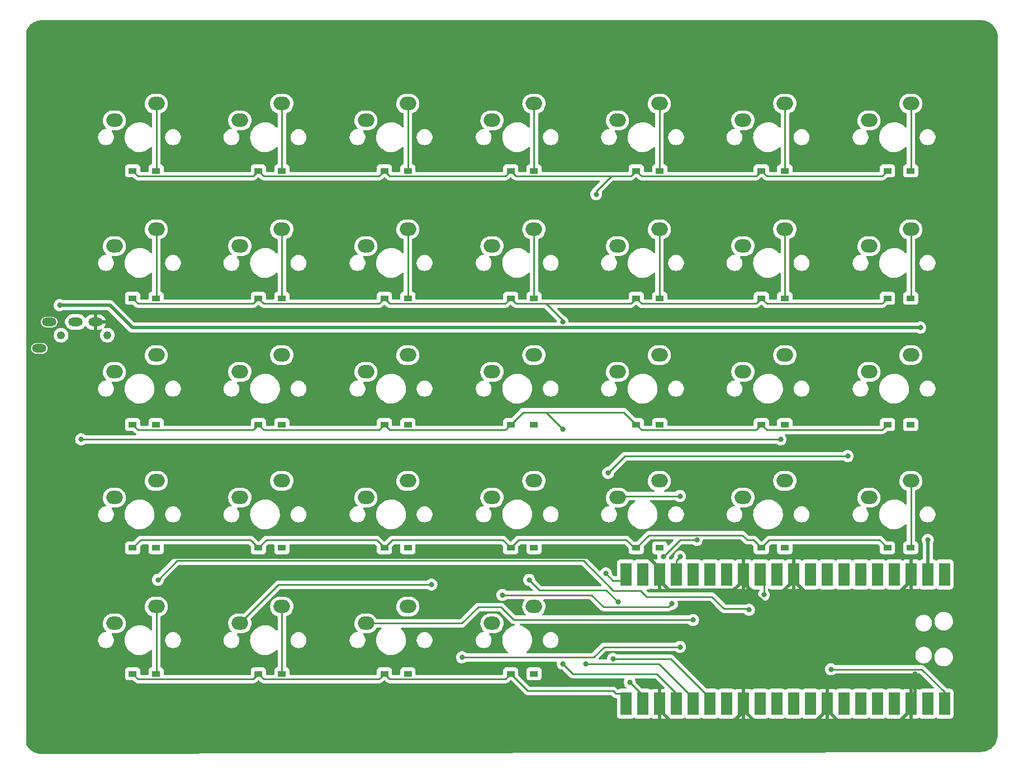
<source format=gbr>
%TF.GenerationSoftware,KiCad,Pcbnew,(7.0.0-0)*%
%TF.CreationDate,2023-03-06T00:10:08+09:00*%
%TF.ProjectId,11111_pcb,31313131-315f-4706-9362-2e6b69636164,rev?*%
%TF.SameCoordinates,Original*%
%TF.FileFunction,Copper,L2,Bot*%
%TF.FilePolarity,Positive*%
%FSLAX46Y46*%
G04 Gerber Fmt 4.6, Leading zero omitted, Abs format (unit mm)*
G04 Created by KiCad (PCBNEW (7.0.0-0)) date 2023-03-06 00:10:08*
%MOMM*%
%LPD*%
G01*
G04 APERTURE LIST*
%TA.AperFunction,SMDPad,CuDef*%
%ADD10R,1.300000X0.950000*%
%TD*%
%TA.AperFunction,ComponentPad*%
%ADD11O,2.500000X2.000000*%
%TD*%
%TA.AperFunction,WasherPad*%
%ADD12C,1.210000*%
%TD*%
%TA.AperFunction,ComponentPad*%
%ADD13O,2.200000X1.300000*%
%TD*%
%TA.AperFunction,SMDPad,CuDef*%
%ADD14R,1.700000X3.500000*%
%TD*%
%TA.AperFunction,ViaPad*%
%ADD15C,0.800000*%
%TD*%
%TA.AperFunction,Conductor*%
%ADD16C,0.250000*%
%TD*%
%TA.AperFunction,Conductor*%
%ADD17C,0.500000*%
%TD*%
G04 APERTURE END LIST*
D10*
%TO.P,D27,1,K*%
%TO.N,Row6*%
X304424999Y-64999999D03*
%TO.P,D27,2,A*%
%TO.N,Net-(D27-A)*%
X307974999Y-64999999D03*
%TD*%
D11*
%TO.P,SW13,1,1*%
%TO.N,Col12*%
X301624999Y-38039999D03*
%TO.P,SW13,2,2*%
%TO.N,Net-(D13-A)*%
X307974999Y-35499999D03*
%TD*%
D10*
%TO.P,D39,1,K*%
%TO.N,Row7*%
X266444999Y-84129999D03*
%TO.P,D39,2,A*%
%TO.N,Net-(D39-A)*%
X269994999Y-84129999D03*
%TD*%
%TO.P,D22,1,K*%
%TO.N,Row6*%
X209194999Y-64999999D03*
%TO.P,D22,2,A*%
%TO.N,Net-(D22-A)*%
X212744999Y-64999999D03*
%TD*%
%TO.P,D52,1,K*%
%TO.N,Row8*%
X247329999Y-102809999D03*
%TO.P,D52,2,A*%
%TO.N,Net-(D52-A)*%
X250879999Y-102809999D03*
%TD*%
%TO.P,D28,1,K*%
%TO.N,Row6*%
X323509999Y-64999999D03*
%TO.P,D28,2,A*%
%TO.N,Net-(D28-A)*%
X327059999Y-64999999D03*
%TD*%
D11*
%TO.P,SW8,1,1*%
%TO.N,Col7*%
X206424999Y-38039999D03*
%TO.P,SW8,2,2*%
%TO.N,Net-(D8-A)*%
X212774999Y-35499999D03*
%TD*%
D10*
%TO.P,D42,1,K*%
%TO.N,Row7*%
X323509999Y-84129999D03*
%TO.P,D42,2,A*%
%TO.N,Net-(D42-A)*%
X327059999Y-84129999D03*
%TD*%
%TO.P,D26,1,K*%
%TO.N,Row6*%
X285469999Y-64999999D03*
%TO.P,D26,2,A*%
%TO.N,Net-(D26-A)*%
X289019999Y-64999999D03*
%TD*%
%TO.P,D14,1,K*%
%TO.N,Row5*%
X323509999Y-45679999D03*
%TO.P,D14,2,A*%
%TO.N,Net-(D14-A)*%
X327059999Y-45679999D03*
%TD*%
D11*
%TO.P,SW54,1,1*%
%TO.N,Col11*%
X282624999Y-95189999D03*
%TO.P,SW54,2,2*%
%TO.N,Net-(D54-A)*%
X288974999Y-92649999D03*
%TD*%
%TO.P,SW61,1,1*%
%TO.N,Col7*%
X206424999Y-114239999D03*
%TO.P,SW61,2,2*%
%TO.N,Net-(D61-A)*%
X212774999Y-111699999D03*
%TD*%
%TO.P,SW26,1,1*%
%TO.N,Col11*%
X282624999Y-57089999D03*
%TO.P,SW26,2,2*%
%TO.N,Net-(D26-A)*%
X288974999Y-54549999D03*
%TD*%
%TO.P,SW22,1,1*%
%TO.N,Col7*%
X206424999Y-57089999D03*
%TO.P,SW22,2,2*%
%TO.N,Net-(D22-A)*%
X212774999Y-54549999D03*
%TD*%
D10*
%TO.P,D41,1,K*%
%TO.N,Row7*%
X304424999Y-84129999D03*
%TO.P,D41,2,A*%
%TO.N,Net-(D41-A)*%
X307974999Y-84129999D03*
%TD*%
%TO.P,D40,1,K*%
%TO.N,Row7*%
X285469999Y-84129999D03*
%TO.P,D40,2,A*%
%TO.N,Net-(D40-A)*%
X289019999Y-84129999D03*
%TD*%
%TO.P,D56,1,K*%
%TO.N,Row8*%
X323509999Y-102809999D03*
%TO.P,D56,2,A*%
%TO.N,Net-(D56-A)*%
X327059999Y-102809999D03*
%TD*%
%TO.P,D38,1,K*%
%TO.N,Row7*%
X247329999Y-84129999D03*
%TO.P,D38,2,A*%
%TO.N,Net-(D38-A)*%
X250879999Y-84129999D03*
%TD*%
D11*
%TO.P,SW62,1,1*%
%TO.N,Col8*%
X225424999Y-114239999D03*
%TO.P,SW62,2,2*%
%TO.N,Net-(D62-A)*%
X231774999Y-111699999D03*
%TD*%
%TO.P,SW23,1,1*%
%TO.N,Col8*%
X225424999Y-57089999D03*
%TO.P,SW23,2,2*%
%TO.N,Net-(D23-A)*%
X231774999Y-54549999D03*
%TD*%
D10*
%TO.P,D53,1,K*%
%TO.N,Row8*%
X266444999Y-102809999D03*
%TO.P,D53,2,A*%
%TO.N,Net-(D53-A)*%
X269994999Y-102809999D03*
%TD*%
%TO.P,D9,1,K*%
%TO.N,Row5*%
X228244999Y-45679999D03*
%TO.P,D9,2,A*%
%TO.N,Net-(D9-A)*%
X231794999Y-45679999D03*
%TD*%
D11*
%TO.P,SW12,1,1*%
%TO.N,Col11*%
X282624999Y-38039999D03*
%TO.P,SW12,2,2*%
%TO.N,Net-(D12-A)*%
X288974999Y-35499999D03*
%TD*%
%TO.P,SW40,1,1*%
%TO.N,Col11*%
X282624999Y-76139999D03*
%TO.P,SW40,2,2*%
%TO.N,Net-(D40-A)*%
X288974999Y-73599999D03*
%TD*%
D10*
%TO.P,D55,1,K*%
%TO.N,Row8*%
X304424999Y-102809999D03*
%TO.P,D55,2,A*%
%TO.N,Net-(D55-A)*%
X307974999Y-102809999D03*
%TD*%
%TO.P,D36,1,K*%
%TO.N,Row7*%
X209194999Y-84129999D03*
%TO.P,D36,2,A*%
%TO.N,Net-(D36-A)*%
X212744999Y-84129999D03*
%TD*%
%TO.P,D62,1,K*%
%TO.N,Row9*%
X228244999Y-121879999D03*
%TO.P,D62,2,A*%
%TO.N,Net-(D62-A)*%
X231794999Y-121879999D03*
%TD*%
%TO.P,D13,1,K*%
%TO.N,Row5*%
X304424999Y-45679999D03*
%TO.P,D13,2,A*%
%TO.N,Net-(D13-A)*%
X307974999Y-45679999D03*
%TD*%
D11*
%TO.P,SW53,1,1*%
%TO.N,Col10*%
X263624999Y-95189999D03*
%TO.P,SW53,2,2*%
%TO.N,Net-(D53-A)*%
X269974999Y-92649999D03*
%TD*%
D10*
%TO.P,D54,1,K*%
%TO.N,Row8*%
X285469999Y-102809999D03*
%TO.P,D54,2,A*%
%TO.N,Net-(D54-A)*%
X289019999Y-102809999D03*
%TD*%
%TO.P,D64,1,K*%
%TO.N,Row9*%
X266444999Y-121879999D03*
%TO.P,D64,2,A*%
%TO.N,Net-(D64-A)*%
X269994999Y-121879999D03*
%TD*%
D11*
%TO.P,SW28,1,1*%
%TO.N,Col13*%
X320724999Y-57089999D03*
%TO.P,SW28,2,2*%
%TO.N,Net-(D28-A)*%
X327074999Y-54549999D03*
%TD*%
%TO.P,SW51,1,1*%
%TO.N,Col8*%
X225424999Y-95189999D03*
%TO.P,SW51,2,2*%
%TO.N,Net-(D51-A)*%
X231774999Y-92649999D03*
%TD*%
D10*
%TO.P,D23,1,K*%
%TO.N,Row6*%
X228244999Y-64999999D03*
%TO.P,D23,2,A*%
%TO.N,Net-(D23-A)*%
X231794999Y-64999999D03*
%TD*%
D11*
%TO.P,SW37,1,1*%
%TO.N,Col8*%
X225424999Y-76139999D03*
%TO.P,SW37,2,2*%
%TO.N,Net-(D37-A)*%
X231774999Y-73599999D03*
%TD*%
%TO.P,SW56,1,1*%
%TO.N,Col13*%
X320724999Y-95189999D03*
%TO.P,SW56,2,2*%
%TO.N,Net-(D56-A)*%
X327074999Y-92649999D03*
%TD*%
D10*
%TO.P,D63,1,K*%
%TO.N,Row9*%
X247329999Y-121879999D03*
%TO.P,D63,2,A*%
%TO.N,Net-(D63-A)*%
X250879999Y-121879999D03*
%TD*%
D11*
%TO.P,SW9,1,1*%
%TO.N,Col8*%
X225424999Y-38039999D03*
%TO.P,SW9,2,2*%
%TO.N,Net-(D9-A)*%
X231774999Y-35499999D03*
%TD*%
%TO.P,SW27,1,1*%
%TO.N,Col12*%
X301624999Y-57089999D03*
%TO.P,SW27,2,2*%
%TO.N,Net-(D27-A)*%
X307974999Y-54549999D03*
%TD*%
%TO.P,SW14,1,1*%
%TO.N,Col13*%
X320724999Y-38039999D03*
%TO.P,SW14,2,2*%
%TO.N,Net-(D14-A)*%
X327074999Y-35499999D03*
%TD*%
%TO.P,SW50,1,1*%
%TO.N,Col7*%
X206424999Y-95189999D03*
%TO.P,SW50,2,2*%
%TO.N,Net-(D50-A)*%
X212774999Y-92649999D03*
%TD*%
%TO.P,SW38,1,1*%
%TO.N,Col9*%
X244524999Y-76139999D03*
%TO.P,SW38,2,2*%
%TO.N,Net-(D38-A)*%
X250874999Y-73599999D03*
%TD*%
%TO.P,SW11,1,1*%
%TO.N,Col10*%
X263624999Y-38039999D03*
%TO.P,SW11,2,2*%
%TO.N,Net-(D11-A)*%
X269974999Y-35499999D03*
%TD*%
D10*
%TO.P,D50,1,K*%
%TO.N,Row8*%
X209194999Y-102809999D03*
%TO.P,D50,2,A*%
%TO.N,Net-(D50-A)*%
X212744999Y-102809999D03*
%TD*%
D11*
%TO.P,SW52,1,1*%
%TO.N,Col9*%
X244524999Y-95189999D03*
%TO.P,SW52,2,2*%
%TO.N,Net-(D52-A)*%
X250874999Y-92649999D03*
%TD*%
D10*
%TO.P,D10,1,K*%
%TO.N,Row5*%
X247329999Y-45679999D03*
%TO.P,D10,2,A*%
%TO.N,Net-(D10-A)*%
X250879999Y-45679999D03*
%TD*%
D11*
%TO.P,SW39,1,1*%
%TO.N,Col10*%
X263624999Y-76139999D03*
%TO.P,SW39,2,2*%
%TO.N,Net-(D39-A)*%
X269974999Y-73599999D03*
%TD*%
D10*
%TO.P,D61,1,K*%
%TO.N,Row9*%
X209194999Y-121879999D03*
%TO.P,D61,2,A*%
%TO.N,Net-(D61-A)*%
X212744999Y-121879999D03*
%TD*%
D11*
%TO.P,SW55,1,1*%
%TO.N,Col12*%
X301624999Y-95189999D03*
%TO.P,SW55,2,2*%
%TO.N,Net-(D55-A)*%
X307974999Y-92649999D03*
%TD*%
%TO.P,SW24,1,1*%
%TO.N,Col9*%
X244524999Y-57089999D03*
%TO.P,SW24,2,2*%
%TO.N,Net-(D24-A)*%
X250874999Y-54549999D03*
%TD*%
D10*
%TO.P,D51,1,K*%
%TO.N,Row8*%
X228244999Y-102809999D03*
%TO.P,D51,2,A*%
%TO.N,Net-(D51-A)*%
X231794999Y-102809999D03*
%TD*%
D11*
%TO.P,SW25,1,1*%
%TO.N,Col10*%
X263624999Y-57089999D03*
%TO.P,SW25,2,2*%
%TO.N,Net-(D25-A)*%
X269974999Y-54549999D03*
%TD*%
D12*
%TO.P,J2,*%
%TO.N,*%
X205345000Y-70580000D03*
X198345000Y-70580000D03*
D13*
%TO.P,J2,A*%
%TO.N,unconnected-(J2-PadA)*%
X195044999Y-72579999D03*
%TO.P,J2,B*%
%TO.N,GNDA*%
X203544999Y-68579999D03*
%TO.P,J2,C*%
%TO.N,DataRight*%
X200544999Y-68579999D03*
%TO.P,J2,D*%
%TO.N,VDD*%
X196544999Y-68579999D03*
%TD*%
D10*
%TO.P,D24,1,K*%
%TO.N,Row6*%
X247329999Y-64999999D03*
%TO.P,D24,2,A*%
%TO.N,Net-(D24-A)*%
X250879999Y-64999999D03*
%TD*%
%TO.P,D25,1,K*%
%TO.N,Row6*%
X266444999Y-64999999D03*
%TO.P,D25,2,A*%
%TO.N,Net-(D25-A)*%
X269994999Y-64999999D03*
%TD*%
D11*
%TO.P,SW10,1,1*%
%TO.N,Col9*%
X244524999Y-38039999D03*
%TO.P,SW10,2,2*%
%TO.N,Net-(D10-A)*%
X250874999Y-35499999D03*
%TD*%
D10*
%TO.P,D8,1,K*%
%TO.N,Row5*%
X209194999Y-45679999D03*
%TO.P,D8,2,A*%
%TO.N,Net-(D8-A)*%
X212744999Y-45679999D03*
%TD*%
D11*
%TO.P,SW64,1,1*%
%TO.N,Col10*%
X263624999Y-114239999D03*
%TO.P,SW64,2,2*%
%TO.N,Net-(D64-A)*%
X269974999Y-111699999D03*
%TD*%
D10*
%TO.P,D37,1,K*%
%TO.N,Row7*%
X228244999Y-84129999D03*
%TO.P,D37,2,A*%
%TO.N,Net-(D37-A)*%
X231794999Y-84129999D03*
%TD*%
%TO.P,D12,1,K*%
%TO.N,Row5*%
X285469999Y-45679999D03*
%TO.P,D12,2,A*%
%TO.N,Net-(D12-A)*%
X289019999Y-45679999D03*
%TD*%
D11*
%TO.P,SW41,1,1*%
%TO.N,Col12*%
X301624999Y-76139999D03*
%TO.P,SW41,2,2*%
%TO.N,Net-(D41-A)*%
X307974999Y-73599999D03*
%TD*%
%TO.P,SW42,1,1*%
%TO.N,Col13*%
X320724999Y-76139999D03*
%TO.P,SW42,2,2*%
%TO.N,Net-(D42-A)*%
X327074999Y-73599999D03*
%TD*%
D10*
%TO.P,D11,1,K*%
%TO.N,Row5*%
X266444999Y-45679999D03*
%TO.P,D11,2,A*%
%TO.N,Net-(D11-A)*%
X269994999Y-45679999D03*
%TD*%
D11*
%TO.P,SW36,1,1*%
%TO.N,Col7*%
X206424999Y-76139999D03*
%TO.P,SW36,2,2*%
%TO.N,Net-(D36-A)*%
X212774999Y-73599999D03*
%TD*%
%TO.P,SW63,1,1*%
%TO.N,Col9*%
X244524999Y-114239999D03*
%TO.P,SW63,2,2*%
%TO.N,Net-(D63-A)*%
X250874999Y-111699999D03*
%TD*%
D14*
%TO.P,U2,1,GPIO0*%
%TO.N,DataRight*%
X332164999Y-126404999D03*
%TO.P,U2,2,GPIO1*%
%TO.N,unconnected-(U2-GPIO1-Pad2)*%
X329624999Y-126404999D03*
%TO.P,U2,3,GND*%
%TO.N,GNDA*%
X327084999Y-126404999D03*
%TO.P,U2,4,GPIO2*%
%TO.N,unconnected-(U2-GPIO2-Pad4)*%
X324544999Y-126404999D03*
%TO.P,U2,5,GPIO3*%
%TO.N,unconnected-(U2-GPIO3-Pad5)*%
X322004999Y-126404999D03*
%TO.P,U2,6,GPIO4*%
%TO.N,unconnected-(U2-GPIO4-Pad6)*%
X319464999Y-126404999D03*
%TO.P,U2,7,GPIO5*%
%TO.N,unconnected-(U2-GPIO5-Pad7)*%
X316924999Y-126404999D03*
%TO.P,U2,8,GND*%
%TO.N,GNDA*%
X314384999Y-126404999D03*
%TO.P,U2,9,GPIO6*%
%TO.N,unconnected-(U2-GPIO6-Pad9)*%
X311844999Y-126404999D03*
%TO.P,U2,10,GPIO7*%
%TO.N,unconnected-(U2-GPIO7-Pad10)*%
X309304999Y-126404999D03*
%TO.P,U2,11,GPIO8*%
%TO.N,unconnected-(U2-GPIO8-Pad11)*%
X306764999Y-126404999D03*
%TO.P,U2,12,GPIO9*%
%TO.N,unconnected-(U2-GPIO9-Pad12)*%
X304224999Y-126404999D03*
%TO.P,U2,13,GND*%
%TO.N,GNDA*%
X301684999Y-126404999D03*
%TO.P,U2,14,GPIO10*%
%TO.N,unconnected-(U2-GPIO10-Pad14)*%
X299144999Y-126404999D03*
%TO.P,U2,15,GPIO11*%
%TO.N,Row5*%
X296604999Y-126404999D03*
%TO.P,U2,16,GPIO12*%
%TO.N,Row6*%
X294064999Y-126404999D03*
%TO.P,U2,17,GPIO13*%
%TO.N,Row7*%
X291524999Y-126404999D03*
%TO.P,U2,18,GND*%
%TO.N,GNDA*%
X288984999Y-126404999D03*
%TO.P,U2,19,GPIO14*%
%TO.N,Row8*%
X286444999Y-126404999D03*
%TO.P,U2,20,GPIO15*%
%TO.N,Row9*%
X283904999Y-126404999D03*
%TO.P,U2,21,GPIO16*%
%TO.N,Col13*%
X283904999Y-106824999D03*
%TO.P,U2,22,GPIO17*%
%TO.N,Col12*%
X286444999Y-106824999D03*
%TO.P,U2,23,GND*%
%TO.N,GNDA*%
X288984999Y-106824999D03*
%TO.P,U2,24,GPIO18*%
%TO.N,Col11*%
X291524999Y-106824999D03*
%TO.P,U2,25,GPIO19*%
%TO.N,Col10*%
X294064999Y-106824999D03*
%TO.P,U2,26,GPIO20*%
%TO.N,Col9*%
X296604999Y-106824999D03*
%TO.P,U2,27,GPIO21*%
%TO.N,Col8*%
X299144999Y-106824999D03*
%TO.P,U2,28,GND*%
%TO.N,GNDA*%
X301684999Y-106824999D03*
%TO.P,U2,29,GPIO22*%
%TO.N,Col7*%
X304224999Y-106824999D03*
%TO.P,U2,30,RUN*%
%TO.N,unconnected-(U2-RUN-Pad30)*%
X306764999Y-106824999D03*
%TO.P,U2,31,GPIO26_ADC0*%
%TO.N,GNDA*%
X309304999Y-106824999D03*
%TO.P,U2,32,GPIO27_ADC1*%
%TO.N,unconnected-(U2-GPIO27_ADC1-Pad32)*%
X311844999Y-106824999D03*
%TO.P,U2,33,AGND*%
%TO.N,unconnected-(U2-AGND-Pad33)*%
X314384999Y-106824999D03*
%TO.P,U2,34,GPIO28_ADC2*%
%TO.N,unconnected-(U2-GPIO28_ADC2-Pad34)*%
X316924999Y-106824999D03*
%TO.P,U2,35,ADC_VREF*%
%TO.N,unconnected-(U2-ADC_VREF-Pad35)*%
X319464999Y-106824999D03*
%TO.P,U2,36,3V3*%
%TO.N,unconnected-(U2-3V3-Pad36)*%
X322004999Y-106824999D03*
%TO.P,U2,37,3V3_EN*%
%TO.N,unconnected-(U2-3V3_EN-Pad37)*%
X324544999Y-106824999D03*
%TO.P,U2,38,GND*%
%TO.N,GNDA*%
X327084999Y-106824999D03*
%TO.P,U2,39,VSYS*%
%TO.N,VDD*%
X329624999Y-106824999D03*
%TO.P,U2,40,VBUS*%
%TO.N,unconnected-(U2-VBUS-Pad40)*%
X332164999Y-106824999D03*
%TD*%
D15*
%TO.N,Row5*%
X281940000Y-119615500D03*
X279400000Y-49220000D03*
%TO.N,Row6*%
X277820178Y-120340000D03*
X274320000Y-68580000D03*
%TO.N,Row7*%
X274320000Y-120340000D03*
X274320000Y-84780000D03*
%TO.N,Net-(D36-A)*%
X212745000Y-84130000D03*
%TO.N,Net-(D37-A)*%
X231795000Y-84130000D03*
%TO.N,Net-(D38-A)*%
X250880000Y-84130000D03*
%TO.N,Net-(D39-A)*%
X269995000Y-84130000D03*
%TO.N,Net-(D40-A)*%
X289020000Y-84130000D03*
%TO.N,Net-(D41-A)*%
X307975000Y-84130000D03*
%TO.N,Net-(D42-A)*%
X327060000Y-84130000D03*
%TO.N,Row8*%
X284480000Y-123190000D03*
X266445000Y-102810000D03*
X269240000Y-107640000D03*
X282697701Y-111002299D03*
%TO.N,Net-(D50-A)*%
X212745000Y-102810000D03*
%TO.N,Net-(D51-A)*%
X231795000Y-102810000D03*
%TO.N,Net-(D52-A)*%
X250880000Y-102810000D03*
%TO.N,Net-(D53-A)*%
X269995000Y-102810000D03*
%TO.N,Net-(D54-A)*%
X289020000Y-102810000D03*
%TO.N,Net-(D55-A)*%
X307975000Y-102810000D03*
%TO.N,DataRight*%
X314960000Y-121195000D03*
X307340000Y-86360000D03*
X201390500Y-86360000D03*
%TO.N,VDD*%
X328510000Y-69430000D03*
X329625000Y-101600000D03*
X198120000Y-66040000D03*
%TO.N,Col7*%
X302534500Y-112184503D03*
X304800000Y-109919003D03*
X213025000Y-107640000D03*
%TO.N,Col8*%
X259080000Y-119380000D03*
X299145000Y-107725000D03*
X254450000Y-108364500D03*
X292100000Y-117800000D03*
%TO.N,Col9*%
X294075000Y-113735000D03*
X296605000Y-107725000D03*
%TO.N,Col10*%
X294065000Y-107725000D03*
X290869737Y-111270500D03*
X265200000Y-109945000D03*
%TO.N,Col11*%
X292100000Y-104140000D03*
X292100000Y-94940000D03*
%TO.N,Col12*%
X294640000Y-101600000D03*
X286445000Y-107725000D03*
X289560000Y-104140000D03*
%TO.N,Col13*%
X317500000Y-88900000D03*
X280860000Y-106680000D03*
X281209500Y-91440000D03*
%TO.N,GNDA*%
X203200000Y-100020000D03*
X327660000Y-121920000D03*
X327660000Y-111760000D03*
%TO.N,Net-(D63-A)*%
X250880000Y-121880000D03*
%TO.N,Net-(D64-A)*%
X269995000Y-121880000D03*
%TD*%
D16*
%TO.N,Row5*%
X304425000Y-45680000D02*
X303625000Y-46480000D01*
X323510000Y-45680000D02*
X322710000Y-46480000D01*
X279400000Y-49220000D02*
X279400000Y-48770000D01*
X266445000Y-45680000D02*
X265645000Y-46480000D01*
X305225000Y-46480000D02*
X304425000Y-45680000D01*
X279400000Y-48770000D02*
X281690000Y-46480000D01*
X229045000Y-46480000D02*
X228245000Y-45680000D01*
X286270000Y-46480000D02*
X285470000Y-45680000D01*
X281940000Y-119615500D02*
X290715500Y-119615500D01*
X285470000Y-45680000D02*
X284670000Y-46480000D01*
X265645000Y-46480000D02*
X248130000Y-46480000D01*
X247330000Y-45680000D02*
X246530000Y-46480000D01*
X227445000Y-46480000D02*
X209995000Y-46480000D01*
X248130000Y-46480000D02*
X247330000Y-45680000D01*
X209995000Y-46480000D02*
X209195000Y-45680000D01*
X284670000Y-46480000D02*
X267245000Y-46480000D01*
X303625000Y-46480000D02*
X286270000Y-46480000D01*
X281690000Y-46480000D02*
X281940000Y-46480000D01*
X290715500Y-119615500D02*
X296605000Y-125505000D01*
X228245000Y-45680000D02*
X227445000Y-46480000D01*
X246530000Y-46480000D02*
X229045000Y-46480000D01*
X322710000Y-46480000D02*
X305225000Y-46480000D01*
X267245000Y-46480000D02*
X266445000Y-45680000D01*
%TO.N,Net-(D8-A)*%
X212775000Y-35500000D02*
X212775000Y-45650000D01*
X212775000Y-45650000D02*
X212745000Y-45680000D01*
%TO.N,Net-(D9-A)*%
X231775000Y-45660000D02*
X231795000Y-45680000D01*
X231775000Y-35500000D02*
X231775000Y-45660000D01*
%TO.N,Net-(D10-A)*%
X250875000Y-35500000D02*
X250875000Y-45675000D01*
X250875000Y-45675000D02*
X250880000Y-45680000D01*
%TO.N,Net-(D11-A)*%
X269975000Y-45660000D02*
X269995000Y-45680000D01*
X269975000Y-35500000D02*
X269975000Y-45660000D01*
%TO.N,Net-(D12-A)*%
X288975000Y-45635000D02*
X289020000Y-45680000D01*
X288975000Y-35500000D02*
X288975000Y-45635000D01*
%TO.N,Net-(D13-A)*%
X307975000Y-35500000D02*
X307975000Y-45680000D01*
%TO.N,Net-(D14-A)*%
X327075000Y-45665000D02*
X327060000Y-45680000D01*
X327075000Y-35500000D02*
X327075000Y-45665000D01*
%TO.N,Row6*%
X267245000Y-65800000D02*
X271780000Y-65800000D01*
X247330000Y-65000000D02*
X248130000Y-65800000D01*
X248130000Y-65800000D02*
X265645000Y-65800000D01*
X271780000Y-65800000D02*
X284670000Y-65800000D01*
X266445000Y-65000000D02*
X267245000Y-65800000D01*
X228245000Y-65000000D02*
X229045000Y-65800000D01*
X227445000Y-65800000D02*
X228245000Y-65000000D01*
X288900000Y-120340000D02*
X294065000Y-125505000D01*
X265645000Y-65800000D02*
X266445000Y-65000000D01*
X277820178Y-120340000D02*
X288900000Y-120340000D01*
X286270000Y-65800000D02*
X303625000Y-65800000D01*
X322710000Y-65800000D02*
X305225000Y-65800000D01*
X209195000Y-65000000D02*
X209995000Y-65800000D01*
X209995000Y-65800000D02*
X227445000Y-65800000D01*
X284670000Y-65800000D02*
X285470000Y-65000000D01*
X274320000Y-68580000D02*
X274320000Y-68340000D01*
X229045000Y-65800000D02*
X246530000Y-65800000D01*
X246530000Y-65800000D02*
X247330000Y-65000000D01*
X285470000Y-65000000D02*
X286270000Y-65800000D01*
X323510000Y-65000000D02*
X322710000Y-65800000D01*
X303625000Y-65800000D02*
X304425000Y-65000000D01*
X305225000Y-65800000D02*
X304425000Y-65000000D01*
X274320000Y-68340000D02*
X271780000Y-65800000D01*
%TO.N,Net-(D22-A)*%
X212775000Y-54550000D02*
X212775000Y-64970000D01*
X212775000Y-64970000D02*
X212745000Y-65000000D01*
%TO.N,Net-(D23-A)*%
X231775000Y-64980000D02*
X231795000Y-65000000D01*
X231775000Y-54550000D02*
X231775000Y-64980000D01*
%TO.N,Net-(D24-A)*%
X250875000Y-54550000D02*
X250875000Y-64995000D01*
X250875000Y-64995000D02*
X250880000Y-65000000D01*
%TO.N,Net-(D25-A)*%
X269975000Y-64980000D02*
X269995000Y-65000000D01*
X269975000Y-54550000D02*
X269975000Y-64980000D01*
%TO.N,Net-(D26-A)*%
X288975000Y-54550000D02*
X288975000Y-64955000D01*
X288975000Y-64955000D02*
X289020000Y-65000000D01*
%TO.N,Net-(D27-A)*%
X307975000Y-54550000D02*
X307975000Y-65000000D01*
%TO.N,Net-(D28-A)*%
X327075000Y-64985000D02*
X327060000Y-65000000D01*
X327075000Y-54550000D02*
X327075000Y-64985000D01*
%TO.N,Row7*%
X268335000Y-82240000D02*
X266445000Y-84130000D01*
X291525000Y-124845000D02*
X291525000Y-125505000D01*
X248130000Y-84930000D02*
X247330000Y-84130000D01*
X274320000Y-120340000D02*
X275900000Y-121920000D01*
X304425000Y-84130000D02*
X303625000Y-84930000D01*
X323510000Y-84130000D02*
X322710000Y-84930000D01*
X286270000Y-84930000D02*
X285470000Y-84130000D01*
X209995000Y-84930000D02*
X209195000Y-84130000D01*
X322710000Y-84930000D02*
X305225000Y-84930000D01*
X246530000Y-84930000D02*
X229045000Y-84930000D01*
X247330000Y-84130000D02*
X246530000Y-84930000D01*
X228245000Y-84130000D02*
X227445000Y-84930000D01*
X266445000Y-84130000D02*
X265645000Y-84930000D01*
X283580000Y-82240000D02*
X268335000Y-82240000D01*
X305225000Y-84930000D02*
X304425000Y-84130000D01*
X229045000Y-84930000D02*
X228245000Y-84130000D01*
X265645000Y-84930000D02*
X248130000Y-84930000D01*
X275900000Y-121920000D02*
X288600000Y-121920000D01*
X274320000Y-84780000D02*
X271780000Y-82240000D01*
X285470000Y-84130000D02*
X283580000Y-82240000D01*
X227445000Y-84930000D02*
X209995000Y-84930000D01*
X288600000Y-121920000D02*
X291525000Y-124845000D01*
X303625000Y-84930000D02*
X286270000Y-84930000D01*
%TO.N,Row8*%
X266445000Y-102810000D02*
X267655000Y-101600000D01*
X210405000Y-101600000D02*
X227035000Y-101600000D01*
X267655000Y-101600000D02*
X283950000Y-101600000D01*
X302260000Y-101600000D02*
X303215000Y-101600000D01*
X282697701Y-111002299D02*
X280915402Y-109220000D01*
X228245000Y-102810000D02*
X229455000Y-101600000D01*
X270820000Y-109220000D02*
X269240000Y-107640000D01*
X286445000Y-125155000D02*
X286445000Y-125505000D01*
X305635000Y-101600000D02*
X322300000Y-101600000D01*
X248540000Y-101600000D02*
X265235000Y-101600000D01*
X304425000Y-102810000D02*
X305635000Y-101600000D01*
X284480000Y-123190000D02*
X286445000Y-125155000D01*
X229455000Y-101600000D02*
X246120000Y-101600000D01*
X246120000Y-101600000D02*
X247330000Y-102810000D01*
X287405000Y-100875000D02*
X301535000Y-100875000D01*
X322300000Y-101600000D02*
X323510000Y-102810000D01*
X301535000Y-100875000D02*
X302260000Y-101600000D01*
X265235000Y-101600000D02*
X266445000Y-102810000D01*
X303215000Y-101600000D02*
X304425000Y-102810000D01*
X227035000Y-101600000D02*
X228245000Y-102810000D01*
X285160000Y-102810000D02*
X285470000Y-102810000D01*
X209195000Y-102810000D02*
X210405000Y-101600000D01*
X247330000Y-102810000D02*
X248540000Y-101600000D01*
X283950000Y-101600000D02*
X285160000Y-102810000D01*
X280915402Y-109220000D02*
X270820000Y-109220000D01*
X285470000Y-102810000D02*
X287405000Y-100875000D01*
%TO.N,Net-(D56-A)*%
X327075000Y-92650000D02*
X327075000Y-102795000D01*
X327075000Y-102795000D02*
X327060000Y-102810000D01*
%TO.N,Row9*%
X282385000Y-124905000D02*
X281940000Y-124460000D01*
X283305000Y-124905000D02*
X282385000Y-124905000D01*
X283905000Y-125505000D02*
X283305000Y-124905000D01*
X209995000Y-122680000D02*
X209195000Y-121880000D01*
X281940000Y-124460000D02*
X269025000Y-124460000D01*
X229045000Y-122680000D02*
X228245000Y-121880000D01*
X246530000Y-122680000D02*
X229045000Y-122680000D01*
X269025000Y-124460000D02*
X266445000Y-121880000D01*
X266445000Y-121880000D02*
X265645000Y-122680000D01*
X248130000Y-122680000D02*
X247330000Y-121880000D01*
X228245000Y-121880000D02*
X227445000Y-122680000D01*
X247330000Y-121880000D02*
X246530000Y-122680000D01*
X265645000Y-122680000D02*
X248130000Y-122680000D01*
X227445000Y-122680000D02*
X209995000Y-122680000D01*
%TO.N,Net-(D61-A)*%
X212775000Y-121850000D02*
X212745000Y-121880000D01*
X212775000Y-111700000D02*
X212775000Y-121850000D01*
%TO.N,Net-(D62-A)*%
X231775000Y-121860000D02*
X231795000Y-121880000D01*
X231775000Y-111700000D02*
X231775000Y-121860000D01*
%TO.N,DataRight*%
X201390500Y-86360000D02*
X307340000Y-86360000D01*
X328717652Y-121195000D02*
X332165000Y-124642348D01*
X314960000Y-121195000D02*
X328717652Y-121195000D01*
X332165000Y-124642348D02*
X332165000Y-125505000D01*
D17*
%TO.N,VDD*%
X205740000Y-66040000D02*
X198120000Y-66040000D01*
X209130000Y-69430000D02*
X205740000Y-66040000D01*
X328510000Y-69430000D02*
X209130000Y-69430000D01*
X329625000Y-101600000D02*
X329625000Y-107725000D01*
D16*
%TO.N,Col7*%
X302384497Y-112034500D02*
X298754695Y-112034500D01*
X302534500Y-112184503D02*
X302384497Y-112034500D01*
X304800000Y-109919003D02*
X304800000Y-108300000D01*
X304800000Y-108300000D02*
X304225000Y-107725000D01*
X296900195Y-110180000D02*
X287020000Y-110180000D01*
X287020000Y-110180000D02*
X286120000Y-109280000D01*
X298754695Y-112034500D02*
X296900195Y-110180000D01*
X286120000Y-109280000D02*
X282000000Y-109280000D01*
X215905000Y-104760000D02*
X213025000Y-107640000D01*
X282000000Y-109280000D02*
X277480000Y-104760000D01*
X277480000Y-104760000D02*
X215905000Y-104760000D01*
%TO.N,Col8*%
X280585097Y-117800000D02*
X292100000Y-117800000D01*
X254450000Y-108364500D02*
X231300500Y-108364500D01*
X259080000Y-119380000D02*
X279005097Y-119380000D01*
X279005097Y-119380000D02*
X280585097Y-117800000D01*
X231300500Y-108364500D02*
X225425000Y-114240000D01*
%TO.N,Col9*%
X264984417Y-111760000D02*
X261530583Y-111760000D01*
X266915584Y-113691167D02*
X264984417Y-111760000D01*
X294075000Y-113735000D02*
X294031167Y-113691167D01*
X259050583Y-114240000D02*
X244525000Y-114240000D01*
X261530583Y-111760000D02*
X259050583Y-114240000D01*
X294031167Y-113691167D02*
X266915584Y-113691167D01*
%TO.N,Col10*%
X278715000Y-109945000D02*
X280530000Y-111760000D01*
X290380237Y-111760000D02*
X290869737Y-111270500D01*
X280530000Y-111760000D02*
X290380237Y-111760000D01*
X265200000Y-109945000D02*
X278715000Y-109945000D01*
%TO.N,Col11*%
X291525000Y-104715000D02*
X292100000Y-104140000D01*
X292100000Y-94940000D02*
X282875000Y-94940000D01*
X291525000Y-107725000D02*
X291525000Y-104715000D01*
X282875000Y-94940000D02*
X282625000Y-95190000D01*
%TO.N,Col12*%
X294640000Y-101600000D02*
X292100000Y-101600000D01*
X292100000Y-101600000D02*
X289560000Y-104140000D01*
%TO.N,Col13*%
X281905000Y-107725000D02*
X283905000Y-107725000D01*
X317500000Y-88900000D02*
X283749500Y-88900000D01*
X283749500Y-88900000D02*
X281209500Y-91440000D01*
X280860000Y-106680000D02*
X281905000Y-107725000D01*
D17*
%TO.N,GNDA*%
X301685000Y-127365000D02*
X301685000Y-125505000D01*
X303860000Y-129540000D02*
X301685000Y-127365000D01*
X288985000Y-105865000D02*
X288985000Y-107725000D01*
X288985000Y-107725000D02*
X290480000Y-109220000D01*
X203200000Y-100020000D02*
X207365000Y-104185000D01*
X312210000Y-129540000D02*
X303860000Y-129540000D01*
X305845000Y-111185000D02*
X304800000Y-111185000D01*
X300190000Y-109220000D02*
X301685000Y-107725000D01*
X327660000Y-111760000D02*
X327660000Y-111185000D01*
X327085000Y-107725000D02*
X324630000Y-110180000D01*
X290480000Y-109220000D02*
X300190000Y-109220000D01*
X301685000Y-127575000D02*
X301685000Y-125505000D01*
X288985000Y-125505000D02*
X288985000Y-127365000D01*
X287305000Y-104185000D02*
X288985000Y-105865000D01*
X327660000Y-124930000D02*
X327085000Y-125505000D01*
X301685000Y-108070000D02*
X301685000Y-107725000D01*
X311760000Y-110180000D02*
X309305000Y-107725000D01*
X309305000Y-107725000D02*
X305845000Y-111185000D01*
X327085000Y-125505000D02*
X327085000Y-127365000D01*
X327085000Y-110610000D02*
X327085000Y-107725000D01*
X288985000Y-127365000D02*
X291160000Y-129540000D01*
X304800000Y-111185000D02*
X301685000Y-108070000D01*
X314385000Y-127365000D02*
X312210000Y-129540000D01*
X327085000Y-127365000D02*
X324910000Y-129540000D01*
X291160000Y-129540000D02*
X299720000Y-129540000D01*
X207365000Y-104185000D02*
X287305000Y-104185000D01*
X324630000Y-110180000D02*
X311760000Y-110180000D01*
X327660000Y-121920000D02*
X327660000Y-124930000D01*
X314385000Y-125505000D02*
X314385000Y-127365000D01*
X299720000Y-129540000D02*
X301685000Y-127575000D01*
X316560000Y-129540000D02*
X314385000Y-127365000D01*
X327660000Y-111185000D02*
X327085000Y-110610000D01*
X324910000Y-129540000D02*
X316560000Y-129540000D01*
%TD*%
%TA.AperFunction,Conductor*%
%TO.N,GNDA*%
G36*
X337698529Y-22860499D02*
G01*
X337705413Y-22860693D01*
X337817580Y-22866991D01*
X337986336Y-22877198D01*
X337999582Y-22878719D01*
X338131645Y-22901157D01*
X338132858Y-22901371D01*
X338278198Y-22928004D01*
X338290134Y-22930810D01*
X338422774Y-22969022D01*
X338425230Y-22969759D01*
X338456800Y-22979596D01*
X338562117Y-23012414D01*
X338572661Y-23016230D01*
X338701748Y-23069698D01*
X338705124Y-23071158D01*
X338834269Y-23129280D01*
X338843341Y-23133818D01*
X338966402Y-23201830D01*
X338970433Y-23204161D01*
X339090990Y-23277040D01*
X339098575Y-23282014D01*
X339213509Y-23363564D01*
X339218225Y-23367082D01*
X339319936Y-23446764D01*
X339323657Y-23449680D01*
X339328748Y-23453668D01*
X339334872Y-23458793D01*
X339440148Y-23552873D01*
X339445176Y-23557627D01*
X339544347Y-23656798D01*
X339549125Y-23661851D01*
X339643169Y-23767085D01*
X339648320Y-23773239D01*
X339731781Y-23879768D01*
X339734906Y-23883756D01*
X339738404Y-23888446D01*
X339819976Y-24003411D01*
X339824949Y-24010993D01*
X339897786Y-24131480D01*
X339900197Y-24135649D01*
X339968165Y-24258627D01*
X339972712Y-24267716D01*
X340029041Y-24392874D01*
X340030822Y-24396830D01*
X340032308Y-24400269D01*
X340085756Y-24529302D01*
X340089575Y-24539850D01*
X340131150Y-24673267D01*
X340132216Y-24676687D01*
X340132984Y-24679249D01*
X340171177Y-24811817D01*
X340173992Y-24823793D01*
X340200594Y-24968953D01*
X340200873Y-24970534D01*
X340223272Y-25102363D01*
X340224798Y-25115658D01*
X340235198Y-25287854D01*
X340235229Y-25288377D01*
X340241277Y-25396062D01*
X340241472Y-25403060D01*
X340203450Y-131176545D01*
X340203255Y-131183454D01*
X340196977Y-131295224D01*
X340196946Y-131295756D01*
X340186750Y-131464332D01*
X340185224Y-131477617D01*
X340162813Y-131609518D01*
X340162534Y-131611099D01*
X340135943Y-131756200D01*
X340133128Y-131768175D01*
X340094941Y-131900727D01*
X340094172Y-131903290D01*
X340051527Y-132040143D01*
X340047703Y-132050705D01*
X339994274Y-132179697D01*
X339992789Y-132183135D01*
X339934660Y-132312297D01*
X339930112Y-132321388D01*
X339862153Y-132444350D01*
X339859743Y-132448518D01*
X339786914Y-132568995D01*
X339781926Y-132576601D01*
X339700371Y-132691542D01*
X339696853Y-132696259D01*
X339610273Y-132806773D01*
X339605121Y-132812927D01*
X339511098Y-132918141D01*
X339506320Y-132923195D01*
X339407135Y-133022382D01*
X339402081Y-133027161D01*
X339296864Y-133121191D01*
X339290710Y-133126342D01*
X339180188Y-133212932D01*
X339175470Y-133216451D01*
X339060548Y-133297994D01*
X339052944Y-133302981D01*
X338932463Y-133375817D01*
X338928294Y-133378228D01*
X338805330Y-133446190D01*
X338796240Y-133450738D01*
X338667092Y-133508865D01*
X338663654Y-133510350D01*
X338534643Y-133563791D01*
X338524080Y-133567616D01*
X338387248Y-133610256D01*
X338384686Y-133611024D01*
X338252120Y-133649218D01*
X338240144Y-133652033D01*
X338095102Y-133678616D01*
X338093520Y-133678896D01*
X337961597Y-133701312D01*
X337948294Y-133702839D01*
X337772428Y-133713452D01*
X337771916Y-133713482D01*
X337668197Y-133719310D01*
X337661501Y-133719505D01*
X195383602Y-134019491D01*
X195376387Y-134019296D01*
X195264668Y-134013021D01*
X195264136Y-134012990D01*
X195095670Y-134002801D01*
X195082385Y-134001275D01*
X194950446Y-133978857D01*
X194948865Y-133978578D01*
X194803807Y-133951995D01*
X194791831Y-133949180D01*
X194659246Y-133910983D01*
X194656684Y-133910214D01*
X194519866Y-133867580D01*
X194509303Y-133863756D01*
X194380291Y-133810317D01*
X194376873Y-133808841D01*
X194247713Y-133750710D01*
X194238626Y-133746164D01*
X194115667Y-133678207D01*
X194111498Y-133675796D01*
X193991010Y-133602958D01*
X193983406Y-133597971D01*
X193868473Y-133516423D01*
X193863754Y-133512904D01*
X193753246Y-133426326D01*
X193747092Y-133421175D01*
X193641865Y-133327139D01*
X193636811Y-133322360D01*
X193537638Y-133223187D01*
X193532859Y-133218133D01*
X193438823Y-133112906D01*
X193433672Y-133106752D01*
X193347078Y-132996223D01*
X193343575Y-132991525D01*
X193262027Y-132876592D01*
X193257040Y-132868988D01*
X193184202Y-132748500D01*
X193181792Y-132744332D01*
X193131006Y-132652443D01*
X193113832Y-132621369D01*
X193109298Y-132612306D01*
X193078751Y-132544435D01*
X193051156Y-132483118D01*
X193049704Y-132479760D01*
X193049472Y-132479201D01*
X193040000Y-132431669D01*
X193040000Y-116891243D01*
X203954500Y-116891243D01*
X203955551Y-116896869D01*
X203955552Y-116896872D01*
X203977204Y-117012699D01*
X203995382Y-117109940D01*
X203997452Y-117115285D01*
X203997453Y-117115286D01*
X204054699Y-117263056D01*
X204075753Y-117317401D01*
X204078771Y-117322275D01*
X204156777Y-117448261D01*
X204192876Y-117506562D01*
X204196736Y-117510796D01*
X204338897Y-117666740D01*
X204338901Y-117666744D01*
X204342764Y-117670981D01*
X204347337Y-117674434D01*
X204347341Y-117674438D01*
X204513613Y-117800000D01*
X204520311Y-117805058D01*
X204525439Y-117807611D01*
X204525440Y-117807612D01*
X204586694Y-117838113D01*
X204719472Y-117904229D01*
X204933464Y-117965115D01*
X205099497Y-117980500D01*
X205207631Y-117980500D01*
X205210503Y-117980500D01*
X205376536Y-117965115D01*
X205590528Y-117904229D01*
X205789689Y-117805058D01*
X205967236Y-117670981D01*
X206117124Y-117506562D01*
X206234247Y-117317401D01*
X206314618Y-117109940D01*
X206355500Y-116891243D01*
X206355500Y-116855369D01*
X207980723Y-116855369D01*
X207981137Y-116859490D01*
X207981138Y-116859501D01*
X208010466Y-117151034D01*
X208010467Y-117151044D01*
X208010882Y-117155162D01*
X208011842Y-117159193D01*
X208011843Y-117159195D01*
X208050766Y-117322525D01*
X208080731Y-117448261D01*
X208189023Y-117729434D01*
X208191007Y-117733055D01*
X208191013Y-117733067D01*
X208308110Y-117946741D01*
X208333825Y-117993665D01*
X208336281Y-117996998D01*
X208336284Y-117997003D01*
X208503634Y-118224132D01*
X208512554Y-118236238D01*
X208722020Y-118452824D01*
X208830469Y-118538465D01*
X208955230Y-118636988D01*
X208955234Y-118636990D01*
X208958485Y-118639558D01*
X208962049Y-118641669D01*
X208962052Y-118641671D01*
X209044683Y-118690613D01*
X209217730Y-118793109D01*
X209221534Y-118794722D01*
X209221538Y-118794724D01*
X209295334Y-118826016D01*
X209495128Y-118910736D01*
X209785729Y-118990340D01*
X210084347Y-119030500D01*
X210308162Y-119030500D01*
X210310244Y-119030500D01*
X210535634Y-119015412D01*
X210830903Y-118955396D01*
X211115537Y-118856560D01*
X211384459Y-118720668D01*
X211632869Y-118550144D01*
X211856333Y-118348032D01*
X211922807Y-118269405D01*
X211971390Y-118234356D01*
X212030736Y-118226172D01*
X212086992Y-118246766D01*
X212127029Y-118291331D01*
X212141500Y-118349464D01*
X212141500Y-120774888D01*
X212127032Y-120833016D01*
X212087003Y-120877579D01*
X212030754Y-120898178D01*
X211993505Y-120902182D01*
X211993500Y-120902182D01*
X211985799Y-120903011D01*
X211978543Y-120905717D01*
X211978536Y-120905719D01*
X211857105Y-120951011D01*
X211857099Y-120951013D01*
X211848796Y-120954111D01*
X211841698Y-120959423D01*
X211841695Y-120959426D01*
X211738835Y-121036426D01*
X211738831Y-121036429D01*
X211731739Y-121041739D01*
X211726429Y-121048831D01*
X211726426Y-121048835D01*
X211649426Y-121151695D01*
X211649423Y-121151698D01*
X211644111Y-121158796D01*
X211641013Y-121167099D01*
X211641011Y-121167105D01*
X211595719Y-121288536D01*
X211595717Y-121288543D01*
X211593011Y-121295799D01*
X211592182Y-121303500D01*
X211592182Y-121303505D01*
X211586853Y-121353075D01*
X211586500Y-121356362D01*
X211586500Y-121359672D01*
X211586500Y-121922500D01*
X211569887Y-121984500D01*
X211524500Y-122029887D01*
X211462500Y-122046500D01*
X210477500Y-122046500D01*
X210415500Y-122029887D01*
X210370113Y-121984500D01*
X210353500Y-121922500D01*
X210353500Y-121359672D01*
X210353500Y-121356362D01*
X210346989Y-121295799D01*
X210295889Y-121158796D01*
X210208261Y-121041739D01*
X210177706Y-121018866D01*
X210098304Y-120959426D01*
X210098303Y-120959425D01*
X210091204Y-120954111D01*
X210082896Y-120951012D01*
X210082894Y-120951011D01*
X209961463Y-120905719D01*
X209961458Y-120905717D01*
X209954201Y-120903011D01*
X209946497Y-120902182D01*
X209946494Y-120902182D01*
X209896924Y-120896853D01*
X209896918Y-120896852D01*
X209893638Y-120896500D01*
X208496362Y-120896500D01*
X208493082Y-120896852D01*
X208493075Y-120896853D01*
X208443505Y-120902182D01*
X208443500Y-120902182D01*
X208435799Y-120903011D01*
X208428543Y-120905717D01*
X208428536Y-120905719D01*
X208307105Y-120951011D01*
X208307099Y-120951013D01*
X208298796Y-120954111D01*
X208291698Y-120959423D01*
X208291695Y-120959426D01*
X208188835Y-121036426D01*
X208188831Y-121036429D01*
X208181739Y-121041739D01*
X208176429Y-121048831D01*
X208176426Y-121048835D01*
X208099426Y-121151695D01*
X208099423Y-121151698D01*
X208094111Y-121158796D01*
X208091013Y-121167099D01*
X208091011Y-121167105D01*
X208045719Y-121288536D01*
X208045717Y-121288543D01*
X208043011Y-121295799D01*
X208042182Y-121303500D01*
X208042182Y-121303505D01*
X208036853Y-121353075D01*
X208036500Y-121356362D01*
X208036500Y-122403638D01*
X208036852Y-122406918D01*
X208036853Y-122406924D01*
X208041604Y-122451122D01*
X208043011Y-122464201D01*
X208045717Y-122471458D01*
X208045719Y-122471463D01*
X208091011Y-122592894D01*
X208094111Y-122601204D01*
X208099425Y-122608303D01*
X208099426Y-122608304D01*
X208151225Y-122677500D01*
X208181739Y-122718261D01*
X208298796Y-122805889D01*
X208435799Y-122856989D01*
X208496362Y-122863500D01*
X209231233Y-122863500D01*
X209278686Y-122872939D01*
X209318914Y-122899819D01*
X209491301Y-123072205D01*
X209498898Y-123080553D01*
X209503000Y-123087018D01*
X209508690Y-123092361D01*
X209552651Y-123133643D01*
X209555448Y-123136353D01*
X209575230Y-123156135D01*
X209578306Y-123158521D01*
X209578503Y-123158674D01*
X209587383Y-123166259D01*
X209600974Y-123179022D01*
X209619679Y-123196586D01*
X209637565Y-123206418D01*
X209653829Y-123217102D01*
X209663792Y-123224831D01*
X209663795Y-123224833D01*
X209669959Y-123229614D01*
X209677122Y-123232713D01*
X209677123Y-123232714D01*
X209710616Y-123247207D01*
X209721112Y-123252348D01*
X209759940Y-123273695D01*
X209779716Y-123278772D01*
X209798123Y-123285075D01*
X209809691Y-123290081D01*
X209809692Y-123290081D01*
X209816855Y-123293181D01*
X209860621Y-123300112D01*
X209872041Y-123302477D01*
X209914970Y-123313500D01*
X209935385Y-123313500D01*
X209954783Y-123315027D01*
X209974943Y-123318220D01*
X210013476Y-123314577D01*
X210019058Y-123314050D01*
X210030727Y-123313500D01*
X227366154Y-123313500D01*
X227377437Y-123314031D01*
X227384909Y-123315702D01*
X227453017Y-123313560D01*
X227456913Y-123313500D01*
X227480958Y-123313500D01*
X227484856Y-123313500D01*
X227488724Y-123313011D01*
X227488947Y-123312983D01*
X227500608Y-123312064D01*
X227544889Y-123310673D01*
X227564490Y-123304977D01*
X227583541Y-123301032D01*
X227603797Y-123298474D01*
X227637638Y-123285075D01*
X227644993Y-123282163D01*
X227656043Y-123278379D01*
X227698593Y-123266018D01*
X227716165Y-123255625D01*
X227733632Y-123247068D01*
X227752617Y-123239552D01*
X227788475Y-123213498D01*
X227798223Y-123207096D01*
X227836362Y-123184542D01*
X227850793Y-123170110D01*
X227865588Y-123157472D01*
X227882107Y-123145472D01*
X227910360Y-123111317D01*
X227918193Y-123102709D01*
X228121087Y-122899816D01*
X228161314Y-122872939D01*
X228208766Y-122863500D01*
X228281233Y-122863500D01*
X228328686Y-122872939D01*
X228368914Y-122899819D01*
X228541301Y-123072205D01*
X228548898Y-123080553D01*
X228553000Y-123087018D01*
X228558690Y-123092361D01*
X228602651Y-123133643D01*
X228605448Y-123136353D01*
X228625230Y-123156135D01*
X228628306Y-123158521D01*
X228628503Y-123158674D01*
X228637383Y-123166259D01*
X228650974Y-123179022D01*
X228669679Y-123196586D01*
X228687565Y-123206418D01*
X228703829Y-123217102D01*
X228713792Y-123224831D01*
X228713795Y-123224833D01*
X228719959Y-123229614D01*
X228727122Y-123232713D01*
X228727123Y-123232714D01*
X228760616Y-123247207D01*
X228771112Y-123252348D01*
X228809940Y-123273695D01*
X228829716Y-123278772D01*
X228848123Y-123285075D01*
X228859691Y-123290081D01*
X228859692Y-123290081D01*
X228866855Y-123293181D01*
X228910621Y-123300112D01*
X228922041Y-123302477D01*
X228964970Y-123313500D01*
X228985385Y-123313500D01*
X229004783Y-123315027D01*
X229024943Y-123318220D01*
X229063476Y-123314577D01*
X229069058Y-123314050D01*
X229080727Y-123313500D01*
X246451154Y-123313500D01*
X246462437Y-123314031D01*
X246469909Y-123315702D01*
X246538017Y-123313560D01*
X246541913Y-123313500D01*
X246565958Y-123313500D01*
X246569856Y-123313500D01*
X246573724Y-123313011D01*
X246573947Y-123312983D01*
X246585608Y-123312064D01*
X246629889Y-123310673D01*
X246649490Y-123304977D01*
X246668541Y-123301032D01*
X246688797Y-123298474D01*
X246722638Y-123285075D01*
X246729993Y-123282163D01*
X246741043Y-123278379D01*
X246783593Y-123266018D01*
X246801165Y-123255625D01*
X246818632Y-123247068D01*
X246837617Y-123239552D01*
X246873475Y-123213498D01*
X246883223Y-123207096D01*
X246921362Y-123184542D01*
X246935793Y-123170110D01*
X246950588Y-123157472D01*
X246967107Y-123145472D01*
X246995360Y-123111317D01*
X247003193Y-123102709D01*
X247206087Y-122899816D01*
X247246314Y-122872939D01*
X247293766Y-122863500D01*
X247366233Y-122863500D01*
X247413686Y-122872939D01*
X247453914Y-122899819D01*
X247626301Y-123072205D01*
X247633898Y-123080553D01*
X247638000Y-123087018D01*
X247643690Y-123092361D01*
X247687651Y-123133643D01*
X247690448Y-123136353D01*
X247710230Y-123156135D01*
X247713306Y-123158521D01*
X247713503Y-123158674D01*
X247722383Y-123166259D01*
X247735974Y-123179022D01*
X247754679Y-123196586D01*
X247772565Y-123206418D01*
X247788829Y-123217102D01*
X247798792Y-123224831D01*
X247798795Y-123224833D01*
X247804959Y-123229614D01*
X247812122Y-123232713D01*
X247812123Y-123232714D01*
X247845616Y-123247207D01*
X247856112Y-123252348D01*
X247894940Y-123273695D01*
X247914716Y-123278772D01*
X247933123Y-123285075D01*
X247944691Y-123290081D01*
X247944692Y-123290081D01*
X247951855Y-123293181D01*
X247995621Y-123300112D01*
X248007041Y-123302477D01*
X248049970Y-123313500D01*
X248070385Y-123313500D01*
X248089783Y-123315027D01*
X248109943Y-123318220D01*
X248148476Y-123314577D01*
X248154058Y-123314050D01*
X248165727Y-123313500D01*
X265566154Y-123313500D01*
X265577437Y-123314031D01*
X265584909Y-123315702D01*
X265653017Y-123313560D01*
X265656913Y-123313500D01*
X265680958Y-123313500D01*
X265684856Y-123313500D01*
X265688724Y-123313011D01*
X265688947Y-123312983D01*
X265700608Y-123312064D01*
X265744889Y-123310673D01*
X265764490Y-123304977D01*
X265783541Y-123301032D01*
X265803797Y-123298474D01*
X265837638Y-123285075D01*
X265844993Y-123282163D01*
X265856043Y-123278379D01*
X265898593Y-123266018D01*
X265916165Y-123255625D01*
X265933632Y-123247068D01*
X265952617Y-123239552D01*
X265988475Y-123213498D01*
X265998223Y-123207096D01*
X266036362Y-123184542D01*
X266050793Y-123170110D01*
X266065588Y-123157472D01*
X266082107Y-123145472D01*
X266110360Y-123111317D01*
X266118193Y-123102709D01*
X266321087Y-122899816D01*
X266361314Y-122872939D01*
X266408766Y-122863500D01*
X266481234Y-122863500D01*
X266528687Y-122872939D01*
X266568914Y-122899818D01*
X267556744Y-123887649D01*
X268521302Y-124852207D01*
X268528898Y-124860555D01*
X268533000Y-124867018D01*
X268582684Y-124913674D01*
X268585448Y-124916353D01*
X268605230Y-124936135D01*
X268608306Y-124938521D01*
X268608503Y-124938674D01*
X268617382Y-124946258D01*
X268649679Y-124976586D01*
X268667565Y-124986418D01*
X268683829Y-124997102D01*
X268693792Y-125004831D01*
X268693795Y-125004833D01*
X268699959Y-125009614D01*
X268707122Y-125012713D01*
X268707123Y-125012714D01*
X268740616Y-125027207D01*
X268751112Y-125032348D01*
X268789940Y-125053695D01*
X268809716Y-125058772D01*
X268828123Y-125065075D01*
X268839691Y-125070081D01*
X268839692Y-125070081D01*
X268846855Y-125073181D01*
X268890621Y-125080112D01*
X268902041Y-125082477D01*
X268944970Y-125093500D01*
X268965385Y-125093500D01*
X268984783Y-125095027D01*
X269004943Y-125098220D01*
X269043476Y-125094577D01*
X269049058Y-125094050D01*
X269060727Y-125093500D01*
X281626234Y-125093500D01*
X281673687Y-125102939D01*
X281713912Y-125129816D01*
X281881310Y-125297215D01*
X281888898Y-125305555D01*
X281893000Y-125312018D01*
X281898684Y-125317355D01*
X281898686Y-125317358D01*
X281942651Y-125358643D01*
X281945448Y-125361353D01*
X281965230Y-125381135D01*
X281968306Y-125383521D01*
X281968503Y-125383674D01*
X281977382Y-125391258D01*
X282009679Y-125421586D01*
X282027565Y-125431418D01*
X282043829Y-125442102D01*
X282053792Y-125449831D01*
X282053795Y-125449833D01*
X282059959Y-125454614D01*
X282067122Y-125457713D01*
X282067123Y-125457714D01*
X282100616Y-125472207D01*
X282111112Y-125477348D01*
X282149940Y-125498695D01*
X282169716Y-125503772D01*
X282188123Y-125510075D01*
X282199691Y-125515081D01*
X282199692Y-125515081D01*
X282206855Y-125518181D01*
X282250621Y-125525112D01*
X282262041Y-125527477D01*
X282304970Y-125538500D01*
X282325385Y-125538500D01*
X282344783Y-125540027D01*
X282364943Y-125543220D01*
X282403476Y-125539577D01*
X282409058Y-125539050D01*
X282420727Y-125538500D01*
X282422500Y-125538500D01*
X282484500Y-125555113D01*
X282529887Y-125600500D01*
X282546500Y-125662500D01*
X282546500Y-128203638D01*
X282553011Y-128264201D01*
X282555717Y-128271458D01*
X282555719Y-128271463D01*
X282601011Y-128392894D01*
X282604111Y-128401204D01*
X282609425Y-128408303D01*
X282609426Y-128408304D01*
X282685192Y-128509516D01*
X282691739Y-128518261D01*
X282808796Y-128605889D01*
X282945799Y-128656989D01*
X283006362Y-128663500D01*
X284800328Y-128663500D01*
X284803638Y-128663500D01*
X284864201Y-128656989D01*
X285001204Y-128605889D01*
X285100689Y-128531414D01*
X285148642Y-128509516D01*
X285201358Y-128509516D01*
X285249310Y-128531414D01*
X285348796Y-128605889D01*
X285485799Y-128656989D01*
X285546362Y-128663500D01*
X287340328Y-128663500D01*
X287343638Y-128663500D01*
X287404201Y-128656989D01*
X287541204Y-128605889D01*
X287647783Y-128526104D01*
X287695733Y-128504207D01*
X287748449Y-128504207D01*
X287796402Y-128526107D01*
X287885805Y-128593035D01*
X287901222Y-128601452D01*
X288020358Y-128645888D01*
X288035332Y-128649426D01*
X288083885Y-128654646D01*
X288090482Y-128655000D01*
X288718674Y-128655000D01*
X288731549Y-128651549D01*
X288735000Y-128638674D01*
X288735000Y-124171326D01*
X288731549Y-124158450D01*
X288718674Y-124155000D01*
X288090482Y-124155000D01*
X288083885Y-124155353D01*
X288035332Y-124160573D01*
X288020358Y-124164111D01*
X287901222Y-124208547D01*
X287885810Y-124216962D01*
X287796402Y-124283893D01*
X287748449Y-124305792D01*
X287695733Y-124305792D01*
X287647780Y-124283893D01*
X287548304Y-124209426D01*
X287548303Y-124209425D01*
X287541204Y-124204111D01*
X287532896Y-124201012D01*
X287532894Y-124201011D01*
X287411463Y-124155719D01*
X287411458Y-124155717D01*
X287404201Y-124153011D01*
X287396497Y-124152182D01*
X287396494Y-124152182D01*
X287346924Y-124146853D01*
X287346918Y-124146852D01*
X287343638Y-124146500D01*
X287340328Y-124146500D01*
X286383766Y-124146500D01*
X286336313Y-124137061D01*
X286296085Y-124110181D01*
X285426621Y-123240716D01*
X285402381Y-123206418D01*
X285390981Y-123165996D01*
X285390211Y-123158674D01*
X285373542Y-123000072D01*
X285314527Y-122818444D01*
X285268949Y-122739500D01*
X285252336Y-122677500D01*
X285268949Y-122615500D01*
X285314336Y-122570113D01*
X285376336Y-122553500D01*
X288286234Y-122553500D01*
X288333687Y-122562939D01*
X288373915Y-122589819D01*
X289727415Y-123943319D01*
X289757665Y-123992682D01*
X289762207Y-124050398D01*
X289740052Y-124103885D01*
X289696029Y-124141485D01*
X289639734Y-124155000D01*
X289251326Y-124155000D01*
X289238450Y-124158450D01*
X289235000Y-124171326D01*
X289235000Y-128638674D01*
X289238450Y-128651549D01*
X289251326Y-128655000D01*
X289879518Y-128655000D01*
X289886114Y-128654646D01*
X289934667Y-128649426D01*
X289949641Y-128645888D01*
X290068777Y-128601452D01*
X290084190Y-128593037D01*
X290173596Y-128526107D01*
X290221549Y-128504207D01*
X290274266Y-128504207D01*
X290322218Y-128526105D01*
X290428796Y-128605889D01*
X290565799Y-128656989D01*
X290626362Y-128663500D01*
X292420328Y-128663500D01*
X292423638Y-128663500D01*
X292484201Y-128656989D01*
X292621204Y-128605889D01*
X292720689Y-128531414D01*
X292768642Y-128509516D01*
X292821358Y-128509516D01*
X292869310Y-128531414D01*
X292968796Y-128605889D01*
X293105799Y-128656989D01*
X293166362Y-128663500D01*
X294960328Y-128663500D01*
X294963638Y-128663500D01*
X295024201Y-128656989D01*
X295161204Y-128605889D01*
X295260689Y-128531414D01*
X295308642Y-128509516D01*
X295361358Y-128509516D01*
X295409310Y-128531414D01*
X295508796Y-128605889D01*
X295645799Y-128656989D01*
X295706362Y-128663500D01*
X297500328Y-128663500D01*
X297503638Y-128663500D01*
X297564201Y-128656989D01*
X297701204Y-128605889D01*
X297800689Y-128531414D01*
X297848642Y-128509516D01*
X297901358Y-128509516D01*
X297949310Y-128531414D01*
X298048796Y-128605889D01*
X298185799Y-128656989D01*
X298246362Y-128663500D01*
X300040328Y-128663500D01*
X300043638Y-128663500D01*
X300104201Y-128656989D01*
X300241204Y-128605889D01*
X300347783Y-128526104D01*
X300395733Y-128504207D01*
X300448449Y-128504207D01*
X300496402Y-128526107D01*
X300585805Y-128593035D01*
X300601222Y-128601452D01*
X300720358Y-128645888D01*
X300735332Y-128649426D01*
X300783885Y-128654646D01*
X300790482Y-128655000D01*
X301418674Y-128655000D01*
X301431549Y-128651549D01*
X301435000Y-128638674D01*
X301935000Y-128638674D01*
X301938450Y-128651549D01*
X301951326Y-128655000D01*
X302579518Y-128655000D01*
X302586114Y-128654646D01*
X302634667Y-128649426D01*
X302649641Y-128645888D01*
X302768777Y-128601452D01*
X302784190Y-128593037D01*
X302873596Y-128526107D01*
X302921549Y-128504207D01*
X302974266Y-128504207D01*
X303022218Y-128526105D01*
X303128796Y-128605889D01*
X303265799Y-128656989D01*
X303326362Y-128663500D01*
X305120328Y-128663500D01*
X305123638Y-128663500D01*
X305184201Y-128656989D01*
X305321204Y-128605889D01*
X305420689Y-128531414D01*
X305468642Y-128509516D01*
X305521358Y-128509516D01*
X305569310Y-128531414D01*
X305668796Y-128605889D01*
X305805799Y-128656989D01*
X305866362Y-128663500D01*
X307660328Y-128663500D01*
X307663638Y-128663500D01*
X307724201Y-128656989D01*
X307861204Y-128605889D01*
X307960689Y-128531414D01*
X308008642Y-128509516D01*
X308061358Y-128509516D01*
X308109310Y-128531414D01*
X308208796Y-128605889D01*
X308345799Y-128656989D01*
X308406362Y-128663500D01*
X310200328Y-128663500D01*
X310203638Y-128663500D01*
X310264201Y-128656989D01*
X310401204Y-128605889D01*
X310500689Y-128531414D01*
X310548642Y-128509516D01*
X310601358Y-128509516D01*
X310649310Y-128531414D01*
X310748796Y-128605889D01*
X310885799Y-128656989D01*
X310946362Y-128663500D01*
X312740328Y-128663500D01*
X312743638Y-128663500D01*
X312804201Y-128656989D01*
X312941204Y-128605889D01*
X313047783Y-128526104D01*
X313095733Y-128504207D01*
X313148449Y-128504207D01*
X313196402Y-128526107D01*
X313285805Y-128593035D01*
X313301222Y-128601452D01*
X313420358Y-128645888D01*
X313435332Y-128649426D01*
X313483885Y-128654646D01*
X313490482Y-128655000D01*
X314118674Y-128655000D01*
X314131549Y-128651549D01*
X314135000Y-128638674D01*
X314635000Y-128638674D01*
X314638450Y-128651549D01*
X314651326Y-128655000D01*
X315279518Y-128655000D01*
X315286114Y-128654646D01*
X315334667Y-128649426D01*
X315349641Y-128645888D01*
X315468777Y-128601452D01*
X315484190Y-128593037D01*
X315573596Y-128526107D01*
X315621549Y-128504207D01*
X315674266Y-128504207D01*
X315722218Y-128526105D01*
X315828796Y-128605889D01*
X315965799Y-128656989D01*
X316026362Y-128663500D01*
X317820328Y-128663500D01*
X317823638Y-128663500D01*
X317884201Y-128656989D01*
X318021204Y-128605889D01*
X318120689Y-128531414D01*
X318168642Y-128509516D01*
X318221358Y-128509516D01*
X318269310Y-128531414D01*
X318368796Y-128605889D01*
X318505799Y-128656989D01*
X318566362Y-128663500D01*
X320360328Y-128663500D01*
X320363638Y-128663500D01*
X320424201Y-128656989D01*
X320561204Y-128605889D01*
X320660689Y-128531414D01*
X320708642Y-128509516D01*
X320761358Y-128509516D01*
X320809310Y-128531414D01*
X320908796Y-128605889D01*
X321045799Y-128656989D01*
X321106362Y-128663500D01*
X322900328Y-128663500D01*
X322903638Y-128663500D01*
X322964201Y-128656989D01*
X323101204Y-128605889D01*
X323200689Y-128531414D01*
X323248642Y-128509516D01*
X323301358Y-128509516D01*
X323349310Y-128531414D01*
X323448796Y-128605889D01*
X323585799Y-128656989D01*
X323646362Y-128663500D01*
X325440328Y-128663500D01*
X325443638Y-128663500D01*
X325504201Y-128656989D01*
X325641204Y-128605889D01*
X325747783Y-128526104D01*
X325795733Y-128504207D01*
X325848449Y-128504207D01*
X325896402Y-128526107D01*
X325985805Y-128593035D01*
X326001222Y-128601452D01*
X326120358Y-128645888D01*
X326135332Y-128649426D01*
X326183885Y-128654646D01*
X326190482Y-128655000D01*
X326818674Y-128655000D01*
X326831549Y-128651549D01*
X326835000Y-128638674D01*
X326835000Y-124171326D01*
X326831549Y-124158450D01*
X326818674Y-124155000D01*
X326190482Y-124155000D01*
X326183885Y-124155353D01*
X326135332Y-124160573D01*
X326120358Y-124164111D01*
X326001222Y-124208547D01*
X325985810Y-124216962D01*
X325896402Y-124283893D01*
X325848449Y-124305792D01*
X325795733Y-124305792D01*
X325747780Y-124283893D01*
X325648304Y-124209426D01*
X325648303Y-124209425D01*
X325641204Y-124204111D01*
X325632896Y-124201012D01*
X325632894Y-124201011D01*
X325511463Y-124155719D01*
X325511458Y-124155717D01*
X325504201Y-124153011D01*
X325496497Y-124152182D01*
X325496494Y-124152182D01*
X325446924Y-124146853D01*
X325446918Y-124146852D01*
X325443638Y-124146500D01*
X323646362Y-124146500D01*
X323643082Y-124146852D01*
X323643075Y-124146853D01*
X323593505Y-124152182D01*
X323593500Y-124152182D01*
X323585799Y-124153011D01*
X323578543Y-124155717D01*
X323578536Y-124155719D01*
X323457105Y-124201011D01*
X323457099Y-124201013D01*
X323448796Y-124204111D01*
X323441699Y-124209423D01*
X323441691Y-124209428D01*
X323349310Y-124278584D01*
X323301358Y-124300483D01*
X323248642Y-124300483D01*
X323200690Y-124278584D01*
X323108308Y-124209428D01*
X323108303Y-124209425D01*
X323101204Y-124204111D01*
X323092896Y-124201012D01*
X323092894Y-124201011D01*
X322971463Y-124155719D01*
X322971458Y-124155717D01*
X322964201Y-124153011D01*
X322956497Y-124152182D01*
X322956494Y-124152182D01*
X322906924Y-124146853D01*
X322906918Y-124146852D01*
X322903638Y-124146500D01*
X321106362Y-124146500D01*
X321103082Y-124146852D01*
X321103075Y-124146853D01*
X321053505Y-124152182D01*
X321053500Y-124152182D01*
X321045799Y-124153011D01*
X321038543Y-124155717D01*
X321038536Y-124155719D01*
X320917105Y-124201011D01*
X320917099Y-124201013D01*
X320908796Y-124204111D01*
X320901699Y-124209423D01*
X320901691Y-124209428D01*
X320809310Y-124278584D01*
X320761358Y-124300483D01*
X320708642Y-124300483D01*
X320660690Y-124278584D01*
X320568308Y-124209428D01*
X320568303Y-124209425D01*
X320561204Y-124204111D01*
X320552896Y-124201012D01*
X320552894Y-124201011D01*
X320431463Y-124155719D01*
X320431458Y-124155717D01*
X320424201Y-124153011D01*
X320416497Y-124152182D01*
X320416494Y-124152182D01*
X320366924Y-124146853D01*
X320366918Y-124146852D01*
X320363638Y-124146500D01*
X318566362Y-124146500D01*
X318563082Y-124146852D01*
X318563075Y-124146853D01*
X318513505Y-124152182D01*
X318513500Y-124152182D01*
X318505799Y-124153011D01*
X318498543Y-124155717D01*
X318498536Y-124155719D01*
X318377105Y-124201011D01*
X318377099Y-124201013D01*
X318368796Y-124204111D01*
X318361699Y-124209423D01*
X318361691Y-124209428D01*
X318269310Y-124278584D01*
X318221358Y-124300483D01*
X318168642Y-124300483D01*
X318120690Y-124278584D01*
X318028308Y-124209428D01*
X318028303Y-124209425D01*
X318021204Y-124204111D01*
X318012896Y-124201012D01*
X318012894Y-124201011D01*
X317891463Y-124155719D01*
X317891458Y-124155717D01*
X317884201Y-124153011D01*
X317876497Y-124152182D01*
X317876494Y-124152182D01*
X317826924Y-124146853D01*
X317826918Y-124146852D01*
X317823638Y-124146500D01*
X316026362Y-124146500D01*
X316023082Y-124146852D01*
X316023075Y-124146853D01*
X315973505Y-124152182D01*
X315973500Y-124152182D01*
X315965799Y-124153011D01*
X315958543Y-124155717D01*
X315958536Y-124155719D01*
X315837105Y-124201011D01*
X315837099Y-124201013D01*
X315828796Y-124204111D01*
X315821699Y-124209423D01*
X315821691Y-124209428D01*
X315722218Y-124283893D01*
X315674266Y-124305792D01*
X315621549Y-124305792D01*
X315573597Y-124283893D01*
X315484189Y-124216962D01*
X315468777Y-124208547D01*
X315349641Y-124164111D01*
X315334667Y-124160573D01*
X315286114Y-124155353D01*
X315279518Y-124155000D01*
X314651326Y-124155000D01*
X314638450Y-124158450D01*
X314635000Y-124171326D01*
X314635000Y-128638674D01*
X314135000Y-128638674D01*
X314135000Y-124171326D01*
X314131549Y-124158450D01*
X314118674Y-124155000D01*
X313490482Y-124155000D01*
X313483885Y-124155353D01*
X313435332Y-124160573D01*
X313420358Y-124164111D01*
X313301222Y-124208547D01*
X313285810Y-124216962D01*
X313196402Y-124283893D01*
X313148449Y-124305792D01*
X313095733Y-124305792D01*
X313047780Y-124283893D01*
X312948304Y-124209426D01*
X312948303Y-124209425D01*
X312941204Y-124204111D01*
X312932896Y-124201012D01*
X312932894Y-124201011D01*
X312811463Y-124155719D01*
X312811458Y-124155717D01*
X312804201Y-124153011D01*
X312796497Y-124152182D01*
X312796494Y-124152182D01*
X312746924Y-124146853D01*
X312746918Y-124146852D01*
X312743638Y-124146500D01*
X310946362Y-124146500D01*
X310943082Y-124146852D01*
X310943075Y-124146853D01*
X310893505Y-124152182D01*
X310893500Y-124152182D01*
X310885799Y-124153011D01*
X310878543Y-124155717D01*
X310878536Y-124155719D01*
X310757105Y-124201011D01*
X310757099Y-124201013D01*
X310748796Y-124204111D01*
X310741699Y-124209423D01*
X310741691Y-124209428D01*
X310649310Y-124278584D01*
X310601358Y-124300483D01*
X310548642Y-124300483D01*
X310500690Y-124278584D01*
X310408308Y-124209428D01*
X310408303Y-124209425D01*
X310401204Y-124204111D01*
X310392896Y-124201012D01*
X310392894Y-124201011D01*
X310271463Y-124155719D01*
X310271458Y-124155717D01*
X310264201Y-124153011D01*
X310256497Y-124152182D01*
X310256494Y-124152182D01*
X310206924Y-124146853D01*
X310206918Y-124146852D01*
X310203638Y-124146500D01*
X308406362Y-124146500D01*
X308403082Y-124146852D01*
X308403075Y-124146853D01*
X308353505Y-124152182D01*
X308353500Y-124152182D01*
X308345799Y-124153011D01*
X308338543Y-124155717D01*
X308338536Y-124155719D01*
X308217105Y-124201011D01*
X308217099Y-124201013D01*
X308208796Y-124204111D01*
X308201699Y-124209423D01*
X308201691Y-124209428D01*
X308109310Y-124278584D01*
X308061358Y-124300483D01*
X308008642Y-124300483D01*
X307960690Y-124278584D01*
X307868308Y-124209428D01*
X307868303Y-124209425D01*
X307861204Y-124204111D01*
X307852896Y-124201012D01*
X307852894Y-124201011D01*
X307731463Y-124155719D01*
X307731458Y-124155717D01*
X307724201Y-124153011D01*
X307716497Y-124152182D01*
X307716494Y-124152182D01*
X307666924Y-124146853D01*
X307666918Y-124146852D01*
X307663638Y-124146500D01*
X305866362Y-124146500D01*
X305863082Y-124146852D01*
X305863075Y-124146853D01*
X305813505Y-124152182D01*
X305813500Y-124152182D01*
X305805799Y-124153011D01*
X305798543Y-124155717D01*
X305798536Y-124155719D01*
X305677105Y-124201011D01*
X305677099Y-124201013D01*
X305668796Y-124204111D01*
X305661699Y-124209423D01*
X305661691Y-124209428D01*
X305569310Y-124278584D01*
X305521358Y-124300483D01*
X305468642Y-124300483D01*
X305420690Y-124278584D01*
X305328308Y-124209428D01*
X305328303Y-124209425D01*
X305321204Y-124204111D01*
X305312896Y-124201012D01*
X305312894Y-124201011D01*
X305191463Y-124155719D01*
X305191458Y-124155717D01*
X305184201Y-124153011D01*
X305176497Y-124152182D01*
X305176494Y-124152182D01*
X305126924Y-124146853D01*
X305126918Y-124146852D01*
X305123638Y-124146500D01*
X303326362Y-124146500D01*
X303323082Y-124146852D01*
X303323075Y-124146853D01*
X303273505Y-124152182D01*
X303273500Y-124152182D01*
X303265799Y-124153011D01*
X303258543Y-124155717D01*
X303258536Y-124155719D01*
X303137105Y-124201011D01*
X303137099Y-124201013D01*
X303128796Y-124204111D01*
X303121699Y-124209423D01*
X303121691Y-124209428D01*
X303022218Y-124283893D01*
X302974266Y-124305792D01*
X302921549Y-124305792D01*
X302873597Y-124283893D01*
X302784189Y-124216962D01*
X302768777Y-124208547D01*
X302649641Y-124164111D01*
X302634667Y-124160573D01*
X302586114Y-124155353D01*
X302579518Y-124155000D01*
X301951326Y-124155000D01*
X301938450Y-124158450D01*
X301935000Y-124171326D01*
X301935000Y-128638674D01*
X301435000Y-128638674D01*
X301435000Y-124171326D01*
X301431549Y-124158450D01*
X301418674Y-124155000D01*
X300790482Y-124155000D01*
X300783885Y-124155353D01*
X300735332Y-124160573D01*
X300720358Y-124164111D01*
X300601222Y-124208547D01*
X300585810Y-124216962D01*
X300496402Y-124283893D01*
X300448449Y-124305792D01*
X300395733Y-124305792D01*
X300347780Y-124283893D01*
X300248304Y-124209426D01*
X300248303Y-124209425D01*
X300241204Y-124204111D01*
X300232896Y-124201012D01*
X300232894Y-124201011D01*
X300111463Y-124155719D01*
X300111458Y-124155717D01*
X300104201Y-124153011D01*
X300096497Y-124152182D01*
X300096494Y-124152182D01*
X300046924Y-124146853D01*
X300046918Y-124146852D01*
X300043638Y-124146500D01*
X298246362Y-124146500D01*
X298243082Y-124146852D01*
X298243075Y-124146853D01*
X298193505Y-124152182D01*
X298193500Y-124152182D01*
X298185799Y-124153011D01*
X298178543Y-124155717D01*
X298178536Y-124155719D01*
X298057105Y-124201011D01*
X298057099Y-124201013D01*
X298048796Y-124204111D01*
X298041699Y-124209423D01*
X298041691Y-124209428D01*
X297949310Y-124278584D01*
X297901358Y-124300483D01*
X297848642Y-124300483D01*
X297800690Y-124278584D01*
X297708308Y-124209428D01*
X297708303Y-124209425D01*
X297701204Y-124204111D01*
X297692896Y-124201012D01*
X297692894Y-124201011D01*
X297571463Y-124155719D01*
X297571458Y-124155717D01*
X297564201Y-124153011D01*
X297556497Y-124152182D01*
X297556494Y-124152182D01*
X297506924Y-124146853D01*
X297506918Y-124146852D01*
X297503638Y-124146500D01*
X297500328Y-124146500D01*
X296193766Y-124146500D01*
X296146313Y-124137061D01*
X296106085Y-124110181D01*
X293190905Y-121195000D01*
X314046496Y-121195000D01*
X314047175Y-121201460D01*
X314065778Y-121378467D01*
X314065779Y-121378475D01*
X314066458Y-121384928D01*
X314068463Y-121391100D01*
X314068465Y-121391107D01*
X314123465Y-121560377D01*
X314125473Y-121566556D01*
X314220960Y-121731944D01*
X314348747Y-121873866D01*
X314353997Y-121877680D01*
X314354000Y-121877683D01*
X314496863Y-121981479D01*
X314503248Y-121986118D01*
X314509181Y-121988759D01*
X314509182Y-121988760D01*
X314638868Y-122046500D01*
X314677712Y-122063794D01*
X314684070Y-122065145D01*
X314684072Y-122065146D01*
X314720874Y-122072968D01*
X314864513Y-122103500D01*
X315048984Y-122103500D01*
X315055487Y-122103500D01*
X315242288Y-122063794D01*
X315416752Y-121986118D01*
X315571253Y-121873866D01*
X315575600Y-121869037D01*
X315580429Y-121864690D01*
X315580978Y-121865299D01*
X315616874Y-121839220D01*
X315667309Y-121828500D01*
X328403886Y-121828500D01*
X328451339Y-121837939D01*
X328491567Y-121864819D01*
X330561567Y-123934819D01*
X330591817Y-123984182D01*
X330596359Y-124041898D01*
X330574204Y-124095385D01*
X330530181Y-124132985D01*
X330473886Y-124146500D01*
X328726362Y-124146500D01*
X328723082Y-124146852D01*
X328723075Y-124146853D01*
X328673505Y-124152182D01*
X328673500Y-124152182D01*
X328665799Y-124153011D01*
X328658543Y-124155717D01*
X328658536Y-124155719D01*
X328537105Y-124201011D01*
X328537099Y-124201013D01*
X328528796Y-124204111D01*
X328521699Y-124209423D01*
X328521691Y-124209428D01*
X328422218Y-124283893D01*
X328374266Y-124305792D01*
X328321549Y-124305792D01*
X328273597Y-124283893D01*
X328184189Y-124216962D01*
X328168777Y-124208547D01*
X328049641Y-124164111D01*
X328034667Y-124160573D01*
X327986114Y-124155353D01*
X327979518Y-124155000D01*
X327351326Y-124155000D01*
X327338450Y-124158450D01*
X327335000Y-124171326D01*
X327335000Y-128638674D01*
X327338450Y-128651549D01*
X327351326Y-128655000D01*
X327979518Y-128655000D01*
X327986114Y-128654646D01*
X328034667Y-128649426D01*
X328049641Y-128645888D01*
X328168777Y-128601452D01*
X328184190Y-128593037D01*
X328273596Y-128526107D01*
X328321549Y-128504207D01*
X328374266Y-128504207D01*
X328422218Y-128526105D01*
X328528796Y-128605889D01*
X328665799Y-128656989D01*
X328726362Y-128663500D01*
X330520328Y-128663500D01*
X330523638Y-128663500D01*
X330584201Y-128656989D01*
X330721204Y-128605889D01*
X330820689Y-128531414D01*
X330868642Y-128509516D01*
X330921358Y-128509516D01*
X330969310Y-128531414D01*
X331068796Y-128605889D01*
X331205799Y-128656989D01*
X331266362Y-128663500D01*
X333060328Y-128663500D01*
X333063638Y-128663500D01*
X333124201Y-128656989D01*
X333261204Y-128605889D01*
X333378261Y-128518261D01*
X333465889Y-128401204D01*
X333516989Y-128264201D01*
X333523500Y-128203638D01*
X333523500Y-124606362D01*
X333516989Y-124545799D01*
X333465889Y-124408796D01*
X333378261Y-124291739D01*
X333331199Y-124256509D01*
X333268304Y-124209426D01*
X333268303Y-124209425D01*
X333261204Y-124204111D01*
X333252896Y-124201012D01*
X333252894Y-124201011D01*
X333131463Y-124155719D01*
X333131458Y-124155717D01*
X333124201Y-124153011D01*
X333116497Y-124152182D01*
X333116494Y-124152182D01*
X333066924Y-124146853D01*
X333066918Y-124146852D01*
X333063638Y-124146500D01*
X333060328Y-124146500D01*
X332616419Y-124146500D01*
X332568966Y-124137061D01*
X332528738Y-124110181D01*
X329221347Y-120802790D01*
X329213755Y-120794448D01*
X329209652Y-120787982D01*
X329159968Y-120741326D01*
X329157202Y-120738645D01*
X329140179Y-120721622D01*
X329137422Y-120718865D01*
X329134138Y-120716317D01*
X329125276Y-120708746D01*
X329098661Y-120683754D01*
X329098655Y-120683749D01*
X329092973Y-120678414D01*
X329086140Y-120674658D01*
X329086134Y-120674653D01*
X329075081Y-120668576D01*
X329058826Y-120657899D01*
X329048861Y-120650170D01*
X329048858Y-120650168D01*
X329042693Y-120645386D01*
X329002028Y-120627789D01*
X328991536Y-120622649D01*
X328959548Y-120605063D01*
X328959546Y-120605062D01*
X328952712Y-120601305D01*
X328932936Y-120596227D01*
X328914533Y-120589926D01*
X328902961Y-120584918D01*
X328902953Y-120584915D01*
X328895797Y-120581819D01*
X328888092Y-120580598D01*
X328888090Y-120580598D01*
X328852033Y-120574887D01*
X328840607Y-120572521D01*
X328797682Y-120561500D01*
X328789880Y-120561500D01*
X328777267Y-120561500D01*
X328757869Y-120559973D01*
X328745418Y-120558001D01*
X328737709Y-120556780D01*
X328729943Y-120557514D01*
X328729940Y-120557514D01*
X328693594Y-120560950D01*
X328681925Y-120561500D01*
X315667309Y-120561500D01*
X315616874Y-120550780D01*
X315580978Y-120524700D01*
X315580429Y-120525310D01*
X315575598Y-120520960D01*
X315571253Y-120516134D01*
X315566003Y-120512319D01*
X315565999Y-120512316D01*
X315422006Y-120407699D01*
X315422004Y-120407697D01*
X315416752Y-120403882D01*
X315410821Y-120401241D01*
X315410817Y-120401239D01*
X315248226Y-120328849D01*
X315248219Y-120328846D01*
X315242288Y-120326206D01*
X315235935Y-120324855D01*
X315235927Y-120324853D01*
X315061849Y-120287852D01*
X315061846Y-120287851D01*
X315055487Y-120286500D01*
X314864513Y-120286500D01*
X314858154Y-120287851D01*
X314858150Y-120287852D01*
X314684072Y-120324853D01*
X314684061Y-120324856D01*
X314677712Y-120326206D01*
X314671782Y-120328845D01*
X314671773Y-120328849D01*
X314509182Y-120401239D01*
X314509174Y-120401243D01*
X314503248Y-120403882D01*
X314497999Y-120407695D01*
X314497993Y-120407699D01*
X314354000Y-120512316D01*
X314353991Y-120512323D01*
X314348747Y-120516134D01*
X314344403Y-120520957D01*
X314344400Y-120520961D01*
X314227576Y-120650708D01*
X314220960Y-120658056D01*
X314217714Y-120663676D01*
X314217711Y-120663682D01*
X314128721Y-120817817D01*
X314128718Y-120817822D01*
X314125473Y-120823444D01*
X314123467Y-120829616D01*
X314123465Y-120829622D01*
X314068465Y-120998892D01*
X314068463Y-120998901D01*
X314066458Y-121005072D01*
X314065780Y-121011522D01*
X314065778Y-121011532D01*
X314047778Y-121182795D01*
X314046496Y-121195000D01*
X293190905Y-121195000D01*
X291219195Y-119223290D01*
X291211603Y-119214948D01*
X291207500Y-119208482D01*
X291157816Y-119161826D01*
X291155050Y-119159145D01*
X291138027Y-119142122D01*
X291138026Y-119142121D01*
X291135270Y-119139365D01*
X291131986Y-119136817D01*
X291123124Y-119129246D01*
X291096509Y-119104254D01*
X291096503Y-119104249D01*
X291090821Y-119098914D01*
X291083988Y-119095158D01*
X291083982Y-119095153D01*
X291072929Y-119089076D01*
X291056674Y-119078399D01*
X291046709Y-119070670D01*
X291046706Y-119070668D01*
X291040541Y-119065886D01*
X290999876Y-119048289D01*
X290989384Y-119043149D01*
X290983656Y-119040000D01*
X327741693Y-119040000D01*
X327742164Y-119045386D01*
X327742164Y-119045399D01*
X327743315Y-119058558D01*
X327743662Y-119074920D01*
X327742934Y-119091128D01*
X327742934Y-119091135D01*
X327742685Y-119096691D01*
X327743431Y-119102204D01*
X327743432Y-119102207D01*
X327753494Y-119176491D01*
X327754144Y-119182327D01*
X327758821Y-119235781D01*
X327760885Y-119259371D01*
X327766413Y-119280005D01*
X327766602Y-119280707D01*
X327769703Y-119296147D01*
X327772346Y-119315658D01*
X327772347Y-119315663D01*
X327773094Y-119321175D01*
X327774814Y-119326468D01*
X327774815Y-119326473D01*
X327796911Y-119394480D01*
X327798754Y-119400701D01*
X327814856Y-119460791D01*
X327817880Y-119472076D01*
X327820168Y-119476984D01*
X327820169Y-119476985D01*
X327828675Y-119495228D01*
X327834221Y-119509307D01*
X327841376Y-119531326D01*
X327843097Y-119536621D01*
X327845734Y-119541521D01*
X327845736Y-119541526D01*
X327877979Y-119601444D01*
X327881167Y-119607798D01*
X327908653Y-119666742D01*
X327908655Y-119666746D01*
X327910944Y-119671654D01*
X327914044Y-119676081D01*
X327914052Y-119676094D01*
X327927580Y-119695415D01*
X327935195Y-119707771D01*
X327943002Y-119722277D01*
X327950444Y-119736106D01*
X327958563Y-119746287D01*
X327994192Y-119790964D01*
X327998820Y-119797153D01*
X328034145Y-119847603D01*
X328034148Y-119847607D01*
X328037251Y-119852038D01*
X328041082Y-119855869D01*
X328060199Y-119874986D01*
X328069465Y-119885354D01*
X328091686Y-119913218D01*
X328122781Y-119940385D01*
X328141935Y-119957119D01*
X328148032Y-119962819D01*
X328192962Y-120007749D01*
X328216486Y-120024220D01*
X328222384Y-120028350D01*
X328232847Y-120036546D01*
X328262282Y-120062263D01*
X328267059Y-120065117D01*
X328267063Y-120065120D01*
X328286032Y-120076453D01*
X328314055Y-120093196D01*
X328316598Y-120094715D01*
X328324123Y-120099589D01*
X328366876Y-120129526D01*
X328373346Y-120134056D01*
X328409049Y-120150704D01*
X328420216Y-120156625D01*
X328456750Y-120178453D01*
X328500388Y-120194830D01*
X328512762Y-120199474D01*
X328521598Y-120203186D01*
X328572924Y-120227120D01*
X328578153Y-120228521D01*
X328614281Y-120238201D01*
X328625763Y-120241884D01*
X328659394Y-120254506D01*
X328668839Y-120258051D01*
X328724286Y-120268113D01*
X328734236Y-120270344D01*
X328785629Y-120284115D01*
X328831745Y-120288149D01*
X328843069Y-120289668D01*
X328891733Y-120298500D01*
X328944642Y-120298500D01*
X328955449Y-120298972D01*
X329005000Y-120303307D01*
X329058616Y-120298616D01*
X329060376Y-120298500D01*
X329061522Y-120298500D01*
X329116390Y-120293561D01*
X329116398Y-120293650D01*
X329116698Y-120293534D01*
X329224371Y-120284115D01*
X329225896Y-120283706D01*
X329230622Y-120283281D01*
X329334956Y-120254485D01*
X329335704Y-120254282D01*
X329437076Y-120227120D01*
X329440169Y-120225677D01*
X329442230Y-120225019D01*
X329443624Y-120224495D01*
X329448993Y-120223014D01*
X329543340Y-120177577D01*
X329544638Y-120176962D01*
X329636654Y-120134056D01*
X329641105Y-120130939D01*
X329641701Y-120130595D01*
X329646816Y-120127892D01*
X329648061Y-120127147D01*
X329653093Y-120124725D01*
X329735079Y-120065157D01*
X329736663Y-120064027D01*
X329810012Y-120012669D01*
X329812601Y-120010856D01*
X329812602Y-120010854D01*
X329817038Y-120007749D01*
X329820866Y-120003920D01*
X329825016Y-120000438D01*
X329825195Y-120000652D01*
X329827678Y-119998530D01*
X329827661Y-119998510D01*
X329831852Y-119994847D01*
X329836363Y-119991571D01*
X329903923Y-119920908D01*
X329905869Y-119918917D01*
X329937373Y-119887413D01*
X329972749Y-119852038D01*
X329975858Y-119847597D01*
X329978728Y-119844177D01*
X329987431Y-119833566D01*
X329992912Y-119827834D01*
X330044901Y-119749072D01*
X330046750Y-119746351D01*
X330099056Y-119671654D01*
X330102535Y-119664191D01*
X330111436Y-119648276D01*
X330117709Y-119638774D01*
X330153439Y-119555177D01*
X330155045Y-119551581D01*
X330192120Y-119472076D01*
X330195146Y-119460782D01*
X330200899Y-119444143D01*
X330204552Y-119435595D01*
X330206743Y-119430470D01*
X330209272Y-119419392D01*
X330216787Y-119386460D01*
X330226203Y-119345203D01*
X330227301Y-119340773D01*
X330227508Y-119340000D01*
X330621673Y-119340000D01*
X330622096Y-119345105D01*
X330622096Y-119345107D01*
X330628766Y-119425616D01*
X330629077Y-119430590D01*
X330632422Y-119509307D01*
X330632857Y-119519551D01*
X330633967Y-119524705D01*
X330633968Y-119524707D01*
X330637163Y-119539533D01*
X330639522Y-119555411D01*
X330640949Y-119572626D01*
X330642205Y-119577587D01*
X330642207Y-119577597D01*
X330662871Y-119659198D01*
X330663882Y-119663511D01*
X330676547Y-119722277D01*
X330683370Y-119753932D01*
X330685333Y-119758817D01*
X330689707Y-119769702D01*
X330694854Y-119785496D01*
X330696989Y-119793927D01*
X330696992Y-119793936D01*
X330698251Y-119798907D01*
X330712701Y-119831850D01*
X330735505Y-119883838D01*
X330737007Y-119887413D01*
X330770802Y-119971516D01*
X330770806Y-119971524D01*
X330772767Y-119976404D01*
X330779877Y-119987952D01*
X330787839Y-120003147D01*
X330792016Y-120012669D01*
X330794817Y-120016956D01*
X330794821Y-120016963D01*
X330844626Y-120093196D01*
X330846396Y-120095987D01*
X330898476Y-120180569D01*
X330901953Y-120184520D01*
X330901954Y-120184521D01*
X330905162Y-120188166D01*
X330915880Y-120202258D01*
X330919686Y-120208083D01*
X330987161Y-120281380D01*
X330988980Y-120283401D01*
X331052809Y-120355925D01*
X331056881Y-120360551D01*
X331060976Y-120363857D01*
X331060980Y-120363861D01*
X331062067Y-120364738D01*
X331070479Y-120372622D01*
X331070530Y-120372568D01*
X331074308Y-120376046D01*
X331077780Y-120379818D01*
X331159153Y-120443153D01*
X331160739Y-120444410D01*
X331243424Y-120511175D01*
X331248018Y-120513741D01*
X331252390Y-120516696D01*
X331252333Y-120516779D01*
X331253450Y-120517519D01*
X331253638Y-120517232D01*
X331257936Y-120520040D01*
X331261983Y-120523190D01*
X331266492Y-120525630D01*
X331266495Y-120525632D01*
X331355605Y-120573855D01*
X331357062Y-120574656D01*
X331448017Y-120625467D01*
X331452740Y-120628105D01*
X331457707Y-120629860D01*
X331458891Y-120630395D01*
X331463308Y-120632141D01*
X331467273Y-120634287D01*
X331571231Y-120669976D01*
X331572195Y-120670312D01*
X331673831Y-120706223D01*
X331673839Y-120706225D01*
X331678806Y-120707980D01*
X331683998Y-120708869D01*
X331685429Y-120709242D01*
X331685901Y-120709342D01*
X331688049Y-120710080D01*
X331800006Y-120728762D01*
X331800237Y-120728801D01*
X331915119Y-120748500D01*
X331918288Y-120748500D01*
X332094827Y-120748500D01*
X332146580Y-120748500D01*
X332151712Y-120748500D01*
X332156773Y-120747655D01*
X332156778Y-120747655D01*
X332182402Y-120743378D01*
X332206022Y-120739436D01*
X332215867Y-120738197D01*
X332273898Y-120733259D01*
X332323607Y-120720314D01*
X332334388Y-120718015D01*
X332381951Y-120710080D01*
X332437278Y-120691085D01*
X332446271Y-120688375D01*
X332505924Y-120672844D01*
X332549603Y-120653099D01*
X332560388Y-120648821D01*
X332602727Y-120634287D01*
X332657178Y-120604818D01*
X332665075Y-120600902D01*
X332724402Y-120574086D01*
X332761259Y-120549173D01*
X332771683Y-120542852D01*
X332784147Y-120536107D01*
X332808017Y-120523190D01*
X332859592Y-120483046D01*
X332866295Y-120478182D01*
X332867504Y-120477364D01*
X332923047Y-120439825D01*
X332952693Y-120411410D01*
X332962320Y-120403089D01*
X332992220Y-120379818D01*
X332998845Y-120372622D01*
X333022928Y-120346460D01*
X333038796Y-120329221D01*
X333044191Y-120323717D01*
X333096144Y-120273925D01*
X333118515Y-120243676D01*
X333126972Y-120233437D01*
X333150314Y-120208083D01*
X333189790Y-120147657D01*
X333193907Y-120141739D01*
X333197895Y-120136347D01*
X333238715Y-120081157D01*
X333254109Y-120050622D01*
X333261015Y-120038640D01*
X333277984Y-120012669D01*
X333308373Y-119943385D01*
X333311158Y-119937471D01*
X333346657Y-119867067D01*
X333355665Y-119837651D01*
X333360669Y-119824165D01*
X333371749Y-119798907D01*
X333391158Y-119722258D01*
X333392783Y-119716444D01*
X333416864Y-119637815D01*
X333420333Y-119610720D01*
X333423119Y-119596049D01*
X333429051Y-119572626D01*
X333435861Y-119490427D01*
X333436442Y-119484922D01*
X333447318Y-119399995D01*
X333446304Y-119376131D01*
X333446615Y-119360650D01*
X333448327Y-119340000D01*
X333441233Y-119254392D01*
X333440922Y-119249427D01*
X333440450Y-119238317D01*
X333437143Y-119160449D01*
X333432836Y-119140465D01*
X333430476Y-119124577D01*
X333430137Y-119120486D01*
X333429051Y-119107374D01*
X333427792Y-119102402D01*
X333427791Y-119102396D01*
X333407125Y-119020790D01*
X333406113Y-119016472D01*
X333386630Y-118926068D01*
X333380291Y-118910294D01*
X333375143Y-118894496D01*
X333373008Y-118886066D01*
X333373008Y-118886065D01*
X333371749Y-118881093D01*
X333334478Y-118796124D01*
X333332982Y-118792562D01*
X333321642Y-118764342D01*
X333297233Y-118703596D01*
X333294472Y-118699112D01*
X333294470Y-118699108D01*
X333290126Y-118692053D01*
X333282157Y-118676844D01*
X333280044Y-118672027D01*
X333280042Y-118672023D01*
X333277984Y-118667331D01*
X333225379Y-118586813D01*
X333223608Y-118584021D01*
X333174286Y-118503916D01*
X333174283Y-118503912D01*
X333171524Y-118499431D01*
X333164843Y-118491840D01*
X333154113Y-118477732D01*
X333150314Y-118471917D01*
X333135102Y-118455392D01*
X333082872Y-118398656D01*
X333081018Y-118396597D01*
X333016600Y-118323404D01*
X333016598Y-118323403D01*
X333013119Y-118319449D01*
X333007926Y-118315256D01*
X332999516Y-118307374D01*
X332999467Y-118307429D01*
X332995690Y-118303951D01*
X332992220Y-118300182D01*
X332977883Y-118289023D01*
X332910928Y-118236909D01*
X332909192Y-118235532D01*
X332830678Y-118172137D01*
X332830676Y-118172136D01*
X332826576Y-118168825D01*
X332821977Y-118166256D01*
X332817613Y-118163306D01*
X332817690Y-118163191D01*
X332816570Y-118162442D01*
X332816359Y-118162766D01*
X332812063Y-118159959D01*
X332808017Y-118156810D01*
X332714383Y-118106138D01*
X332712937Y-118105342D01*
X332621860Y-118054464D01*
X332621853Y-118054461D01*
X332617260Y-118051895D01*
X332612302Y-118050142D01*
X332611110Y-118049604D01*
X332606688Y-118047856D01*
X332602727Y-118045713D01*
X332547911Y-118026894D01*
X332498779Y-118010026D01*
X332497736Y-118009662D01*
X332396168Y-117973777D01*
X332396163Y-117973775D01*
X332391194Y-117972020D01*
X332385996Y-117971128D01*
X332384576Y-117970759D01*
X332384101Y-117970658D01*
X332381951Y-117969920D01*
X332376895Y-117969076D01*
X332376894Y-117969076D01*
X332270000Y-117951238D01*
X332269803Y-117951204D01*
X332154881Y-117931500D01*
X332151712Y-117931500D01*
X331918288Y-117931500D01*
X331913227Y-117932344D01*
X331913220Y-117932345D01*
X331863987Y-117940560D01*
X331854098Y-117941804D01*
X331801356Y-117946293D01*
X331801347Y-117946294D01*
X331796102Y-117946741D01*
X331791001Y-117948069D01*
X331790996Y-117948070D01*
X331746414Y-117959678D01*
X331735581Y-117961988D01*
X331693103Y-117969076D01*
X331693095Y-117969077D01*
X331688049Y-117969920D01*
X331683204Y-117971583D01*
X331683193Y-117971586D01*
X331632739Y-117988906D01*
X331623727Y-117991622D01*
X331569179Y-118005826D01*
X331569165Y-118005830D01*
X331564076Y-118007156D01*
X331559276Y-118009325D01*
X331559272Y-118009327D01*
X331520406Y-118026894D01*
X331509603Y-118031179D01*
X331467273Y-118045713D01*
X331462777Y-118048145D01*
X331462761Y-118048153D01*
X331412828Y-118075175D01*
X331404891Y-118079110D01*
X331350402Y-118103741D01*
X331350388Y-118103748D01*
X331345598Y-118105914D01*
X331341240Y-118108859D01*
X331341230Y-118108865D01*
X331308732Y-118130829D01*
X331298319Y-118137145D01*
X331266491Y-118154370D01*
X331266487Y-118154371D01*
X331261983Y-118156810D01*
X331257947Y-118159950D01*
X331257929Y-118159963D01*
X331210419Y-118196942D01*
X331203697Y-118201822D01*
X331151311Y-118237229D01*
X331151307Y-118237231D01*
X331146953Y-118240175D01*
X331143162Y-118243807D01*
X331143151Y-118243817D01*
X331117312Y-118268582D01*
X331107680Y-118276908D01*
X331081825Y-118297032D01*
X331081814Y-118297041D01*
X331077780Y-118300182D01*
X331074315Y-118303944D01*
X331074306Y-118303954D01*
X331031209Y-118350768D01*
X331025785Y-118356302D01*
X330977657Y-118402431D01*
X330977651Y-118402436D01*
X330973856Y-118406075D01*
X330970729Y-118410301D01*
X330970726Y-118410306D01*
X330951478Y-118436329D01*
X330943020Y-118446567D01*
X330923158Y-118468144D01*
X330923151Y-118468151D01*
X330919686Y-118471917D01*
X330916885Y-118476202D01*
X330916885Y-118476204D01*
X330880207Y-118532343D01*
X330876096Y-118538253D01*
X330834415Y-118594610D01*
X330834411Y-118594615D01*
X330831285Y-118598843D01*
X330828919Y-118603534D01*
X330828910Y-118603550D01*
X330815890Y-118629373D01*
X330808982Y-118641360D01*
X330794819Y-118663039D01*
X330794814Y-118663047D01*
X330792016Y-118667331D01*
X330789959Y-118672019D01*
X330789957Y-118672024D01*
X330761645Y-118736568D01*
X330758819Y-118742568D01*
X330723343Y-118812933D01*
X330721800Y-118817968D01*
X330721799Y-118817973D01*
X330714334Y-118842345D01*
X330709330Y-118855833D01*
X330698251Y-118881093D01*
X330696997Y-118886043D01*
X330696990Y-118886065D01*
X330678843Y-118957727D01*
X330677203Y-118963593D01*
X330654678Y-119037146D01*
X330654675Y-119037158D01*
X330653136Y-119042185D01*
X330652468Y-119047398D01*
X330652466Y-119047409D01*
X330649666Y-119069277D01*
X330646878Y-119083958D01*
X330642207Y-119102402D01*
X330642205Y-119102413D01*
X330640949Y-119107374D01*
X330640525Y-119112481D01*
X330640525Y-119112486D01*
X330634138Y-119189554D01*
X330633558Y-119195060D01*
X330623350Y-119274784D01*
X330623349Y-119274790D01*
X330622682Y-119280005D01*
X330623367Y-119296147D01*
X330623695Y-119303857D01*
X330623383Y-119319347D01*
X330622096Y-119334889D01*
X330621673Y-119340000D01*
X330227508Y-119340000D01*
X330249115Y-119259371D01*
X330250436Y-119244264D01*
X330253072Y-119227481D01*
X330257151Y-119209615D01*
X330260919Y-119125689D01*
X330261260Y-119120539D01*
X330268307Y-119040000D01*
X330266683Y-119021447D01*
X330266337Y-119005078D01*
X330266516Y-119001098D01*
X330267315Y-118983309D01*
X330266498Y-118977280D01*
X330256504Y-118903503D01*
X330255853Y-118897661D01*
X330255576Y-118894496D01*
X330249115Y-118820629D01*
X330247713Y-118815398D01*
X330247712Y-118815390D01*
X330243399Y-118799295D01*
X330240295Y-118783844D01*
X330237653Y-118764342D01*
X330236906Y-118758825D01*
X330213078Y-118685492D01*
X330211245Y-118679301D01*
X330209295Y-118672024D01*
X330192120Y-118607924D01*
X330187885Y-118598843D01*
X330181323Y-118584770D01*
X330175774Y-118570682D01*
X330168625Y-118548679D01*
X330166903Y-118543379D01*
X330162589Y-118535362D01*
X330132010Y-118478536D01*
X330128834Y-118472208D01*
X330099056Y-118408347D01*
X330094913Y-118402431D01*
X330082422Y-118384592D01*
X330074800Y-118372223D01*
X330062195Y-118348798D01*
X330062194Y-118348796D01*
X330059556Y-118343894D01*
X330051442Y-118333719D01*
X330015799Y-118289023D01*
X330011171Y-118282835D01*
X330001191Y-118268582D01*
X329972749Y-118227962D01*
X329949798Y-118205011D01*
X329940533Y-118194643D01*
X329921788Y-118171138D01*
X329921786Y-118171136D01*
X329918314Y-118166782D01*
X329868063Y-118122879D01*
X329861966Y-118117179D01*
X329820867Y-118076080D01*
X329820866Y-118076079D01*
X329817038Y-118072251D01*
X329787615Y-118051649D01*
X329777153Y-118043454D01*
X329751916Y-118021405D01*
X329747718Y-118017737D01*
X329693414Y-117985291D01*
X329685889Y-117980419D01*
X329641083Y-117949045D01*
X329641080Y-117949043D01*
X329636654Y-117945944D01*
X329600960Y-117929299D01*
X329589777Y-117923371D01*
X329558027Y-117904401D01*
X329558025Y-117904400D01*
X329553250Y-117901547D01*
X329497236Y-117880524D01*
X329488403Y-117876814D01*
X329441979Y-117855166D01*
X329441976Y-117855164D01*
X329437076Y-117852880D01*
X329431859Y-117851482D01*
X329431848Y-117851478D01*
X329395704Y-117841793D01*
X329384231Y-117838113D01*
X329346367Y-117823903D01*
X329346368Y-117823903D01*
X329341161Y-117821949D01*
X329335691Y-117820956D01*
X329335690Y-117820956D01*
X329285703Y-117811884D01*
X329275756Y-117809652D01*
X329229605Y-117797286D01*
X329229589Y-117797283D01*
X329224371Y-117795885D01*
X329218979Y-117795413D01*
X329218978Y-117795413D01*
X329178258Y-117791850D01*
X329166928Y-117790330D01*
X329123741Y-117782493D01*
X329123737Y-117782492D01*
X329118267Y-117781500D01*
X329112701Y-117781500D01*
X329065358Y-117781500D01*
X329054551Y-117781028D01*
X329010395Y-117777165D01*
X329005000Y-117776693D01*
X328999605Y-117777165D01*
X328999602Y-117777165D01*
X328951403Y-117781381D01*
X328949610Y-117781500D01*
X328948478Y-117781500D01*
X328945726Y-117781747D01*
X328945718Y-117781748D01*
X328893629Y-117786436D01*
X328893322Y-117786463D01*
X328788946Y-117795594D01*
X328788928Y-117795596D01*
X328785629Y-117795885D01*
X328784103Y-117796293D01*
X328779378Y-117796719D01*
X328774012Y-117798199D01*
X328774011Y-117798200D01*
X328675218Y-117825465D01*
X328674355Y-117825700D01*
X328572924Y-117852880D01*
X328569832Y-117854320D01*
X328567762Y-117854982D01*
X328566365Y-117855506D01*
X328561007Y-117856986D01*
X328555994Y-117859399D01*
X328555986Y-117859403D01*
X328466681Y-117902408D01*
X328465289Y-117903068D01*
X328378246Y-117943658D01*
X328378232Y-117943665D01*
X328373347Y-117945944D01*
X328368928Y-117949037D01*
X328368269Y-117949418D01*
X328363185Y-117952105D01*
X328361921Y-117952859D01*
X328356907Y-117955275D01*
X328352411Y-117958541D01*
X328352395Y-117958551D01*
X328274977Y-118014798D01*
X328273218Y-118016053D01*
X328197394Y-118069147D01*
X328197389Y-118069150D01*
X328192962Y-118072251D01*
X328189137Y-118076074D01*
X328184989Y-118079556D01*
X328184814Y-118079347D01*
X328182316Y-118081479D01*
X328182331Y-118081496D01*
X328178142Y-118085155D01*
X328173637Y-118088429D01*
X328169793Y-118092449D01*
X328169782Y-118092459D01*
X328106054Y-118159112D01*
X328104112Y-118161099D01*
X328041076Y-118224136D01*
X328041071Y-118224141D01*
X328037251Y-118227962D01*
X328034153Y-118232384D01*
X328031374Y-118235697D01*
X328022585Y-118246414D01*
X328020938Y-118248137D01*
X328020929Y-118248147D01*
X328017088Y-118252166D01*
X328014031Y-118256796D01*
X328014019Y-118256812D01*
X327965108Y-118330909D01*
X327963198Y-118333719D01*
X327914048Y-118403913D01*
X327914044Y-118403918D01*
X327910944Y-118408347D01*
X327908658Y-118413248D01*
X327908655Y-118413254D01*
X327907461Y-118415815D01*
X327898577Y-118431702D01*
X327895355Y-118436583D01*
X327895352Y-118436587D01*
X327892291Y-118441226D01*
X327890107Y-118446333D01*
X327890105Y-118446339D01*
X327856565Y-118524808D01*
X327854927Y-118528474D01*
X327820167Y-118603018D01*
X327820164Y-118603024D01*
X327817880Y-118607924D01*
X327816479Y-118613149D01*
X327816479Y-118613151D01*
X327814852Y-118619224D01*
X327809103Y-118635852D01*
X327806749Y-118641360D01*
X327803257Y-118649530D01*
X327802020Y-118654946D01*
X327802018Y-118654955D01*
X327783807Y-118734747D01*
X327782691Y-118739248D01*
X327762284Y-118815404D01*
X327762281Y-118815415D01*
X327760885Y-118820629D01*
X327760414Y-118826008D01*
X327760413Y-118826016D01*
X327759563Y-118835736D01*
X327756927Y-118852510D01*
X327754087Y-118864951D01*
X327754083Y-118864974D01*
X327752849Y-118870385D01*
X327752599Y-118875939D01*
X327752599Y-118875943D01*
X327749080Y-118954274D01*
X327748733Y-118959513D01*
X327742164Y-119034605D01*
X327742164Y-119034616D01*
X327741693Y-119040000D01*
X290983656Y-119040000D01*
X290957396Y-119025563D01*
X290957394Y-119025562D01*
X290950560Y-119021805D01*
X290930784Y-119016727D01*
X290912381Y-119010426D01*
X290900809Y-119005418D01*
X290900801Y-119005415D01*
X290893645Y-119002319D01*
X290885940Y-119001098D01*
X290885938Y-119001098D01*
X290849881Y-118995387D01*
X290838455Y-118993021D01*
X290795530Y-118982000D01*
X290787728Y-118982000D01*
X290775115Y-118982000D01*
X290755717Y-118980473D01*
X290743266Y-118978501D01*
X290735557Y-118977280D01*
X290727791Y-118978014D01*
X290727788Y-118978014D01*
X290691442Y-118981450D01*
X290679773Y-118982000D01*
X282647309Y-118982000D01*
X282596874Y-118971280D01*
X282560978Y-118945200D01*
X282560429Y-118945810D01*
X282555598Y-118941460D01*
X282551253Y-118936634D01*
X282546003Y-118932819D01*
X282545999Y-118932816D01*
X282402006Y-118828199D01*
X282402004Y-118828197D01*
X282396752Y-118824382D01*
X282390821Y-118821741D01*
X282390817Y-118821739D01*
X282228226Y-118749349D01*
X282228219Y-118749346D01*
X282222288Y-118746706D01*
X282215935Y-118745355D01*
X282215927Y-118745353D01*
X282041849Y-118708352D01*
X282041846Y-118708351D01*
X282035487Y-118707000D01*
X281844513Y-118707000D01*
X281838154Y-118708351D01*
X281838150Y-118708352D01*
X281664072Y-118745353D01*
X281664061Y-118745356D01*
X281657712Y-118746706D01*
X281651782Y-118749345D01*
X281651773Y-118749349D01*
X281489182Y-118821739D01*
X281489174Y-118821743D01*
X281483248Y-118824382D01*
X281477999Y-118828195D01*
X281477993Y-118828199D01*
X281334000Y-118932816D01*
X281333991Y-118932823D01*
X281328747Y-118936634D01*
X281324403Y-118941457D01*
X281324400Y-118941461D01*
X281205307Y-119073728D01*
X281200960Y-119078556D01*
X281197714Y-119084176D01*
X281197711Y-119084182D01*
X281108721Y-119238317D01*
X281108718Y-119238322D01*
X281105473Y-119243944D01*
X281103467Y-119250116D01*
X281103465Y-119250122D01*
X281048465Y-119419392D01*
X281048463Y-119419401D01*
X281046458Y-119425572D01*
X281045780Y-119432022D01*
X281045778Y-119432032D01*
X281028602Y-119595461D01*
X281008082Y-119651840D01*
X280963495Y-119691985D01*
X280905281Y-119706500D01*
X279873863Y-119706500D01*
X279817568Y-119692985D01*
X279773545Y-119655385D01*
X279751390Y-119601898D01*
X279755932Y-119544182D01*
X279786182Y-119494819D01*
X280811182Y-118469819D01*
X280851410Y-118442939D01*
X280898863Y-118433500D01*
X291392691Y-118433500D01*
X291443126Y-118444220D01*
X291479021Y-118470299D01*
X291479571Y-118469690D01*
X291484400Y-118474038D01*
X291488747Y-118478866D01*
X291493997Y-118482680D01*
X291494000Y-118482683D01*
X291584836Y-118548679D01*
X291643248Y-118591118D01*
X291649181Y-118593759D01*
X291649182Y-118593760D01*
X291752046Y-118639558D01*
X291817712Y-118668794D01*
X291824070Y-118670145D01*
X291824072Y-118670146D01*
X291832922Y-118672027D01*
X292004513Y-118708500D01*
X292188984Y-118708500D01*
X292195487Y-118708500D01*
X292382288Y-118668794D01*
X292556752Y-118591118D01*
X292711253Y-118478866D01*
X292839040Y-118336944D01*
X292934527Y-118171556D01*
X292993542Y-117989928D01*
X293013504Y-117800000D01*
X292993542Y-117610072D01*
X292934527Y-117428444D01*
X292839040Y-117263056D01*
X292711253Y-117121134D01*
X292706003Y-117117319D01*
X292705999Y-117117316D01*
X292562006Y-117012699D01*
X292562004Y-117012697D01*
X292556752Y-117008882D01*
X292550821Y-117006241D01*
X292550817Y-117006239D01*
X292388226Y-116933849D01*
X292388219Y-116933846D01*
X292382288Y-116931206D01*
X292375935Y-116929855D01*
X292375927Y-116929853D01*
X292201849Y-116892852D01*
X292201846Y-116892851D01*
X292195487Y-116891500D01*
X292004513Y-116891500D01*
X291998154Y-116892851D01*
X291998150Y-116892852D01*
X291824072Y-116929853D01*
X291824061Y-116929856D01*
X291817712Y-116931206D01*
X291811782Y-116933845D01*
X291811773Y-116933849D01*
X291649182Y-117006239D01*
X291649174Y-117006243D01*
X291643248Y-117008882D01*
X291637999Y-117012695D01*
X291637993Y-117012699D01*
X291494000Y-117117316D01*
X291493991Y-117117323D01*
X291488747Y-117121134D01*
X291484402Y-117125958D01*
X291479571Y-117130310D01*
X291479021Y-117129700D01*
X291443126Y-117155780D01*
X291392691Y-117166500D01*
X280663932Y-117166500D01*
X280652657Y-117165968D01*
X280645188Y-117164299D01*
X280637389Y-117164544D01*
X280577098Y-117166439D01*
X280573203Y-117166500D01*
X280545241Y-117166500D01*
X280541387Y-117166986D01*
X280541380Y-117166987D01*
X280541122Y-117167020D01*
X280529500Y-117167934D01*
X280493000Y-117169081D01*
X280492992Y-117169082D01*
X280485207Y-117169327D01*
X280477726Y-117171500D01*
X280477715Y-117171502D01*
X280465602Y-117175022D01*
X280446554Y-117178967D01*
X280434037Y-117180548D01*
X280434033Y-117180548D01*
X280426300Y-117181526D01*
X280419050Y-117184396D01*
X280419047Y-117184397D01*
X280385104Y-117197835D01*
X280374060Y-117201616D01*
X280338998Y-117211803D01*
X280338988Y-117211807D01*
X280331503Y-117213982D01*
X280324793Y-117217949D01*
X280324784Y-117217954D01*
X280313926Y-117224376D01*
X280296458Y-117232933D01*
X280277480Y-117240448D01*
X280271174Y-117245028D01*
X280271171Y-117245031D01*
X280241642Y-117266485D01*
X280231882Y-117272896D01*
X280200449Y-117291486D01*
X280200445Y-117291488D01*
X280193734Y-117295458D01*
X280188218Y-117300973D01*
X280188215Y-117300976D01*
X280179291Y-117309899D01*
X280164508Y-117322525D01*
X280154304Y-117329939D01*
X280154297Y-117329945D01*
X280147990Y-117334528D01*
X280143021Y-117340533D01*
X280143018Y-117340537D01*
X280119749Y-117368664D01*
X280111889Y-117377301D01*
X278779011Y-118710181D01*
X278738783Y-118737061D01*
X278691330Y-118746500D01*
X268937727Y-118746500D01*
X268880327Y-118732415D01*
X268835968Y-118693359D01*
X268814726Y-118638206D01*
X268821427Y-118579485D01*
X268854548Y-118530536D01*
X269056333Y-118348032D01*
X269250865Y-118117939D01*
X269412993Y-117863970D01*
X269539823Y-117590658D01*
X269629093Y-117302879D01*
X269679209Y-117005770D01*
X269683038Y-116891243D01*
X271314500Y-116891243D01*
X271315551Y-116896869D01*
X271315552Y-116896872D01*
X271337204Y-117012699D01*
X271355382Y-117109940D01*
X271357452Y-117115285D01*
X271357453Y-117115286D01*
X271414699Y-117263056D01*
X271435753Y-117317401D01*
X271438771Y-117322275D01*
X271516777Y-117448261D01*
X271552876Y-117506562D01*
X271556736Y-117510796D01*
X271698897Y-117666740D01*
X271698901Y-117666744D01*
X271702764Y-117670981D01*
X271707337Y-117674434D01*
X271707341Y-117674438D01*
X271873613Y-117800000D01*
X271880311Y-117805058D01*
X271885439Y-117807611D01*
X271885440Y-117807612D01*
X271946694Y-117838113D01*
X272079472Y-117904229D01*
X272293464Y-117965115D01*
X272459497Y-117980500D01*
X272567631Y-117980500D01*
X272570503Y-117980500D01*
X272736536Y-117965115D01*
X272950528Y-117904229D01*
X273149689Y-117805058D01*
X273327236Y-117670981D01*
X273477124Y-117506562D01*
X273594247Y-117317401D01*
X273674618Y-117109940D01*
X273715500Y-116891243D01*
X273715500Y-116668757D01*
X273674618Y-116450060D01*
X273594247Y-116242599D01*
X273477124Y-116053438D01*
X273388332Y-115956038D01*
X273331102Y-115893259D01*
X273331097Y-115893255D01*
X273327236Y-115889019D01*
X273322663Y-115885566D01*
X273322658Y-115885561D01*
X273154261Y-115758394D01*
X273154256Y-115758391D01*
X273149689Y-115754942D01*
X273144563Y-115752389D01*
X273144559Y-115752387D01*
X272955658Y-115658325D01*
X272955653Y-115658323D01*
X272950528Y-115655771D01*
X272945021Y-115654204D01*
X272945013Y-115654201D01*
X272742050Y-115596454D01*
X272742051Y-115596454D01*
X272736536Y-115594885D01*
X272730828Y-115594356D01*
X272573363Y-115579765D01*
X272573362Y-115579764D01*
X272570503Y-115579500D01*
X272459497Y-115579500D01*
X272456638Y-115579764D01*
X272456636Y-115579765D01*
X272299171Y-115594356D01*
X272299169Y-115594356D01*
X272293464Y-115594885D01*
X272287950Y-115596453D01*
X272287949Y-115596454D01*
X272084986Y-115654201D01*
X272084975Y-115654205D01*
X272079472Y-115655771D01*
X272074349Y-115658321D01*
X272074341Y-115658325D01*
X271885440Y-115752387D01*
X271885431Y-115752392D01*
X271880311Y-115754942D01*
X271875748Y-115758387D01*
X271875738Y-115758394D01*
X271707341Y-115885561D01*
X271707330Y-115885570D01*
X271702764Y-115889019D01*
X271698907Y-115893249D01*
X271698897Y-115893259D01*
X271556736Y-116049203D01*
X271556732Y-116049207D01*
X271552876Y-116053438D01*
X271549864Y-116058301D01*
X271549859Y-116058309D01*
X271438771Y-116237724D01*
X271435753Y-116242599D01*
X271433685Y-116247936D01*
X271433683Y-116247941D01*
X271372901Y-116404838D01*
X271355382Y-116450060D01*
X271354328Y-116455694D01*
X271354328Y-116455697D01*
X271336672Y-116550150D01*
X271314500Y-116668757D01*
X271314500Y-116891243D01*
X269683038Y-116891243D01*
X269689277Y-116704631D01*
X269659118Y-116404838D01*
X269589269Y-116111739D01*
X269480977Y-115830566D01*
X269427953Y-115733810D01*
X269409307Y-115699785D01*
X269336175Y-115566335D01*
X269157446Y-115323762D01*
X268947980Y-115107176D01*
X268795468Y-114986739D01*
X268714769Y-114923011D01*
X268714762Y-114923006D01*
X268711515Y-114920442D01*
X268707954Y-114918332D01*
X268707947Y-114918328D01*
X268455831Y-114769000D01*
X268455828Y-114768998D01*
X268452270Y-114766891D01*
X268448471Y-114765280D01*
X268448461Y-114765275D01*
X268178681Y-114650879D01*
X268178678Y-114650878D01*
X268174872Y-114649264D01*
X268170885Y-114648172D01*
X268170877Y-114648169D01*
X267888276Y-114570757D01*
X267888274Y-114570756D01*
X267884468Y-114569713D01*
X267884466Y-114569713D01*
X267884271Y-114569660D01*
X267884280Y-114569624D01*
X267831149Y-114544244D01*
X267795455Y-114495799D01*
X267786772Y-114436254D01*
X267807143Y-114379632D01*
X267851772Y-114339268D01*
X267910149Y-114324667D01*
X293328224Y-114324667D01*
X293378660Y-114335387D01*
X293420373Y-114365694D01*
X293463747Y-114413866D01*
X293468997Y-114417680D01*
X293469000Y-114417683D01*
X293576520Y-114495801D01*
X293618248Y-114526118D01*
X293624181Y-114528759D01*
X293624182Y-114528760D01*
X293771695Y-114594437D01*
X293792712Y-114603794D01*
X293799070Y-114605145D01*
X293799072Y-114605146D01*
X293825630Y-114610791D01*
X293979513Y-114643500D01*
X294163984Y-114643500D01*
X294170487Y-114643500D01*
X294357288Y-114603794D01*
X294531752Y-114526118D01*
X294686253Y-114413866D01*
X294814040Y-114271944D01*
X294861350Y-114190000D01*
X327741693Y-114190000D01*
X327742164Y-114195386D01*
X327742164Y-114195399D01*
X327743315Y-114208558D01*
X327743662Y-114224920D01*
X327742934Y-114241128D01*
X327742934Y-114241135D01*
X327742685Y-114246691D01*
X327743431Y-114252204D01*
X327743432Y-114252207D01*
X327753493Y-114326483D01*
X327754143Y-114332318D01*
X327760412Y-114403975D01*
X327760413Y-114403985D01*
X327760885Y-114409371D01*
X327766602Y-114430707D01*
X327769703Y-114446147D01*
X327772346Y-114465658D01*
X327772347Y-114465663D01*
X327773094Y-114471175D01*
X327774814Y-114476468D01*
X327774815Y-114476473D01*
X327796911Y-114544480D01*
X327798754Y-114550701D01*
X327812977Y-114603777D01*
X327817880Y-114622076D01*
X327820168Y-114626984D01*
X327820169Y-114626985D01*
X327828675Y-114645228D01*
X327834221Y-114659307D01*
X327841376Y-114681326D01*
X327843097Y-114686621D01*
X327845734Y-114691521D01*
X327845736Y-114691526D01*
X327877979Y-114751444D01*
X327881167Y-114757798D01*
X327908653Y-114816742D01*
X327908655Y-114816746D01*
X327910944Y-114821654D01*
X327914044Y-114826081D01*
X327914052Y-114826094D01*
X327927580Y-114845415D01*
X327935195Y-114857771D01*
X327942887Y-114872064D01*
X327950444Y-114886106D01*
X327976140Y-114918328D01*
X327994192Y-114940964D01*
X327998820Y-114947153D01*
X328034145Y-114997603D01*
X328034148Y-114997607D01*
X328037251Y-115002038D01*
X328041081Y-115005868D01*
X328041082Y-115005869D01*
X328060199Y-115024986D01*
X328069465Y-115035354D01*
X328087418Y-115057867D01*
X328091686Y-115063218D01*
X328121728Y-115089465D01*
X328141935Y-115107119D01*
X328148032Y-115112819D01*
X328192962Y-115157749D01*
X328218364Y-115175535D01*
X328222384Y-115178350D01*
X328232847Y-115186546D01*
X328262282Y-115212263D01*
X328267059Y-115215117D01*
X328267063Y-115215120D01*
X328316598Y-115244715D01*
X328324123Y-115249589D01*
X328366876Y-115279526D01*
X328373346Y-115284056D01*
X328409049Y-115300704D01*
X328420216Y-115306625D01*
X328456750Y-115328453D01*
X328512762Y-115349474D01*
X328521598Y-115353186D01*
X328572924Y-115377120D01*
X328578153Y-115378521D01*
X328614281Y-115388201D01*
X328625763Y-115391884D01*
X328659394Y-115404506D01*
X328668839Y-115408051D01*
X328724286Y-115418113D01*
X328734236Y-115420344D01*
X328785629Y-115434115D01*
X328831745Y-115438149D01*
X328843069Y-115439668D01*
X328891733Y-115448500D01*
X328944642Y-115448500D01*
X328955449Y-115448972D01*
X329005000Y-115453307D01*
X329058616Y-115448616D01*
X329060376Y-115448500D01*
X329061522Y-115448500D01*
X329116390Y-115443561D01*
X329116398Y-115443650D01*
X329116698Y-115443534D01*
X329224371Y-115434115D01*
X329225896Y-115433706D01*
X329230622Y-115433281D01*
X329334956Y-115404485D01*
X329335704Y-115404282D01*
X329437076Y-115377120D01*
X329440169Y-115375677D01*
X329442230Y-115375019D01*
X329443624Y-115374495D01*
X329448993Y-115373014D01*
X329543340Y-115327577D01*
X329544638Y-115326962D01*
X329636654Y-115284056D01*
X329641105Y-115280939D01*
X329641701Y-115280595D01*
X329646816Y-115277892D01*
X329648061Y-115277147D01*
X329653093Y-115274725D01*
X329735079Y-115215157D01*
X329736663Y-115214027D01*
X329802532Y-115167905D01*
X329812601Y-115160856D01*
X329812602Y-115160854D01*
X329817038Y-115157749D01*
X329820866Y-115153920D01*
X329825016Y-115150438D01*
X329825195Y-115150652D01*
X329827678Y-115148530D01*
X329827661Y-115148510D01*
X329831852Y-115144847D01*
X329836363Y-115141571D01*
X329903923Y-115070908D01*
X329905869Y-115068917D01*
X329934270Y-115040516D01*
X329972749Y-115002038D01*
X329975858Y-114997597D01*
X329978728Y-114994177D01*
X329987431Y-114983566D01*
X329992912Y-114977834D01*
X330044901Y-114899072D01*
X330046750Y-114896351D01*
X330099056Y-114821654D01*
X330102535Y-114814191D01*
X330111436Y-114798276D01*
X330113621Y-114794966D01*
X330117709Y-114788774D01*
X330153439Y-114705177D01*
X330155045Y-114701581D01*
X330192120Y-114622076D01*
X330195146Y-114610782D01*
X330200899Y-114594143D01*
X330204552Y-114585595D01*
X330206743Y-114580470D01*
X330209219Y-114569624D01*
X330218376Y-114529500D01*
X330226203Y-114495203D01*
X330227301Y-114490773D01*
X330249115Y-114409371D01*
X330250436Y-114394264D01*
X330253072Y-114377481D01*
X330257151Y-114359615D01*
X330260919Y-114275689D01*
X330261260Y-114270539D01*
X330268307Y-114190000D01*
X330266683Y-114171447D01*
X330266337Y-114155078D01*
X330266676Y-114147536D01*
X330267315Y-114133309D01*
X330264453Y-114112182D01*
X330256504Y-114053503D01*
X330255853Y-114047661D01*
X330254979Y-114037672D01*
X330249115Y-113970629D01*
X330247713Y-113965398D01*
X330247712Y-113965390D01*
X330243399Y-113949295D01*
X330240295Y-113933844D01*
X330237653Y-113914342D01*
X330236906Y-113908825D01*
X330230789Y-113890000D01*
X330621673Y-113890000D01*
X330622096Y-113895105D01*
X330622096Y-113895107D01*
X330628766Y-113975616D01*
X330629077Y-113980590D01*
X330632633Y-114064281D01*
X330632857Y-114069551D01*
X330633967Y-114074705D01*
X330633968Y-114074707D01*
X330637163Y-114089533D01*
X330639522Y-114105411D01*
X330640949Y-114122626D01*
X330642205Y-114127587D01*
X330642207Y-114127597D01*
X330662871Y-114209198D01*
X330663882Y-114213511D01*
X330681646Y-114295936D01*
X330683370Y-114303932D01*
X330685333Y-114308817D01*
X330689707Y-114319702D01*
X330694854Y-114335496D01*
X330696989Y-114343927D01*
X330696992Y-114343936D01*
X330698251Y-114348907D01*
X330714425Y-114385781D01*
X330735505Y-114433838D01*
X330737007Y-114437413D01*
X330770802Y-114521516D01*
X330770806Y-114521524D01*
X330772767Y-114526404D01*
X330779877Y-114537952D01*
X330787839Y-114553147D01*
X330792016Y-114562669D01*
X330794817Y-114566956D01*
X330794821Y-114566963D01*
X330844626Y-114643196D01*
X330846396Y-114645987D01*
X330898476Y-114730569D01*
X330901953Y-114734520D01*
X330901954Y-114734521D01*
X330905162Y-114738166D01*
X330915880Y-114752258D01*
X330919686Y-114758083D01*
X330987161Y-114831380D01*
X330988980Y-114833401D01*
X331046804Y-114899102D01*
X331056881Y-114910551D01*
X331060976Y-114913857D01*
X331060980Y-114913861D01*
X331062067Y-114914738D01*
X331070479Y-114922622D01*
X331070530Y-114922568D01*
X331074308Y-114926046D01*
X331077780Y-114929818D01*
X331159153Y-114993153D01*
X331160739Y-114994410D01*
X331243424Y-115061175D01*
X331248018Y-115063741D01*
X331252390Y-115066696D01*
X331252333Y-115066779D01*
X331253450Y-115067519D01*
X331253638Y-115067232D01*
X331257936Y-115070040D01*
X331261983Y-115073190D01*
X331266492Y-115075630D01*
X331266495Y-115075632D01*
X331355605Y-115123855D01*
X331357062Y-115124656D01*
X331421864Y-115160857D01*
X331452740Y-115178105D01*
X331457707Y-115179860D01*
X331458891Y-115180395D01*
X331463308Y-115182141D01*
X331467273Y-115184287D01*
X331571231Y-115219976D01*
X331572195Y-115220312D01*
X331673831Y-115256223D01*
X331673839Y-115256225D01*
X331678806Y-115257980D01*
X331683998Y-115258869D01*
X331685429Y-115259242D01*
X331685901Y-115259342D01*
X331688049Y-115260080D01*
X331800006Y-115278762D01*
X331800237Y-115278801D01*
X331915119Y-115298500D01*
X331918288Y-115298500D01*
X332094827Y-115298500D01*
X332146580Y-115298500D01*
X332151712Y-115298500D01*
X332156773Y-115297655D01*
X332156778Y-115297655D01*
X332182402Y-115293378D01*
X332206022Y-115289436D01*
X332215867Y-115288197D01*
X332273898Y-115283259D01*
X332323607Y-115270314D01*
X332334388Y-115268015D01*
X332381951Y-115260080D01*
X332437278Y-115241085D01*
X332446271Y-115238375D01*
X332505924Y-115222844D01*
X332549603Y-115203099D01*
X332560388Y-115198821D01*
X332602727Y-115184287D01*
X332657178Y-115154818D01*
X332665075Y-115150902D01*
X332724402Y-115124086D01*
X332761259Y-115099173D01*
X332771683Y-115092852D01*
X332777942Y-115089465D01*
X332808017Y-115073190D01*
X332859592Y-115033046D01*
X332866295Y-115028182D01*
X332889296Y-115012636D01*
X332923047Y-114989825D01*
X332952693Y-114961410D01*
X332962320Y-114953089D01*
X332992220Y-114929818D01*
X332998487Y-114923011D01*
X333026001Y-114893122D01*
X333038796Y-114879221D01*
X333044191Y-114873717D01*
X333096144Y-114823925D01*
X333118515Y-114793676D01*
X333126972Y-114783437D01*
X333150314Y-114758083D01*
X333159161Y-114744542D01*
X333189791Y-114697657D01*
X333193907Y-114691739D01*
X333194065Y-114691526D01*
X333238715Y-114631157D01*
X333254109Y-114600622D01*
X333261015Y-114588640D01*
X333277984Y-114562669D01*
X333308373Y-114493385D01*
X333311158Y-114487471D01*
X333346657Y-114417067D01*
X333355665Y-114387651D01*
X333360669Y-114374165D01*
X333371749Y-114348907D01*
X333391158Y-114272258D01*
X333392783Y-114266444D01*
X333416864Y-114187815D01*
X333420333Y-114160720D01*
X333423119Y-114146049D01*
X333429051Y-114122626D01*
X333435861Y-114040427D01*
X333436442Y-114034922D01*
X333437592Y-114025943D01*
X333447318Y-113949995D01*
X333446304Y-113926131D01*
X333446615Y-113910650D01*
X333448327Y-113890000D01*
X333441233Y-113804392D01*
X333440922Y-113799427D01*
X333440709Y-113794414D01*
X333437143Y-113710449D01*
X333432836Y-113690465D01*
X333430476Y-113674577D01*
X333429051Y-113657374D01*
X333427792Y-113652402D01*
X333427791Y-113652396D01*
X333407125Y-113570790D01*
X333406113Y-113566472D01*
X333386630Y-113476068D01*
X333380291Y-113460294D01*
X333375143Y-113444496D01*
X333373008Y-113436066D01*
X333373008Y-113436065D01*
X333371749Y-113431093D01*
X333334478Y-113346124D01*
X333332982Y-113342562D01*
X333299196Y-113258481D01*
X333299195Y-113258480D01*
X333297233Y-113253596D01*
X333294472Y-113249112D01*
X333294470Y-113249108D01*
X333290126Y-113242053D01*
X333282157Y-113226844D01*
X333280044Y-113222027D01*
X333280042Y-113222023D01*
X333277984Y-113217331D01*
X333272214Y-113208500D01*
X333261836Y-113192615D01*
X333225379Y-113136813D01*
X333223608Y-113134021D01*
X333174286Y-113053916D01*
X333174283Y-113053912D01*
X333171524Y-113049431D01*
X333164843Y-113041840D01*
X333154113Y-113027732D01*
X333150314Y-113021917D01*
X333136569Y-113006986D01*
X333082872Y-112948656D01*
X333081018Y-112946597D01*
X333016600Y-112873404D01*
X333016598Y-112873403D01*
X333013119Y-112869449D01*
X333007926Y-112865256D01*
X332999516Y-112857374D01*
X332999467Y-112857429D01*
X332995690Y-112853951D01*
X332992220Y-112850182D01*
X332936013Y-112806434D01*
X332910928Y-112786909D01*
X332909192Y-112785532D01*
X332830678Y-112722137D01*
X332830676Y-112722136D01*
X332826576Y-112718825D01*
X332821977Y-112716256D01*
X332817613Y-112713306D01*
X332817690Y-112713191D01*
X332816570Y-112712442D01*
X332816359Y-112712766D01*
X332812063Y-112709959D01*
X332808017Y-112706810D01*
X332714383Y-112656138D01*
X332712937Y-112655342D01*
X332621860Y-112604464D01*
X332621853Y-112604461D01*
X332617260Y-112601895D01*
X332612302Y-112600142D01*
X332611110Y-112599604D01*
X332606688Y-112597856D01*
X332602727Y-112595713D01*
X332547911Y-112576894D01*
X332498779Y-112560026D01*
X332497736Y-112559662D01*
X332396168Y-112523777D01*
X332396163Y-112523775D01*
X332391194Y-112522020D01*
X332385996Y-112521128D01*
X332384576Y-112520759D01*
X332384101Y-112520658D01*
X332381951Y-112519920D01*
X332376895Y-112519076D01*
X332376894Y-112519076D01*
X332270000Y-112501238D01*
X332269803Y-112501204D01*
X332154881Y-112481500D01*
X332151712Y-112481500D01*
X331918288Y-112481500D01*
X331913227Y-112482344D01*
X331913220Y-112482345D01*
X331863987Y-112490560D01*
X331854098Y-112491804D01*
X331801356Y-112496293D01*
X331801347Y-112496294D01*
X331796102Y-112496741D01*
X331791001Y-112498069D01*
X331790996Y-112498070D01*
X331746414Y-112509678D01*
X331735581Y-112511988D01*
X331693103Y-112519076D01*
X331693095Y-112519077D01*
X331688049Y-112519920D01*
X331683204Y-112521583D01*
X331683193Y-112521586D01*
X331632739Y-112538906D01*
X331623727Y-112541622D01*
X331569179Y-112555826D01*
X331569165Y-112555830D01*
X331564076Y-112557156D01*
X331559276Y-112559325D01*
X331559272Y-112559327D01*
X331520406Y-112576894D01*
X331509603Y-112581179D01*
X331467273Y-112595713D01*
X331462777Y-112598145D01*
X331462761Y-112598153D01*
X331412828Y-112625175D01*
X331404891Y-112629110D01*
X331350402Y-112653741D01*
X331350388Y-112653748D01*
X331345598Y-112655914D01*
X331341240Y-112658859D01*
X331341230Y-112658865D01*
X331308732Y-112680829D01*
X331298319Y-112687145D01*
X331266491Y-112704370D01*
X331266487Y-112704371D01*
X331261983Y-112706810D01*
X331257947Y-112709950D01*
X331257929Y-112709963D01*
X331210419Y-112746942D01*
X331203697Y-112751822D01*
X331151311Y-112787229D01*
X331151307Y-112787231D01*
X331146953Y-112790175D01*
X331143162Y-112793807D01*
X331143151Y-112793817D01*
X331117312Y-112818582D01*
X331107680Y-112826908D01*
X331081825Y-112847032D01*
X331081814Y-112847041D01*
X331077780Y-112850182D01*
X331074315Y-112853944D01*
X331074306Y-112853954D01*
X331031209Y-112900768D01*
X331025785Y-112906302D01*
X330977657Y-112952431D01*
X330977651Y-112952436D01*
X330973856Y-112956075D01*
X330970729Y-112960301D01*
X330970726Y-112960306D01*
X330951478Y-112986329D01*
X330943020Y-112996567D01*
X330923158Y-113018144D01*
X330923151Y-113018151D01*
X330919686Y-113021917D01*
X330916885Y-113026202D01*
X330916885Y-113026204D01*
X330880207Y-113082343D01*
X330876096Y-113088253D01*
X330834415Y-113144610D01*
X330834411Y-113144615D01*
X330831285Y-113148843D01*
X330828919Y-113153534D01*
X330828910Y-113153550D01*
X330815890Y-113179373D01*
X330808982Y-113191360D01*
X330794819Y-113213039D01*
X330794814Y-113213047D01*
X330792016Y-113217331D01*
X330789959Y-113222019D01*
X330789957Y-113222024D01*
X330761645Y-113286568D01*
X330758819Y-113292568D01*
X330744415Y-113321138D01*
X330727337Y-113355012D01*
X330723343Y-113362933D01*
X330721800Y-113367968D01*
X330721799Y-113367973D01*
X330714334Y-113392345D01*
X330709330Y-113405833D01*
X330698251Y-113431093D01*
X330696997Y-113436043D01*
X330696990Y-113436065D01*
X330678843Y-113507727D01*
X330677203Y-113513593D01*
X330654678Y-113587146D01*
X330654675Y-113587158D01*
X330653136Y-113592185D01*
X330652468Y-113597398D01*
X330652466Y-113597409D01*
X330649666Y-113619277D01*
X330646878Y-113633958D01*
X330642207Y-113652402D01*
X330642205Y-113652413D01*
X330640949Y-113657374D01*
X330640525Y-113662481D01*
X330640525Y-113662486D01*
X330634138Y-113739554D01*
X330633558Y-113745060D01*
X330623350Y-113824784D01*
X330623349Y-113824790D01*
X330622682Y-113830005D01*
X330622916Y-113835528D01*
X330623695Y-113853857D01*
X330623383Y-113869347D01*
X330622096Y-113884889D01*
X330621673Y-113890000D01*
X330230789Y-113890000D01*
X330213078Y-113835492D01*
X330211245Y-113829301D01*
X330207218Y-113814273D01*
X330192120Y-113757924D01*
X330181322Y-113734769D01*
X330175774Y-113720682D01*
X330168625Y-113698679D01*
X330166903Y-113693379D01*
X330161103Y-113682601D01*
X330132010Y-113628536D01*
X330128834Y-113622208D01*
X330099056Y-113558347D01*
X330082421Y-113534591D01*
X330074800Y-113522223D01*
X330062195Y-113498798D01*
X330062194Y-113498796D01*
X330059556Y-113493894D01*
X330054707Y-113487813D01*
X330015799Y-113439023D01*
X330011171Y-113432835D01*
X329972749Y-113377962D01*
X329949798Y-113355011D01*
X329940533Y-113344643D01*
X329921788Y-113321138D01*
X329921786Y-113321136D01*
X329918314Y-113316782D01*
X329868063Y-113272879D01*
X329861966Y-113267179D01*
X329820867Y-113226080D01*
X329820867Y-113226079D01*
X329817038Y-113222251D01*
X329787615Y-113201649D01*
X329777153Y-113193454D01*
X329751916Y-113171405D01*
X329747718Y-113167737D01*
X329693414Y-113135291D01*
X329685889Y-113130419D01*
X329641083Y-113099045D01*
X329641080Y-113099043D01*
X329636654Y-113095944D01*
X329600960Y-113079299D01*
X329589777Y-113073371D01*
X329558027Y-113054401D01*
X329558025Y-113054400D01*
X329553250Y-113051547D01*
X329497236Y-113030524D01*
X329488403Y-113026814D01*
X329441979Y-113005166D01*
X329441976Y-113005164D01*
X329437076Y-113002880D01*
X329431859Y-113001482D01*
X329431848Y-113001478D01*
X329395704Y-112991793D01*
X329384231Y-112988113D01*
X329354840Y-112977082D01*
X329341161Y-112971949D01*
X329335691Y-112970956D01*
X329335690Y-112970956D01*
X329285703Y-112961884D01*
X329275756Y-112959652D01*
X329229605Y-112947286D01*
X329229589Y-112947283D01*
X329224371Y-112945885D01*
X329218979Y-112945413D01*
X329218978Y-112945413D01*
X329178258Y-112941850D01*
X329166928Y-112940330D01*
X329123741Y-112932493D01*
X329123737Y-112932492D01*
X329118267Y-112931500D01*
X329112701Y-112931500D01*
X329065358Y-112931500D01*
X329054551Y-112931028D01*
X329010395Y-112927165D01*
X329005000Y-112926693D01*
X328999605Y-112927165D01*
X328999602Y-112927165D01*
X328951403Y-112931381D01*
X328949610Y-112931500D01*
X328948478Y-112931500D01*
X328945726Y-112931747D01*
X328945718Y-112931748D01*
X328893629Y-112936436D01*
X328893322Y-112936463D01*
X328788946Y-112945594D01*
X328788928Y-112945596D01*
X328785629Y-112945885D01*
X328784103Y-112946293D01*
X328779378Y-112946719D01*
X328774012Y-112948199D01*
X328774011Y-112948200D01*
X328675218Y-112975465D01*
X328674355Y-112975700D01*
X328572924Y-113002880D01*
X328569832Y-113004320D01*
X328567762Y-113004982D01*
X328566365Y-113005506D01*
X328561007Y-113006986D01*
X328555994Y-113009399D01*
X328555986Y-113009403D01*
X328466681Y-113052408D01*
X328465289Y-113053068D01*
X328378246Y-113093658D01*
X328378232Y-113093665D01*
X328373347Y-113095944D01*
X328368928Y-113099037D01*
X328368269Y-113099418D01*
X328363185Y-113102105D01*
X328361921Y-113102859D01*
X328356907Y-113105275D01*
X328352411Y-113108541D01*
X328352395Y-113108551D01*
X328274977Y-113164798D01*
X328273218Y-113166053D01*
X328197394Y-113219147D01*
X328197389Y-113219150D01*
X328192962Y-113222251D01*
X328189137Y-113226074D01*
X328184989Y-113229556D01*
X328184814Y-113229347D01*
X328182316Y-113231479D01*
X328182331Y-113231496D01*
X328178142Y-113235155D01*
X328173637Y-113238429D01*
X328169793Y-113242449D01*
X328169782Y-113242459D01*
X328106054Y-113309112D01*
X328104112Y-113311099D01*
X328041076Y-113374136D01*
X328041071Y-113374141D01*
X328037251Y-113377962D01*
X328034153Y-113382384D01*
X328031374Y-113385697D01*
X328022585Y-113396414D01*
X328020938Y-113398137D01*
X328020929Y-113398147D01*
X328017088Y-113402166D01*
X328014031Y-113406796D01*
X328014019Y-113406812D01*
X327965108Y-113480909D01*
X327963198Y-113483719D01*
X327914048Y-113553913D01*
X327914044Y-113553918D01*
X327910944Y-113558347D01*
X327908658Y-113563248D01*
X327908655Y-113563254D01*
X327907461Y-113565815D01*
X327898577Y-113581702D01*
X327895355Y-113586583D01*
X327895352Y-113586587D01*
X327892291Y-113591226D01*
X327890107Y-113596333D01*
X327890105Y-113596339D01*
X327856565Y-113674808D01*
X327854927Y-113678474D01*
X327820167Y-113753018D01*
X327820164Y-113753024D01*
X327817880Y-113757924D01*
X327816479Y-113763149D01*
X327816479Y-113763151D01*
X327814852Y-113769224D01*
X327809104Y-113785846D01*
X327803257Y-113799530D01*
X327802020Y-113804946D01*
X327802018Y-113804955D01*
X327783807Y-113884747D01*
X327782691Y-113889248D01*
X327762284Y-113965404D01*
X327762281Y-113965415D01*
X327760885Y-113970629D01*
X327760414Y-113976008D01*
X327760413Y-113976016D01*
X327759563Y-113985736D01*
X327756927Y-114002510D01*
X327754087Y-114014951D01*
X327754083Y-114014974D01*
X327752849Y-114020385D01*
X327752599Y-114025939D01*
X327752599Y-114025943D01*
X327749080Y-114104274D01*
X327748733Y-114109513D01*
X327742164Y-114184605D01*
X327742164Y-114184616D01*
X327741693Y-114190000D01*
X294861350Y-114190000D01*
X294909527Y-114106556D01*
X294968542Y-113924928D01*
X294988504Y-113735000D01*
X294968542Y-113545072D01*
X294909527Y-113363444D01*
X294814040Y-113198056D01*
X294686253Y-113056134D01*
X294681003Y-113052319D01*
X294680999Y-113052316D01*
X294537006Y-112947699D01*
X294537004Y-112947697D01*
X294531752Y-112943882D01*
X294525821Y-112941241D01*
X294525817Y-112941239D01*
X294363226Y-112868849D01*
X294363219Y-112868846D01*
X294357288Y-112866206D01*
X294350935Y-112864855D01*
X294350927Y-112864853D01*
X294176849Y-112827852D01*
X294176846Y-112827851D01*
X294170487Y-112826500D01*
X293979513Y-112826500D01*
X293973154Y-112827851D01*
X293973150Y-112827852D01*
X293799072Y-112864853D01*
X293799061Y-112864856D01*
X293792712Y-112866206D01*
X293786782Y-112868845D01*
X293786773Y-112868849D01*
X293624182Y-112941239D01*
X293624174Y-112941243D01*
X293618248Y-112943882D01*
X293612998Y-112947695D01*
X293612988Y-112947702D01*
X293494231Y-113033985D01*
X293459664Y-113051598D01*
X293421346Y-113057667D01*
X271294317Y-113057667D01*
X271236691Y-113043464D01*
X271192267Y-113004107D01*
X271171221Y-112948613D01*
X271178375Y-112889696D01*
X271212090Y-112840852D01*
X271312728Y-112751694D01*
X271312730Y-112751691D01*
X271316474Y-112748375D01*
X271470510Y-112559714D01*
X271592289Y-112348787D01*
X271678656Y-112121057D01*
X271727374Y-111882421D01*
X271737181Y-111639061D01*
X271707823Y-111397280D01*
X271640061Y-111163338D01*
X271637908Y-111158801D01*
X271572947Y-111021898D01*
X271535650Y-110943296D01*
X271418060Y-110772939D01*
X271396337Y-110709987D01*
X271410314Y-110644874D01*
X271455961Y-110596383D01*
X271520111Y-110578500D01*
X278401234Y-110578500D01*
X278448687Y-110587939D01*
X278488915Y-110614819D01*
X280026294Y-112152198D01*
X280033896Y-112160551D01*
X280038000Y-112167018D01*
X280043690Y-112172361D01*
X280087667Y-112213658D01*
X280090465Y-112216369D01*
X280110231Y-112236135D01*
X280113310Y-112238523D01*
X280113486Y-112238660D01*
X280122376Y-112246252D01*
X280154679Y-112276586D01*
X280172570Y-112286421D01*
X280188827Y-112297101D01*
X280198796Y-112304833D01*
X280204960Y-112309614D01*
X280212116Y-112312710D01*
X280212115Y-112312710D01*
X280245618Y-112327208D01*
X280256111Y-112332348D01*
X280294940Y-112353695D01*
X280314718Y-112358773D01*
X280333120Y-112365074D01*
X280339813Y-112367970D01*
X280351855Y-112373181D01*
X280395621Y-112380112D01*
X280407041Y-112382477D01*
X280449970Y-112393500D01*
X280470385Y-112393500D01*
X280489783Y-112395027D01*
X280509943Y-112398220D01*
X280548476Y-112394577D01*
X280554058Y-112394050D01*
X280565727Y-112393500D01*
X290301391Y-112393500D01*
X290312674Y-112394031D01*
X290320146Y-112395702D01*
X290388254Y-112393560D01*
X290392150Y-112393500D01*
X290416195Y-112393500D01*
X290420093Y-112393500D01*
X290423961Y-112393011D01*
X290424184Y-112392983D01*
X290435845Y-112392064D01*
X290480126Y-112390673D01*
X290499727Y-112384977D01*
X290518778Y-112381032D01*
X290539034Y-112378474D01*
X290572877Y-112365074D01*
X290580230Y-112362163D01*
X290591280Y-112358379D01*
X290633830Y-112346018D01*
X290651402Y-112335625D01*
X290668869Y-112327068D01*
X290687854Y-112319552D01*
X290723712Y-112293498D01*
X290733460Y-112287096D01*
X290771599Y-112264542D01*
X290786030Y-112250110D01*
X290800825Y-112237472D01*
X290817344Y-112225472D01*
X290822318Y-112219458D01*
X290828005Y-112214119D01*
X290829386Y-112215589D01*
X290861342Y-112190802D01*
X290914139Y-112179000D01*
X290958721Y-112179000D01*
X290965224Y-112179000D01*
X291152025Y-112139294D01*
X291326489Y-112061618D01*
X291480990Y-111949366D01*
X291608777Y-111807444D01*
X291704264Y-111642056D01*
X291763279Y-111460428D01*
X291783241Y-111270500D01*
X291767946Y-111124973D01*
X291763958Y-111087032D01*
X291763957Y-111087031D01*
X291763279Y-111080572D01*
X291729241Y-110975817D01*
X291724700Y-110918102D01*
X291746855Y-110864615D01*
X291790878Y-110827015D01*
X291847173Y-110813500D01*
X296586429Y-110813500D01*
X296633882Y-110822939D01*
X296674109Y-110849818D01*
X297463351Y-111639061D01*
X298250997Y-112426707D01*
X298258593Y-112435055D01*
X298262695Y-112441518D01*
X298278867Y-112456704D01*
X298312346Y-112488143D01*
X298315143Y-112490853D01*
X298334925Y-112510635D01*
X298338001Y-112513021D01*
X298338198Y-112513174D01*
X298347078Y-112520759D01*
X298369295Y-112541622D01*
X298379374Y-112551086D01*
X298397260Y-112560918D01*
X298413524Y-112571602D01*
X298423487Y-112579331D01*
X298423490Y-112579333D01*
X298429654Y-112584114D01*
X298436817Y-112587213D01*
X298436818Y-112587214D01*
X298470311Y-112601707D01*
X298480807Y-112606848D01*
X298519635Y-112628195D01*
X298539411Y-112633272D01*
X298557818Y-112639575D01*
X298569386Y-112644581D01*
X298569387Y-112644581D01*
X298576550Y-112647681D01*
X298620316Y-112654612D01*
X298631736Y-112656977D01*
X298674665Y-112668000D01*
X298695080Y-112668000D01*
X298714478Y-112669527D01*
X298734638Y-112672720D01*
X298773171Y-112669077D01*
X298778753Y-112668550D01*
X298790422Y-112668000D01*
X301694287Y-112668000D01*
X301750582Y-112681515D01*
X301793634Y-112718285D01*
X301795460Y-112721447D01*
X301923247Y-112863369D01*
X301928497Y-112867183D01*
X301928500Y-112867186D01*
X302037800Y-112946597D01*
X302077748Y-112975621D01*
X302083681Y-112978262D01*
X302083682Y-112978263D01*
X302243528Y-113049431D01*
X302252212Y-113053297D01*
X302258570Y-113054648D01*
X302258572Y-113054649D01*
X302272771Y-113057667D01*
X302439013Y-113093003D01*
X302623484Y-113093003D01*
X302629987Y-113093003D01*
X302816788Y-113053297D01*
X302991252Y-112975621D01*
X303145753Y-112863369D01*
X303273540Y-112721447D01*
X303369027Y-112556059D01*
X303428042Y-112374431D01*
X303448004Y-112184503D01*
X303428042Y-111994575D01*
X303369027Y-111812947D01*
X303273540Y-111647559D01*
X303145753Y-111505637D01*
X303140503Y-111501822D01*
X303140499Y-111501819D01*
X302996506Y-111397202D01*
X302996504Y-111397200D01*
X302991252Y-111393385D01*
X302985321Y-111390744D01*
X302985317Y-111390742D01*
X302822726Y-111318352D01*
X302822719Y-111318349D01*
X302816788Y-111315709D01*
X302810435Y-111314358D01*
X302810427Y-111314356D01*
X302636349Y-111277355D01*
X302636346Y-111277354D01*
X302629987Y-111276003D01*
X302439013Y-111276003D01*
X302432654Y-111277354D01*
X302432650Y-111277355D01*
X302258572Y-111314356D01*
X302258561Y-111314359D01*
X302252212Y-111315709D01*
X302246282Y-111318348D01*
X302246273Y-111318352D01*
X302084722Y-111390280D01*
X302034287Y-111401000D01*
X299068461Y-111401000D01*
X299021008Y-111391561D01*
X298980780Y-111364681D01*
X298205319Y-110589220D01*
X297403892Y-109787792D01*
X297396295Y-109779444D01*
X297392195Y-109772982D01*
X297386509Y-109767642D01*
X297386507Y-109767640D01*
X297342526Y-109726340D01*
X297339729Y-109723629D01*
X297322722Y-109706622D01*
X297319965Y-109703865D01*
X297316681Y-109701317D01*
X297307819Y-109693746D01*
X297281204Y-109668754D01*
X297281198Y-109668749D01*
X297275516Y-109663414D01*
X297268683Y-109659658D01*
X297268677Y-109659653D01*
X297257624Y-109653576D01*
X297241369Y-109642899D01*
X297231404Y-109635170D01*
X297231401Y-109635168D01*
X297225236Y-109630386D01*
X297184571Y-109612789D01*
X297174079Y-109607649D01*
X297142091Y-109590063D01*
X297142089Y-109590062D01*
X297135255Y-109586305D01*
X297115479Y-109581227D01*
X297097076Y-109574926D01*
X297085504Y-109569918D01*
X297085496Y-109569915D01*
X297078340Y-109566819D01*
X297070635Y-109565598D01*
X297070633Y-109565598D01*
X297034576Y-109559887D01*
X297023150Y-109557521D01*
X296980225Y-109546500D01*
X296972423Y-109546500D01*
X296959810Y-109546500D01*
X296940412Y-109544973D01*
X296927961Y-109543001D01*
X296920252Y-109541780D01*
X296912486Y-109542514D01*
X296912483Y-109542514D01*
X296876137Y-109545950D01*
X296864468Y-109546500D01*
X287333767Y-109546500D01*
X287286314Y-109537061D01*
X287246086Y-109510181D01*
X287031086Y-109295181D01*
X287000836Y-109245818D01*
X286996294Y-109188102D01*
X287018449Y-109134615D01*
X287062472Y-109097015D01*
X287118767Y-109083500D01*
X287340328Y-109083500D01*
X287343638Y-109083500D01*
X287404201Y-109076989D01*
X287541204Y-109025889D01*
X287647783Y-108946104D01*
X287695733Y-108924207D01*
X287748449Y-108924207D01*
X287796402Y-108946107D01*
X287885805Y-109013035D01*
X287901222Y-109021452D01*
X288020358Y-109065888D01*
X288035332Y-109069426D01*
X288083885Y-109074646D01*
X288090482Y-109075000D01*
X288718674Y-109075000D01*
X288731549Y-109071549D01*
X288735000Y-109058674D01*
X288735000Y-106699000D01*
X288751613Y-106637000D01*
X288797000Y-106591613D01*
X288859000Y-106575000D01*
X289111000Y-106575000D01*
X289173000Y-106591613D01*
X289218387Y-106637000D01*
X289235000Y-106699000D01*
X289235000Y-109058674D01*
X289238450Y-109071549D01*
X289251326Y-109075000D01*
X289879518Y-109075000D01*
X289886114Y-109074646D01*
X289934667Y-109069426D01*
X289949641Y-109065888D01*
X290068777Y-109021452D01*
X290084190Y-109013037D01*
X290173596Y-108946107D01*
X290221549Y-108924207D01*
X290274266Y-108924207D01*
X290322218Y-108946105D01*
X290428796Y-109025889D01*
X290565799Y-109076989D01*
X290626362Y-109083500D01*
X292420328Y-109083500D01*
X292423638Y-109083500D01*
X292484201Y-109076989D01*
X292621204Y-109025889D01*
X292720689Y-108951414D01*
X292768642Y-108929516D01*
X292821358Y-108929516D01*
X292869310Y-108951414D01*
X292968796Y-109025889D01*
X293105799Y-109076989D01*
X293166362Y-109083500D01*
X294960328Y-109083500D01*
X294963638Y-109083500D01*
X295024201Y-109076989D01*
X295161204Y-109025889D01*
X295260689Y-108951414D01*
X295308642Y-108929516D01*
X295361358Y-108929516D01*
X295409310Y-108951414D01*
X295508796Y-109025889D01*
X295645799Y-109076989D01*
X295706362Y-109083500D01*
X297500328Y-109083500D01*
X297503638Y-109083500D01*
X297564201Y-109076989D01*
X297701204Y-109025889D01*
X297800689Y-108951414D01*
X297848642Y-108929516D01*
X297901358Y-108929516D01*
X297949310Y-108951414D01*
X298048796Y-109025889D01*
X298185799Y-109076989D01*
X298246362Y-109083500D01*
X300040328Y-109083500D01*
X300043638Y-109083500D01*
X300104201Y-109076989D01*
X300241204Y-109025889D01*
X300347783Y-108946104D01*
X300395733Y-108924207D01*
X300448449Y-108924207D01*
X300496402Y-108946107D01*
X300585805Y-109013035D01*
X300601222Y-109021452D01*
X300720358Y-109065888D01*
X300735332Y-109069426D01*
X300783885Y-109074646D01*
X300790482Y-109075000D01*
X301418674Y-109075000D01*
X301431549Y-109071549D01*
X301435000Y-109058674D01*
X301935000Y-109058674D01*
X301938450Y-109071549D01*
X301951326Y-109075000D01*
X302579518Y-109075000D01*
X302586114Y-109074646D01*
X302634667Y-109069426D01*
X302649641Y-109065888D01*
X302768777Y-109021452D01*
X302784190Y-109013037D01*
X302873596Y-108946107D01*
X302921549Y-108924207D01*
X302974266Y-108924207D01*
X303022218Y-108946105D01*
X303128796Y-109025889D01*
X303265799Y-109076989D01*
X303326362Y-109083500D01*
X304042500Y-109083500D01*
X304104500Y-109100113D01*
X304149887Y-109145500D01*
X304166500Y-109207500D01*
X304166500Y-109217246D01*
X304158264Y-109261684D01*
X304134650Y-109300217D01*
X304060960Y-109382059D01*
X304057714Y-109387679D01*
X304057711Y-109387685D01*
X303968721Y-109541820D01*
X303968718Y-109541825D01*
X303965473Y-109547447D01*
X303963467Y-109553619D01*
X303963465Y-109553625D01*
X303908465Y-109722895D01*
X303908463Y-109722904D01*
X303906458Y-109729075D01*
X303905780Y-109735525D01*
X303905778Y-109735535D01*
X303892388Y-109862939D01*
X303886496Y-109919003D01*
X303887175Y-109925463D01*
X303905778Y-110102470D01*
X303905779Y-110102478D01*
X303906458Y-110108931D01*
X303908463Y-110115103D01*
X303908465Y-110115110D01*
X303946495Y-110232151D01*
X303965473Y-110290559D01*
X303968720Y-110296183D01*
X303968721Y-110296185D01*
X304005532Y-110359944D01*
X304060960Y-110455947D01*
X304188747Y-110597869D01*
X304193997Y-110601683D01*
X304194000Y-110601686D01*
X304277358Y-110662249D01*
X304343248Y-110710121D01*
X304349181Y-110712762D01*
X304349182Y-110712763D01*
X304502892Y-110781199D01*
X304517712Y-110787797D01*
X304524070Y-110789148D01*
X304524072Y-110789149D01*
X304548776Y-110794400D01*
X304704513Y-110827503D01*
X304888984Y-110827503D01*
X304895487Y-110827503D01*
X305082288Y-110787797D01*
X305256752Y-110710121D01*
X305411253Y-110597869D01*
X305539040Y-110455947D01*
X305634527Y-110290559D01*
X305693542Y-110108931D01*
X305713504Y-109919003D01*
X305693542Y-109729075D01*
X305634527Y-109547447D01*
X305539040Y-109382059D01*
X305465349Y-109300217D01*
X305441736Y-109261684D01*
X305433500Y-109217246D01*
X305433500Y-109097469D01*
X305452005Y-109032302D01*
X305501996Y-108986585D01*
X305568553Y-108973963D01*
X305631810Y-108998201D01*
X305668796Y-109025889D01*
X305805799Y-109076989D01*
X305866362Y-109083500D01*
X307660328Y-109083500D01*
X307663638Y-109083500D01*
X307724201Y-109076989D01*
X307861204Y-109025889D01*
X307967783Y-108946104D01*
X308015733Y-108924207D01*
X308068449Y-108924207D01*
X308116402Y-108946107D01*
X308205805Y-109013035D01*
X308221222Y-109021452D01*
X308340358Y-109065888D01*
X308355332Y-109069426D01*
X308403885Y-109074646D01*
X308410482Y-109075000D01*
X309038674Y-109075000D01*
X309051549Y-109071549D01*
X309055000Y-109058674D01*
X309555000Y-109058674D01*
X309558450Y-109071549D01*
X309571326Y-109075000D01*
X310199518Y-109075000D01*
X310206114Y-109074646D01*
X310254667Y-109069426D01*
X310269641Y-109065888D01*
X310388777Y-109021452D01*
X310404190Y-109013037D01*
X310493596Y-108946107D01*
X310541549Y-108924207D01*
X310594266Y-108924207D01*
X310642218Y-108946105D01*
X310748796Y-109025889D01*
X310885799Y-109076989D01*
X310946362Y-109083500D01*
X312740328Y-109083500D01*
X312743638Y-109083500D01*
X312804201Y-109076989D01*
X312941204Y-109025889D01*
X313040689Y-108951414D01*
X313088642Y-108929516D01*
X313141358Y-108929516D01*
X313189310Y-108951414D01*
X313288796Y-109025889D01*
X313425799Y-109076989D01*
X313486362Y-109083500D01*
X315280328Y-109083500D01*
X315283638Y-109083500D01*
X315344201Y-109076989D01*
X315481204Y-109025889D01*
X315580689Y-108951414D01*
X315628642Y-108929516D01*
X315681358Y-108929516D01*
X315729310Y-108951414D01*
X315828796Y-109025889D01*
X315965799Y-109076989D01*
X316026362Y-109083500D01*
X317820328Y-109083500D01*
X317823638Y-109083500D01*
X317884201Y-109076989D01*
X318021204Y-109025889D01*
X318120689Y-108951414D01*
X318168642Y-108929516D01*
X318221358Y-108929516D01*
X318269310Y-108951414D01*
X318368796Y-109025889D01*
X318505799Y-109076989D01*
X318566362Y-109083500D01*
X320360328Y-109083500D01*
X320363638Y-109083500D01*
X320424201Y-109076989D01*
X320561204Y-109025889D01*
X320660689Y-108951414D01*
X320708642Y-108929516D01*
X320761358Y-108929516D01*
X320809310Y-108951414D01*
X320908796Y-109025889D01*
X321045799Y-109076989D01*
X321106362Y-109083500D01*
X322900328Y-109083500D01*
X322903638Y-109083500D01*
X322964201Y-109076989D01*
X323101204Y-109025889D01*
X323200689Y-108951414D01*
X323248642Y-108929516D01*
X323301358Y-108929516D01*
X323349310Y-108951414D01*
X323448796Y-109025889D01*
X323585799Y-109076989D01*
X323646362Y-109083500D01*
X325440328Y-109083500D01*
X325443638Y-109083500D01*
X325504201Y-109076989D01*
X325641204Y-109025889D01*
X325747783Y-108946104D01*
X325795733Y-108924207D01*
X325848449Y-108924207D01*
X325896402Y-108946107D01*
X325985805Y-109013035D01*
X326001222Y-109021452D01*
X326120358Y-109065888D01*
X326135332Y-109069426D01*
X326183885Y-109074646D01*
X326190482Y-109075000D01*
X326818674Y-109075000D01*
X326831549Y-109071549D01*
X326835000Y-109058674D01*
X327335000Y-109058674D01*
X327338450Y-109071549D01*
X327351326Y-109075000D01*
X327979518Y-109075000D01*
X327986114Y-109074646D01*
X328034667Y-109069426D01*
X328049641Y-109065888D01*
X328168777Y-109021452D01*
X328184190Y-109013037D01*
X328273596Y-108946107D01*
X328321549Y-108924207D01*
X328374266Y-108924207D01*
X328422218Y-108946105D01*
X328528796Y-109025889D01*
X328665799Y-109076989D01*
X328726362Y-109083500D01*
X330520328Y-109083500D01*
X330523638Y-109083500D01*
X330584201Y-109076989D01*
X330721204Y-109025889D01*
X330820689Y-108951414D01*
X330868642Y-108929516D01*
X330921358Y-108929516D01*
X330969310Y-108951414D01*
X331068796Y-109025889D01*
X331205799Y-109076989D01*
X331266362Y-109083500D01*
X333060328Y-109083500D01*
X333063638Y-109083500D01*
X333124201Y-109076989D01*
X333261204Y-109025889D01*
X333378261Y-108938261D01*
X333465889Y-108821204D01*
X333516989Y-108684201D01*
X333523500Y-108623638D01*
X333523500Y-105026362D01*
X333516989Y-104965799D01*
X333465889Y-104828796D01*
X333378261Y-104711739D01*
X333331780Y-104676944D01*
X333268304Y-104629426D01*
X333268303Y-104629425D01*
X333261204Y-104624111D01*
X333252896Y-104621012D01*
X333252894Y-104621011D01*
X333131463Y-104575719D01*
X333131458Y-104575717D01*
X333124201Y-104573011D01*
X333116497Y-104572182D01*
X333116494Y-104572182D01*
X333066924Y-104566853D01*
X333066918Y-104566852D01*
X333063638Y-104566500D01*
X331266362Y-104566500D01*
X331263082Y-104566852D01*
X331263075Y-104566853D01*
X331213505Y-104572182D01*
X331213500Y-104572182D01*
X331205799Y-104573011D01*
X331198543Y-104575717D01*
X331198536Y-104575719D01*
X331077105Y-104621011D01*
X331077099Y-104621013D01*
X331068796Y-104624111D01*
X331061699Y-104629423D01*
X331061691Y-104629428D01*
X330969310Y-104698584D01*
X330921358Y-104720483D01*
X330868642Y-104720483D01*
X330820690Y-104698584D01*
X330728308Y-104629428D01*
X330728303Y-104629425D01*
X330721204Y-104624111D01*
X330712896Y-104621012D01*
X330712894Y-104621011D01*
X330591463Y-104575719D01*
X330591458Y-104575717D01*
X330584201Y-104573011D01*
X330576497Y-104572182D01*
X330576494Y-104572182D01*
X330526924Y-104566853D01*
X330526918Y-104566852D01*
X330523638Y-104566500D01*
X330520328Y-104566500D01*
X330507500Y-104566500D01*
X330445500Y-104549887D01*
X330400113Y-104504500D01*
X330383500Y-104442500D01*
X330383500Y-102136464D01*
X330400113Y-102074464D01*
X330435968Y-102012361D01*
X330459527Y-101971556D01*
X330518542Y-101789928D01*
X330538504Y-101600000D01*
X330518542Y-101410072D01*
X330459527Y-101228444D01*
X330364040Y-101063056D01*
X330236253Y-100921134D01*
X330231003Y-100917319D01*
X330230999Y-100917316D01*
X330087006Y-100812699D01*
X330087004Y-100812697D01*
X330081752Y-100808882D01*
X330075821Y-100806241D01*
X330075817Y-100806239D01*
X329913226Y-100733849D01*
X329913219Y-100733846D01*
X329907288Y-100731206D01*
X329900935Y-100729855D01*
X329900927Y-100729853D01*
X329726849Y-100692852D01*
X329726846Y-100692851D01*
X329720487Y-100691500D01*
X329529513Y-100691500D01*
X329523154Y-100692851D01*
X329523150Y-100692852D01*
X329349072Y-100729853D01*
X329349061Y-100729856D01*
X329342712Y-100731206D01*
X329336782Y-100733845D01*
X329336773Y-100733849D01*
X329174182Y-100806239D01*
X329174174Y-100806243D01*
X329168248Y-100808882D01*
X329162999Y-100812695D01*
X329162993Y-100812699D01*
X329019000Y-100917316D01*
X329018991Y-100917323D01*
X329013747Y-100921134D01*
X329009403Y-100925957D01*
X329009400Y-100925961D01*
X328890307Y-101058228D01*
X328885960Y-101063056D01*
X328882714Y-101068676D01*
X328882711Y-101068682D01*
X328793721Y-101222817D01*
X328793718Y-101222822D01*
X328790473Y-101228444D01*
X328788467Y-101234616D01*
X328788465Y-101234622D01*
X328733465Y-101403892D01*
X328733463Y-101403901D01*
X328731458Y-101410072D01*
X328730780Y-101416522D01*
X328730778Y-101416532D01*
X328715368Y-101563160D01*
X328711496Y-101600000D01*
X328712175Y-101606460D01*
X328730778Y-101783467D01*
X328730779Y-101783475D01*
X328731458Y-101789928D01*
X328733463Y-101796100D01*
X328733465Y-101796107D01*
X328762060Y-101884111D01*
X328790473Y-101971556D01*
X328793720Y-101977180D01*
X328793721Y-101977182D01*
X328849887Y-102074464D01*
X328866500Y-102136464D01*
X328866500Y-104442500D01*
X328849887Y-104504500D01*
X328804500Y-104549887D01*
X328742500Y-104566500D01*
X328726362Y-104566500D01*
X328723082Y-104566852D01*
X328723075Y-104566853D01*
X328673505Y-104572182D01*
X328673500Y-104572182D01*
X328665799Y-104573011D01*
X328658543Y-104575717D01*
X328658536Y-104575719D01*
X328537105Y-104621011D01*
X328537099Y-104621013D01*
X328528796Y-104624111D01*
X328521699Y-104629423D01*
X328521691Y-104629428D01*
X328422218Y-104703893D01*
X328374266Y-104725792D01*
X328321549Y-104725792D01*
X328273597Y-104703893D01*
X328184189Y-104636962D01*
X328168777Y-104628547D01*
X328049641Y-104584111D01*
X328034667Y-104580573D01*
X327986114Y-104575353D01*
X327979518Y-104575000D01*
X327351326Y-104575000D01*
X327338450Y-104578450D01*
X327335000Y-104591326D01*
X327335000Y-109058674D01*
X326835000Y-109058674D01*
X326835000Y-104591326D01*
X326831549Y-104578450D01*
X326818674Y-104575000D01*
X326190482Y-104575000D01*
X326183885Y-104575353D01*
X326135332Y-104580573D01*
X326120358Y-104584111D01*
X326001222Y-104628547D01*
X325985810Y-104636962D01*
X325896402Y-104703893D01*
X325848449Y-104725792D01*
X325795733Y-104725792D01*
X325747780Y-104703893D01*
X325648304Y-104629426D01*
X325648303Y-104629425D01*
X325641204Y-104624111D01*
X325632896Y-104621012D01*
X325632894Y-104621011D01*
X325511463Y-104575719D01*
X325511458Y-104575717D01*
X325504201Y-104573011D01*
X325496497Y-104572182D01*
X325496494Y-104572182D01*
X325446924Y-104566853D01*
X325446918Y-104566852D01*
X325443638Y-104566500D01*
X323646362Y-104566500D01*
X323643082Y-104566852D01*
X323643075Y-104566853D01*
X323593505Y-104572182D01*
X323593500Y-104572182D01*
X323585799Y-104573011D01*
X323578543Y-104575717D01*
X323578536Y-104575719D01*
X323457105Y-104621011D01*
X323457099Y-104621013D01*
X323448796Y-104624111D01*
X323441699Y-104629423D01*
X323441691Y-104629428D01*
X323349310Y-104698584D01*
X323301358Y-104720483D01*
X323248642Y-104720483D01*
X323200690Y-104698584D01*
X323108308Y-104629428D01*
X323108303Y-104629425D01*
X323101204Y-104624111D01*
X323092896Y-104621012D01*
X323092894Y-104621011D01*
X322971463Y-104575719D01*
X322971458Y-104575717D01*
X322964201Y-104573011D01*
X322956497Y-104572182D01*
X322956494Y-104572182D01*
X322906924Y-104566853D01*
X322906918Y-104566852D01*
X322903638Y-104566500D01*
X321106362Y-104566500D01*
X321103082Y-104566852D01*
X321103075Y-104566853D01*
X321053505Y-104572182D01*
X321053500Y-104572182D01*
X321045799Y-104573011D01*
X321038543Y-104575717D01*
X321038536Y-104575719D01*
X320917105Y-104621011D01*
X320917099Y-104621013D01*
X320908796Y-104624111D01*
X320901699Y-104629423D01*
X320901691Y-104629428D01*
X320809310Y-104698584D01*
X320761358Y-104720483D01*
X320708642Y-104720483D01*
X320660690Y-104698584D01*
X320568308Y-104629428D01*
X320568303Y-104629425D01*
X320561204Y-104624111D01*
X320552896Y-104621012D01*
X320552894Y-104621011D01*
X320431463Y-104575719D01*
X320431458Y-104575717D01*
X320424201Y-104573011D01*
X320416497Y-104572182D01*
X320416494Y-104572182D01*
X320366924Y-104566853D01*
X320366918Y-104566852D01*
X320363638Y-104566500D01*
X318566362Y-104566500D01*
X318563082Y-104566852D01*
X318563075Y-104566853D01*
X318513505Y-104572182D01*
X318513500Y-104572182D01*
X318505799Y-104573011D01*
X318498543Y-104575717D01*
X318498536Y-104575719D01*
X318377105Y-104621011D01*
X318377099Y-104621013D01*
X318368796Y-104624111D01*
X318361699Y-104629423D01*
X318361691Y-104629428D01*
X318269310Y-104698584D01*
X318221358Y-104720483D01*
X318168642Y-104720483D01*
X318120690Y-104698584D01*
X318028308Y-104629428D01*
X318028303Y-104629425D01*
X318021204Y-104624111D01*
X318012896Y-104621012D01*
X318012894Y-104621011D01*
X317891463Y-104575719D01*
X317891458Y-104575717D01*
X317884201Y-104573011D01*
X317876497Y-104572182D01*
X317876494Y-104572182D01*
X317826924Y-104566853D01*
X317826918Y-104566852D01*
X317823638Y-104566500D01*
X316026362Y-104566500D01*
X316023082Y-104566852D01*
X316023075Y-104566853D01*
X315973505Y-104572182D01*
X315973500Y-104572182D01*
X315965799Y-104573011D01*
X315958543Y-104575717D01*
X315958536Y-104575719D01*
X315837105Y-104621011D01*
X315837099Y-104621013D01*
X315828796Y-104624111D01*
X315821699Y-104629423D01*
X315821691Y-104629428D01*
X315729310Y-104698584D01*
X315681358Y-104720483D01*
X315628642Y-104720483D01*
X315580690Y-104698584D01*
X315488308Y-104629428D01*
X315488303Y-104629425D01*
X315481204Y-104624111D01*
X315472896Y-104621012D01*
X315472894Y-104621011D01*
X315351463Y-104575719D01*
X315351458Y-104575717D01*
X315344201Y-104573011D01*
X315336497Y-104572182D01*
X315336494Y-104572182D01*
X315286924Y-104566853D01*
X315286918Y-104566852D01*
X315283638Y-104566500D01*
X313486362Y-104566500D01*
X313483082Y-104566852D01*
X313483075Y-104566853D01*
X313433505Y-104572182D01*
X313433500Y-104572182D01*
X313425799Y-104573011D01*
X313418543Y-104575717D01*
X313418536Y-104575719D01*
X313297105Y-104621011D01*
X313297099Y-104621013D01*
X313288796Y-104624111D01*
X313281699Y-104629423D01*
X313281691Y-104629428D01*
X313189310Y-104698584D01*
X313141358Y-104720483D01*
X313088642Y-104720483D01*
X313040690Y-104698584D01*
X312948308Y-104629428D01*
X312948303Y-104629425D01*
X312941204Y-104624111D01*
X312932896Y-104621012D01*
X312932894Y-104621011D01*
X312811463Y-104575719D01*
X312811458Y-104575717D01*
X312804201Y-104573011D01*
X312796497Y-104572182D01*
X312796494Y-104572182D01*
X312746924Y-104566853D01*
X312746918Y-104566852D01*
X312743638Y-104566500D01*
X310946362Y-104566500D01*
X310943082Y-104566852D01*
X310943075Y-104566853D01*
X310893505Y-104572182D01*
X310893500Y-104572182D01*
X310885799Y-104573011D01*
X310878543Y-104575717D01*
X310878536Y-104575719D01*
X310757105Y-104621011D01*
X310757099Y-104621013D01*
X310748796Y-104624111D01*
X310741699Y-104629423D01*
X310741691Y-104629428D01*
X310642218Y-104703893D01*
X310594266Y-104725792D01*
X310541549Y-104725792D01*
X310493597Y-104703893D01*
X310404189Y-104636962D01*
X310388777Y-104628547D01*
X310269641Y-104584111D01*
X310254667Y-104580573D01*
X310206114Y-104575353D01*
X310199518Y-104575000D01*
X309571326Y-104575000D01*
X309558450Y-104578450D01*
X309555000Y-104591326D01*
X309555000Y-109058674D01*
X309055000Y-109058674D01*
X309055000Y-104591326D01*
X309051549Y-104578450D01*
X309038674Y-104575000D01*
X308410482Y-104575000D01*
X308403885Y-104575353D01*
X308355332Y-104580573D01*
X308340358Y-104584111D01*
X308221222Y-104628547D01*
X308205810Y-104636962D01*
X308116402Y-104703893D01*
X308068449Y-104725792D01*
X308015733Y-104725792D01*
X307967780Y-104703893D01*
X307868304Y-104629426D01*
X307868303Y-104629425D01*
X307861204Y-104624111D01*
X307852896Y-104621012D01*
X307852894Y-104621011D01*
X307731463Y-104575719D01*
X307731458Y-104575717D01*
X307724201Y-104573011D01*
X307716497Y-104572182D01*
X307716494Y-104572182D01*
X307666924Y-104566853D01*
X307666918Y-104566852D01*
X307663638Y-104566500D01*
X305866362Y-104566500D01*
X305863082Y-104566852D01*
X305863075Y-104566853D01*
X305813505Y-104572182D01*
X305813500Y-104572182D01*
X305805799Y-104573011D01*
X305798543Y-104575717D01*
X305798536Y-104575719D01*
X305677105Y-104621011D01*
X305677099Y-104621013D01*
X305668796Y-104624111D01*
X305661699Y-104629423D01*
X305661691Y-104629428D01*
X305569310Y-104698584D01*
X305521358Y-104720483D01*
X305468642Y-104720483D01*
X305420690Y-104698584D01*
X305328308Y-104629428D01*
X305328303Y-104629425D01*
X305321204Y-104624111D01*
X305312896Y-104621012D01*
X305312894Y-104621011D01*
X305191463Y-104575719D01*
X305191458Y-104575717D01*
X305184201Y-104573011D01*
X305176497Y-104572182D01*
X305176494Y-104572182D01*
X305126924Y-104566853D01*
X305126918Y-104566852D01*
X305123638Y-104566500D01*
X303326362Y-104566500D01*
X303323082Y-104566852D01*
X303323075Y-104566853D01*
X303273505Y-104572182D01*
X303273500Y-104572182D01*
X303265799Y-104573011D01*
X303258543Y-104575717D01*
X303258536Y-104575719D01*
X303137105Y-104621011D01*
X303137099Y-104621013D01*
X303128796Y-104624111D01*
X303121699Y-104629423D01*
X303121691Y-104629428D01*
X303022218Y-104703893D01*
X302974266Y-104725792D01*
X302921549Y-104725792D01*
X302873597Y-104703893D01*
X302784189Y-104636962D01*
X302768777Y-104628547D01*
X302649641Y-104584111D01*
X302634667Y-104580573D01*
X302586114Y-104575353D01*
X302579518Y-104575000D01*
X301951326Y-104575000D01*
X301938450Y-104578450D01*
X301935000Y-104591326D01*
X301935000Y-109058674D01*
X301435000Y-109058674D01*
X301435000Y-104591326D01*
X301431549Y-104578450D01*
X301418674Y-104575000D01*
X300790482Y-104575000D01*
X300783885Y-104575353D01*
X300735332Y-104580573D01*
X300720358Y-104584111D01*
X300601222Y-104628547D01*
X300585810Y-104636962D01*
X300496402Y-104703893D01*
X300448449Y-104725792D01*
X300395733Y-104725792D01*
X300347780Y-104703893D01*
X300248304Y-104629426D01*
X300248303Y-104629425D01*
X300241204Y-104624111D01*
X300232896Y-104621012D01*
X300232894Y-104621011D01*
X300111463Y-104575719D01*
X300111458Y-104575717D01*
X300104201Y-104573011D01*
X300096497Y-104572182D01*
X300096494Y-104572182D01*
X300046924Y-104566853D01*
X300046918Y-104566852D01*
X300043638Y-104566500D01*
X298246362Y-104566500D01*
X298243082Y-104566852D01*
X298243075Y-104566853D01*
X298193505Y-104572182D01*
X298193500Y-104572182D01*
X298185799Y-104573011D01*
X298178543Y-104575717D01*
X298178536Y-104575719D01*
X298057105Y-104621011D01*
X298057099Y-104621013D01*
X298048796Y-104624111D01*
X298041699Y-104629423D01*
X298041691Y-104629428D01*
X297949310Y-104698584D01*
X297901358Y-104720483D01*
X297848642Y-104720483D01*
X297800690Y-104698584D01*
X297708308Y-104629428D01*
X297708303Y-104629425D01*
X297701204Y-104624111D01*
X297692896Y-104621012D01*
X297692894Y-104621011D01*
X297571463Y-104575719D01*
X297571458Y-104575717D01*
X297564201Y-104573011D01*
X297556497Y-104572182D01*
X297556494Y-104572182D01*
X297506924Y-104566853D01*
X297506918Y-104566852D01*
X297503638Y-104566500D01*
X295706362Y-104566500D01*
X295703082Y-104566852D01*
X295703075Y-104566853D01*
X295653505Y-104572182D01*
X295653500Y-104572182D01*
X295645799Y-104573011D01*
X295638543Y-104575717D01*
X295638536Y-104575719D01*
X295517105Y-104621011D01*
X295517099Y-104621013D01*
X295508796Y-104624111D01*
X295501699Y-104629423D01*
X295501691Y-104629428D01*
X295409310Y-104698584D01*
X295361358Y-104720483D01*
X295308642Y-104720483D01*
X295260690Y-104698584D01*
X295168308Y-104629428D01*
X295168303Y-104629425D01*
X295161204Y-104624111D01*
X295152896Y-104621012D01*
X295152894Y-104621011D01*
X295031463Y-104575719D01*
X295031458Y-104575717D01*
X295024201Y-104573011D01*
X295016497Y-104572182D01*
X295016494Y-104572182D01*
X294966924Y-104566853D01*
X294966918Y-104566852D01*
X294963638Y-104566500D01*
X293166362Y-104566500D01*
X293163082Y-104566852D01*
X293163075Y-104566853D01*
X293113508Y-104572182D01*
X293113506Y-104572182D01*
X293112318Y-104572310D01*
X293112315Y-104572310D01*
X293105799Y-104573011D01*
X293105700Y-104572094D01*
X293048058Y-104570215D01*
X292993165Y-104535660D01*
X292963229Y-104478117D01*
X292966440Y-104413336D01*
X292993542Y-104329928D01*
X293013504Y-104140000D01*
X292993542Y-103950072D01*
X292934527Y-103768444D01*
X292839040Y-103603056D01*
X292711253Y-103461134D01*
X292706003Y-103457319D01*
X292705999Y-103457316D01*
X292562006Y-103352699D01*
X292562004Y-103352697D01*
X292556752Y-103348882D01*
X292550821Y-103346241D01*
X292550817Y-103346239D01*
X292388226Y-103273849D01*
X292388219Y-103273846D01*
X292382288Y-103271206D01*
X292375935Y-103269855D01*
X292375927Y-103269853D01*
X292201849Y-103232852D01*
X292201846Y-103232851D01*
X292195487Y-103231500D01*
X292004513Y-103231500D01*
X291998154Y-103232851D01*
X291998150Y-103232852D01*
X291824072Y-103269853D01*
X291824061Y-103269856D01*
X291817712Y-103271206D01*
X291811782Y-103273845D01*
X291811773Y-103273849D01*
X291649182Y-103346239D01*
X291649174Y-103346243D01*
X291643248Y-103348882D01*
X291637999Y-103352695D01*
X291637993Y-103352699D01*
X291494000Y-103457316D01*
X291493991Y-103457323D01*
X291488747Y-103461134D01*
X291484403Y-103465957D01*
X291484400Y-103465961D01*
X291365307Y-103598228D01*
X291360960Y-103603056D01*
X291357714Y-103608676D01*
X291357711Y-103608682D01*
X291268721Y-103762817D01*
X291268718Y-103762822D01*
X291265473Y-103768444D01*
X291263467Y-103774616D01*
X291263465Y-103774622D01*
X291208465Y-103943892D01*
X291208463Y-103943901D01*
X291206458Y-103950072D01*
X291205779Y-103956531D01*
X291205779Y-103956532D01*
X291189018Y-104115996D01*
X291177617Y-104156418D01*
X291153378Y-104190715D01*
X291132798Y-104211295D01*
X291124439Y-104218901D01*
X291117982Y-104223000D01*
X291112651Y-104228676D01*
X291112646Y-104228681D01*
X291071338Y-104272669D01*
X291068633Y-104275461D01*
X291048865Y-104295230D01*
X291046481Y-104298302D01*
X291046478Y-104298306D01*
X291046322Y-104298508D01*
X291038752Y-104307370D01*
X291018749Y-104328673D01*
X291008414Y-104339679D01*
X291004659Y-104346507D01*
X291004658Y-104346510D01*
X290998579Y-104357567D01*
X290987903Y-104373819D01*
X290980168Y-104383791D01*
X290980160Y-104383802D01*
X290975386Y-104389959D01*
X290972291Y-104397110D01*
X290972288Y-104397116D01*
X290957786Y-104430628D01*
X290952648Y-104441115D01*
X290935063Y-104473103D01*
X290935061Y-104473107D01*
X290931305Y-104479940D01*
X290929365Y-104487495D01*
X290929107Y-104488147D01*
X290902410Y-104529258D01*
X290861867Y-104556811D01*
X290813815Y-104566500D01*
X290626362Y-104566500D01*
X290623082Y-104566852D01*
X290623075Y-104566853D01*
X290573508Y-104572182D01*
X290573506Y-104572182D01*
X290572318Y-104572310D01*
X290572315Y-104572310D01*
X290565799Y-104573011D01*
X290565700Y-104572094D01*
X290508058Y-104570215D01*
X290453165Y-104535660D01*
X290423229Y-104478117D01*
X290426440Y-104413336D01*
X290453542Y-104329928D01*
X290470981Y-104163998D01*
X290482381Y-104123579D01*
X290506618Y-104089284D01*
X292326084Y-102269819D01*
X292366313Y-102242939D01*
X292413766Y-102233500D01*
X293932691Y-102233500D01*
X293983126Y-102244220D01*
X294019021Y-102270299D01*
X294019571Y-102269690D01*
X294024400Y-102274038D01*
X294028747Y-102278866D01*
X294033997Y-102282680D01*
X294034000Y-102282683D01*
X294136977Y-102357500D01*
X294183248Y-102391118D01*
X294357712Y-102468794D01*
X294364070Y-102470145D01*
X294364072Y-102470146D01*
X294400874Y-102477968D01*
X294544513Y-102508500D01*
X294728984Y-102508500D01*
X294735487Y-102508500D01*
X294922288Y-102468794D01*
X295096752Y-102391118D01*
X295251253Y-102278866D01*
X295379040Y-102136944D01*
X295474527Y-101971556D01*
X295533542Y-101789928D01*
X295551450Y-101619537D01*
X295571970Y-101563160D01*
X295616556Y-101523015D01*
X295674771Y-101508500D01*
X301221234Y-101508500D01*
X301268687Y-101517939D01*
X301308915Y-101544819D01*
X301756301Y-101992205D01*
X301763898Y-102000553D01*
X301768000Y-102007018D01*
X301773690Y-102012361D01*
X301817651Y-102053643D01*
X301820448Y-102056353D01*
X301840230Y-102076135D01*
X301843306Y-102078521D01*
X301843503Y-102078674D01*
X301852382Y-102086258D01*
X301884679Y-102116586D01*
X301902565Y-102126418D01*
X301918829Y-102137102D01*
X301928792Y-102144831D01*
X301928795Y-102144833D01*
X301934959Y-102149614D01*
X301942122Y-102152713D01*
X301942123Y-102152714D01*
X301975616Y-102167207D01*
X301986112Y-102172348D01*
X302024940Y-102193695D01*
X302044716Y-102198772D01*
X302063123Y-102205075D01*
X302074691Y-102210081D01*
X302074692Y-102210081D01*
X302081855Y-102213181D01*
X302125621Y-102220112D01*
X302137041Y-102222477D01*
X302179970Y-102233500D01*
X302200385Y-102233500D01*
X302219783Y-102235027D01*
X302239943Y-102238220D01*
X302278476Y-102234577D01*
X302284058Y-102234050D01*
X302295727Y-102233500D01*
X302901234Y-102233500D01*
X302948687Y-102242939D01*
X302988915Y-102269819D01*
X303230181Y-102511085D01*
X303257061Y-102551313D01*
X303266500Y-102598766D01*
X303266500Y-103333638D01*
X303266852Y-103336918D01*
X303266853Y-103336924D01*
X303267854Y-103346239D01*
X303273011Y-103394201D01*
X303275717Y-103401458D01*
X303275719Y-103401463D01*
X303299776Y-103465961D01*
X303324111Y-103531204D01*
X303411739Y-103648261D01*
X303528796Y-103735889D01*
X303665799Y-103786989D01*
X303726362Y-103793500D01*
X305120328Y-103793500D01*
X305123638Y-103793500D01*
X305184201Y-103786989D01*
X305321204Y-103735889D01*
X305438261Y-103648261D01*
X305525889Y-103531204D01*
X305576989Y-103394201D01*
X305583500Y-103333638D01*
X305583500Y-102598766D01*
X305592939Y-102551313D01*
X305619819Y-102511085D01*
X305861085Y-102269819D01*
X305901313Y-102242939D01*
X305948766Y-102233500D01*
X306692500Y-102233500D01*
X306754500Y-102250113D01*
X306799887Y-102295500D01*
X306816500Y-102357500D01*
X306816500Y-103333638D01*
X306816852Y-103336918D01*
X306816853Y-103336924D01*
X306817854Y-103346239D01*
X306823011Y-103394201D01*
X306825717Y-103401458D01*
X306825719Y-103401463D01*
X306849776Y-103465961D01*
X306874111Y-103531204D01*
X306961739Y-103648261D01*
X307078796Y-103735889D01*
X307215799Y-103786989D01*
X307276362Y-103793500D01*
X308670328Y-103793500D01*
X308673638Y-103793500D01*
X308734201Y-103786989D01*
X308871204Y-103735889D01*
X308988261Y-103648261D01*
X309075889Y-103531204D01*
X309126989Y-103394201D01*
X309133500Y-103333638D01*
X309133500Y-102357500D01*
X309150113Y-102295500D01*
X309195500Y-102250113D01*
X309257500Y-102233500D01*
X321986234Y-102233500D01*
X322033687Y-102242939D01*
X322073915Y-102269819D01*
X322315181Y-102511085D01*
X322342061Y-102551313D01*
X322351500Y-102598766D01*
X322351500Y-103333638D01*
X322351852Y-103336918D01*
X322351853Y-103336924D01*
X322352854Y-103346239D01*
X322358011Y-103394201D01*
X322360717Y-103401458D01*
X322360719Y-103401463D01*
X322384776Y-103465961D01*
X322409111Y-103531204D01*
X322496739Y-103648261D01*
X322613796Y-103735889D01*
X322750799Y-103786989D01*
X322811362Y-103793500D01*
X324205328Y-103793500D01*
X324208638Y-103793500D01*
X324269201Y-103786989D01*
X324406204Y-103735889D01*
X324523261Y-103648261D01*
X324610889Y-103531204D01*
X324661989Y-103394201D01*
X324668500Y-103333638D01*
X324668500Y-102286362D01*
X324661989Y-102225799D01*
X324610889Y-102088796D01*
X324523261Y-101971739D01*
X324514762Y-101965377D01*
X324413304Y-101889426D01*
X324413303Y-101889425D01*
X324406204Y-101884111D01*
X324397896Y-101881012D01*
X324397894Y-101881011D01*
X324276463Y-101835719D01*
X324276458Y-101835717D01*
X324269201Y-101833011D01*
X324261497Y-101832182D01*
X324261494Y-101832182D01*
X324211924Y-101826853D01*
X324211918Y-101826852D01*
X324208638Y-101826500D01*
X324205328Y-101826500D01*
X323473767Y-101826500D01*
X323426314Y-101817061D01*
X323386086Y-101790181D01*
X322803695Y-101207790D01*
X322796103Y-101199448D01*
X322792000Y-101192982D01*
X322742316Y-101146326D01*
X322739550Y-101143645D01*
X322722527Y-101126622D01*
X322722527Y-101126621D01*
X322719770Y-101123865D01*
X322716486Y-101121317D01*
X322707624Y-101113746D01*
X322681009Y-101088754D01*
X322681003Y-101088749D01*
X322675321Y-101083414D01*
X322668488Y-101079658D01*
X322668482Y-101079653D01*
X322657429Y-101073576D01*
X322641174Y-101062899D01*
X322631209Y-101055170D01*
X322631206Y-101055168D01*
X322625041Y-101050386D01*
X322584376Y-101032789D01*
X322573884Y-101027649D01*
X322541896Y-101010063D01*
X322541894Y-101010062D01*
X322535060Y-101006305D01*
X322515284Y-101001227D01*
X322496881Y-100994926D01*
X322485309Y-100989918D01*
X322485301Y-100989915D01*
X322478145Y-100986819D01*
X322470440Y-100985598D01*
X322470438Y-100985598D01*
X322434381Y-100979887D01*
X322422955Y-100977521D01*
X322380030Y-100966500D01*
X322372228Y-100966500D01*
X322359615Y-100966500D01*
X322340217Y-100964973D01*
X322327766Y-100963001D01*
X322320057Y-100961780D01*
X322312291Y-100962514D01*
X322312288Y-100962514D01*
X322275942Y-100965950D01*
X322264273Y-100966500D01*
X305713835Y-100966500D01*
X305702560Y-100965968D01*
X305695091Y-100964299D01*
X305687292Y-100964544D01*
X305627001Y-100966439D01*
X305623106Y-100966500D01*
X305595144Y-100966500D01*
X305591290Y-100966986D01*
X305591283Y-100966987D01*
X305591025Y-100967020D01*
X305579403Y-100967934D01*
X305542903Y-100969081D01*
X305542895Y-100969082D01*
X305535110Y-100969327D01*
X305527629Y-100971500D01*
X305527618Y-100971502D01*
X305515505Y-100975022D01*
X305496457Y-100978967D01*
X305483940Y-100980548D01*
X305483936Y-100980548D01*
X305476203Y-100981526D01*
X305468953Y-100984396D01*
X305468950Y-100984397D01*
X305435007Y-100997835D01*
X305423963Y-101001616D01*
X305388901Y-101011803D01*
X305388891Y-101011807D01*
X305381406Y-101013982D01*
X305374696Y-101017949D01*
X305374687Y-101017954D01*
X305363829Y-101024376D01*
X305346361Y-101032933D01*
X305327383Y-101040448D01*
X305321077Y-101045028D01*
X305321074Y-101045031D01*
X305291545Y-101066485D01*
X305281785Y-101072896D01*
X305250352Y-101091486D01*
X305250348Y-101091488D01*
X305243637Y-101095458D01*
X305238121Y-101100973D01*
X305238118Y-101100976D01*
X305229194Y-101109899D01*
X305214411Y-101122525D01*
X305204207Y-101129939D01*
X305204200Y-101129945D01*
X305197893Y-101134528D01*
X305192924Y-101140533D01*
X305192921Y-101140537D01*
X305169652Y-101168664D01*
X305161792Y-101177301D01*
X304548914Y-101790181D01*
X304508686Y-101817061D01*
X304461233Y-101826500D01*
X304388767Y-101826500D01*
X304341314Y-101817061D01*
X304301086Y-101790181D01*
X303718695Y-101207790D01*
X303711103Y-101199448D01*
X303707000Y-101192982D01*
X303657316Y-101146326D01*
X303654550Y-101143645D01*
X303637527Y-101126622D01*
X303637527Y-101126621D01*
X303634770Y-101123865D01*
X303631486Y-101121317D01*
X303622624Y-101113746D01*
X303596009Y-101088754D01*
X303596003Y-101088749D01*
X303590321Y-101083414D01*
X303583488Y-101079658D01*
X303583482Y-101079653D01*
X303572429Y-101073576D01*
X303556174Y-101062899D01*
X303546209Y-101055170D01*
X303546206Y-101055168D01*
X303540041Y-101050386D01*
X303499376Y-101032789D01*
X303488884Y-101027649D01*
X303456896Y-101010063D01*
X303456894Y-101010062D01*
X303450060Y-101006305D01*
X303430284Y-101001227D01*
X303411881Y-100994926D01*
X303400309Y-100989918D01*
X303400301Y-100989915D01*
X303393145Y-100986819D01*
X303385440Y-100985598D01*
X303385438Y-100985598D01*
X303349381Y-100979887D01*
X303337955Y-100977521D01*
X303295030Y-100966500D01*
X303287228Y-100966500D01*
X303274615Y-100966500D01*
X303255217Y-100964973D01*
X303242766Y-100963001D01*
X303235057Y-100961780D01*
X303227291Y-100962514D01*
X303227288Y-100962514D01*
X303190942Y-100965950D01*
X303179273Y-100966500D01*
X302573766Y-100966500D01*
X302526313Y-100957061D01*
X302486085Y-100930181D01*
X302038697Y-100482793D01*
X302031102Y-100474446D01*
X302027000Y-100467982D01*
X301977331Y-100421340D01*
X301974534Y-100418629D01*
X301957527Y-100401622D01*
X301954770Y-100398865D01*
X301951486Y-100396317D01*
X301942624Y-100388746D01*
X301916009Y-100363754D01*
X301916003Y-100363749D01*
X301910321Y-100358414D01*
X301903488Y-100354658D01*
X301903482Y-100354653D01*
X301892429Y-100348576D01*
X301876174Y-100337899D01*
X301866209Y-100330170D01*
X301866206Y-100330168D01*
X301860041Y-100325386D01*
X301823487Y-100309568D01*
X301819376Y-100307789D01*
X301808884Y-100302649D01*
X301776896Y-100285063D01*
X301776894Y-100285062D01*
X301770060Y-100281305D01*
X301750284Y-100276227D01*
X301731881Y-100269926D01*
X301720309Y-100264918D01*
X301720301Y-100264915D01*
X301713145Y-100261819D01*
X301705440Y-100260598D01*
X301705438Y-100260598D01*
X301669381Y-100254887D01*
X301657955Y-100252521D01*
X301615030Y-100241500D01*
X301607228Y-100241500D01*
X301594615Y-100241500D01*
X301575217Y-100239973D01*
X301562766Y-100238001D01*
X301555057Y-100236780D01*
X301547291Y-100237514D01*
X301547288Y-100237514D01*
X301510942Y-100240950D01*
X301499273Y-100241500D01*
X287483846Y-100241500D01*
X287472562Y-100240968D01*
X287465091Y-100239298D01*
X287457293Y-100239543D01*
X287396983Y-100241439D01*
X287393087Y-100241500D01*
X287365144Y-100241500D01*
X287361277Y-100241988D01*
X287361268Y-100241989D01*
X287361032Y-100242019D01*
X287349406Y-100242934D01*
X287312903Y-100244081D01*
X287312895Y-100244082D01*
X287305110Y-100244327D01*
X287297628Y-100246500D01*
X287297619Y-100246502D01*
X287285505Y-100250022D01*
X287266457Y-100253967D01*
X287253943Y-100255548D01*
X287253942Y-100255548D01*
X287246203Y-100256526D01*
X287238952Y-100259396D01*
X287238947Y-100259398D01*
X287204997Y-100272839D01*
X287193952Y-100276620D01*
X287158902Y-100286803D01*
X287158891Y-100286807D01*
X287151407Y-100288982D01*
X287144694Y-100292951D01*
X287144691Y-100292953D01*
X287133832Y-100299375D01*
X287116370Y-100307929D01*
X287104642Y-100312573D01*
X287104636Y-100312576D01*
X287097383Y-100315448D01*
X287091073Y-100320032D01*
X287091070Y-100320034D01*
X287061541Y-100341488D01*
X287051781Y-100347899D01*
X287020349Y-100366488D01*
X287020346Y-100366490D01*
X287013637Y-100370458D01*
X287008126Y-100375967D01*
X287008119Y-100375974D01*
X286999194Y-100384899D01*
X286984411Y-100397525D01*
X286974207Y-100404939D01*
X286974200Y-100404945D01*
X286967893Y-100409528D01*
X286962924Y-100415533D01*
X286962921Y-100415537D01*
X286939652Y-100443664D01*
X286931792Y-100452301D01*
X285593914Y-101790181D01*
X285553686Y-101817061D01*
X285506233Y-101826500D01*
X285123767Y-101826500D01*
X285076314Y-101817061D01*
X285036086Y-101790181D01*
X284453695Y-101207790D01*
X284446103Y-101199448D01*
X284442000Y-101192982D01*
X284392316Y-101146326D01*
X284389550Y-101143645D01*
X284372527Y-101126622D01*
X284372527Y-101126621D01*
X284369770Y-101123865D01*
X284366486Y-101121317D01*
X284357624Y-101113746D01*
X284331009Y-101088754D01*
X284331003Y-101088749D01*
X284325321Y-101083414D01*
X284318488Y-101079658D01*
X284318482Y-101079653D01*
X284307429Y-101073576D01*
X284291174Y-101062899D01*
X284281209Y-101055170D01*
X284281206Y-101055168D01*
X284275041Y-101050386D01*
X284234376Y-101032789D01*
X284223884Y-101027649D01*
X284191896Y-101010063D01*
X284191894Y-101010062D01*
X284185060Y-101006305D01*
X284165284Y-101001227D01*
X284146881Y-100994926D01*
X284135309Y-100989918D01*
X284135301Y-100989915D01*
X284128145Y-100986819D01*
X284120440Y-100985598D01*
X284120438Y-100985598D01*
X284084381Y-100979887D01*
X284072955Y-100977521D01*
X284030030Y-100966500D01*
X284022228Y-100966500D01*
X284009615Y-100966500D01*
X283990217Y-100964973D01*
X283977766Y-100963001D01*
X283970057Y-100961780D01*
X283962291Y-100962514D01*
X283962288Y-100962514D01*
X283925942Y-100965950D01*
X283914273Y-100966500D01*
X267733835Y-100966500D01*
X267722560Y-100965968D01*
X267715091Y-100964299D01*
X267707292Y-100964544D01*
X267647001Y-100966439D01*
X267643106Y-100966500D01*
X267615144Y-100966500D01*
X267611290Y-100966986D01*
X267611283Y-100966987D01*
X267611025Y-100967020D01*
X267599403Y-100967934D01*
X267562903Y-100969081D01*
X267562895Y-100969082D01*
X267555110Y-100969327D01*
X267547629Y-100971500D01*
X267547618Y-100971502D01*
X267535505Y-100975022D01*
X267516457Y-100978967D01*
X267503940Y-100980548D01*
X267503936Y-100980548D01*
X267496203Y-100981526D01*
X267488953Y-100984396D01*
X267488950Y-100984397D01*
X267455007Y-100997835D01*
X267443963Y-101001616D01*
X267408901Y-101011803D01*
X267408891Y-101011807D01*
X267401406Y-101013982D01*
X267394696Y-101017949D01*
X267394687Y-101017954D01*
X267383829Y-101024376D01*
X267366361Y-101032933D01*
X267347383Y-101040448D01*
X267341077Y-101045028D01*
X267341074Y-101045031D01*
X267311545Y-101066485D01*
X267301785Y-101072896D01*
X267270352Y-101091486D01*
X267270348Y-101091488D01*
X267263637Y-101095458D01*
X267258121Y-101100973D01*
X267258118Y-101100976D01*
X267249194Y-101109899D01*
X267234411Y-101122525D01*
X267224207Y-101129939D01*
X267224200Y-101129945D01*
X267217893Y-101134528D01*
X267212924Y-101140533D01*
X267212921Y-101140537D01*
X267189652Y-101168664D01*
X267181792Y-101177301D01*
X266568914Y-101790181D01*
X266528686Y-101817061D01*
X266481233Y-101826500D01*
X266408767Y-101826500D01*
X266361314Y-101817061D01*
X266321086Y-101790181D01*
X265738695Y-101207790D01*
X265731103Y-101199448D01*
X265727000Y-101192982D01*
X265677316Y-101146326D01*
X265674550Y-101143645D01*
X265657527Y-101126622D01*
X265657526Y-101126621D01*
X265654770Y-101123865D01*
X265651486Y-101121317D01*
X265642624Y-101113746D01*
X265616009Y-101088754D01*
X265616003Y-101088749D01*
X265610321Y-101083414D01*
X265603488Y-101079658D01*
X265603482Y-101079653D01*
X265592429Y-101073576D01*
X265576174Y-101062899D01*
X265566209Y-101055170D01*
X265566206Y-101055168D01*
X265560041Y-101050386D01*
X265519376Y-101032789D01*
X265508884Y-101027649D01*
X265476896Y-101010063D01*
X265476894Y-101010062D01*
X265470060Y-101006305D01*
X265450284Y-101001227D01*
X265431881Y-100994926D01*
X265420309Y-100989918D01*
X265420301Y-100989915D01*
X265413145Y-100986819D01*
X265405440Y-100985598D01*
X265405438Y-100985598D01*
X265369381Y-100979887D01*
X265357955Y-100977521D01*
X265315030Y-100966500D01*
X265307228Y-100966500D01*
X265294615Y-100966500D01*
X265275217Y-100964973D01*
X265262766Y-100963001D01*
X265255057Y-100961780D01*
X265247291Y-100962514D01*
X265247288Y-100962514D01*
X265210942Y-100965950D01*
X265199273Y-100966500D01*
X248618835Y-100966500D01*
X248607560Y-100965968D01*
X248600091Y-100964299D01*
X248592292Y-100964544D01*
X248532001Y-100966439D01*
X248528106Y-100966500D01*
X248500144Y-100966500D01*
X248496290Y-100966986D01*
X248496283Y-100966987D01*
X248496025Y-100967020D01*
X248484403Y-100967934D01*
X248447903Y-100969081D01*
X248447895Y-100969082D01*
X248440110Y-100969327D01*
X248432629Y-100971500D01*
X248432618Y-100971502D01*
X248420505Y-100975022D01*
X248401457Y-100978967D01*
X248388940Y-100980548D01*
X248388936Y-100980548D01*
X248381203Y-100981526D01*
X248373953Y-100984396D01*
X248373950Y-100984397D01*
X248340007Y-100997835D01*
X248328963Y-101001616D01*
X248293901Y-101011803D01*
X248293891Y-101011807D01*
X248286406Y-101013982D01*
X248279696Y-101017949D01*
X248279687Y-101017954D01*
X248268829Y-101024376D01*
X248251361Y-101032933D01*
X248232383Y-101040448D01*
X248226077Y-101045028D01*
X248226074Y-101045031D01*
X248196545Y-101066485D01*
X248186785Y-101072896D01*
X248155352Y-101091486D01*
X248155348Y-101091488D01*
X248148637Y-101095458D01*
X248143121Y-101100973D01*
X248143118Y-101100976D01*
X248134194Y-101109899D01*
X248119411Y-101122525D01*
X248109207Y-101129939D01*
X248109200Y-101129945D01*
X248102893Y-101134528D01*
X248097924Y-101140533D01*
X248097921Y-101140537D01*
X248074652Y-101168664D01*
X248066792Y-101177301D01*
X247453914Y-101790181D01*
X247413686Y-101817061D01*
X247366233Y-101826500D01*
X247293767Y-101826500D01*
X247246314Y-101817061D01*
X247206086Y-101790181D01*
X246623695Y-101207790D01*
X246616103Y-101199448D01*
X246612000Y-101192982D01*
X246562316Y-101146326D01*
X246559550Y-101143645D01*
X246542527Y-101126622D01*
X246542526Y-101126621D01*
X246539770Y-101123865D01*
X246536486Y-101121317D01*
X246527624Y-101113746D01*
X246501009Y-101088754D01*
X246501003Y-101088749D01*
X246495321Y-101083414D01*
X246488488Y-101079658D01*
X246488482Y-101079653D01*
X246477429Y-101073576D01*
X246461174Y-101062899D01*
X246451209Y-101055170D01*
X246451206Y-101055168D01*
X246445041Y-101050386D01*
X246404376Y-101032789D01*
X246393884Y-101027649D01*
X246361896Y-101010063D01*
X246361894Y-101010062D01*
X246355060Y-101006305D01*
X246335284Y-101001227D01*
X246316881Y-100994926D01*
X246305309Y-100989918D01*
X246305301Y-100989915D01*
X246298145Y-100986819D01*
X246290440Y-100985598D01*
X246290438Y-100985598D01*
X246254381Y-100979887D01*
X246242955Y-100977521D01*
X246200030Y-100966500D01*
X246192228Y-100966500D01*
X246179615Y-100966500D01*
X246160217Y-100964973D01*
X246147766Y-100963001D01*
X246140057Y-100961780D01*
X246132291Y-100962514D01*
X246132288Y-100962514D01*
X246095942Y-100965950D01*
X246084273Y-100966500D01*
X229533835Y-100966500D01*
X229522560Y-100965968D01*
X229515091Y-100964299D01*
X229507292Y-100964544D01*
X229447001Y-100966439D01*
X229443106Y-100966500D01*
X229415144Y-100966500D01*
X229411290Y-100966986D01*
X229411283Y-100966987D01*
X229411025Y-100967020D01*
X229399403Y-100967934D01*
X229362903Y-100969081D01*
X229362895Y-100969082D01*
X229355110Y-100969327D01*
X229347629Y-100971500D01*
X229347618Y-100971502D01*
X229335505Y-100975022D01*
X229316457Y-100978967D01*
X229303940Y-100980548D01*
X229303936Y-100980548D01*
X229296203Y-100981526D01*
X229288953Y-100984396D01*
X229288950Y-100984397D01*
X229255007Y-100997835D01*
X229243963Y-101001616D01*
X229208901Y-101011803D01*
X229208891Y-101011807D01*
X229201406Y-101013982D01*
X229194696Y-101017949D01*
X229194687Y-101017954D01*
X229183829Y-101024376D01*
X229166361Y-101032933D01*
X229147383Y-101040448D01*
X229141077Y-101045028D01*
X229141074Y-101045031D01*
X229111545Y-101066485D01*
X229101785Y-101072896D01*
X229070352Y-101091486D01*
X229070348Y-101091488D01*
X229063637Y-101095458D01*
X229058121Y-101100973D01*
X229058118Y-101100976D01*
X229049194Y-101109899D01*
X229034411Y-101122525D01*
X229024207Y-101129939D01*
X229024200Y-101129945D01*
X229017893Y-101134528D01*
X229012924Y-101140533D01*
X229012921Y-101140537D01*
X228989652Y-101168664D01*
X228981792Y-101177301D01*
X228368914Y-101790181D01*
X228328686Y-101817061D01*
X228281233Y-101826500D01*
X228208767Y-101826500D01*
X228161314Y-101817061D01*
X228121086Y-101790181D01*
X227538695Y-101207790D01*
X227531103Y-101199448D01*
X227527000Y-101192982D01*
X227477316Y-101146326D01*
X227474550Y-101143645D01*
X227457527Y-101126622D01*
X227457526Y-101126621D01*
X227454770Y-101123865D01*
X227451486Y-101121317D01*
X227442624Y-101113746D01*
X227416009Y-101088754D01*
X227416003Y-101088749D01*
X227410321Y-101083414D01*
X227403488Y-101079658D01*
X227403482Y-101079653D01*
X227392429Y-101073576D01*
X227376174Y-101062899D01*
X227366209Y-101055170D01*
X227366206Y-101055168D01*
X227360041Y-101050386D01*
X227319376Y-101032789D01*
X227308884Y-101027649D01*
X227276896Y-101010063D01*
X227276894Y-101010062D01*
X227270060Y-101006305D01*
X227250284Y-101001227D01*
X227231881Y-100994926D01*
X227220309Y-100989918D01*
X227220301Y-100989915D01*
X227213145Y-100986819D01*
X227205440Y-100985598D01*
X227205438Y-100985598D01*
X227169381Y-100979887D01*
X227157955Y-100977521D01*
X227115030Y-100966500D01*
X227107228Y-100966500D01*
X227094615Y-100966500D01*
X227075217Y-100964973D01*
X227062766Y-100963001D01*
X227055057Y-100961780D01*
X227047291Y-100962514D01*
X227047288Y-100962514D01*
X227010942Y-100965950D01*
X226999273Y-100966500D01*
X210483835Y-100966500D01*
X210472560Y-100965968D01*
X210465091Y-100964299D01*
X210457292Y-100964544D01*
X210397001Y-100966439D01*
X210393106Y-100966500D01*
X210365144Y-100966500D01*
X210361290Y-100966986D01*
X210361283Y-100966987D01*
X210361025Y-100967020D01*
X210349403Y-100967934D01*
X210312903Y-100969081D01*
X210312895Y-100969082D01*
X210305110Y-100969327D01*
X210297629Y-100971500D01*
X210297618Y-100971502D01*
X210285505Y-100975022D01*
X210266457Y-100978967D01*
X210253940Y-100980548D01*
X210253936Y-100980548D01*
X210246203Y-100981526D01*
X210238953Y-100984396D01*
X210238950Y-100984397D01*
X210205007Y-100997835D01*
X210193963Y-101001616D01*
X210158901Y-101011803D01*
X210158891Y-101011807D01*
X210151406Y-101013982D01*
X210144696Y-101017949D01*
X210144687Y-101017954D01*
X210133829Y-101024376D01*
X210116361Y-101032933D01*
X210097383Y-101040448D01*
X210091077Y-101045028D01*
X210091074Y-101045031D01*
X210061545Y-101066485D01*
X210051785Y-101072896D01*
X210020352Y-101091486D01*
X210020348Y-101091488D01*
X210013637Y-101095458D01*
X210008121Y-101100973D01*
X210008118Y-101100976D01*
X209999194Y-101109899D01*
X209984411Y-101122525D01*
X209974207Y-101129939D01*
X209974200Y-101129945D01*
X209967893Y-101134528D01*
X209962924Y-101140533D01*
X209962921Y-101140537D01*
X209939652Y-101168664D01*
X209931792Y-101177301D01*
X209318914Y-101790181D01*
X209278686Y-101817061D01*
X209231233Y-101826500D01*
X208496362Y-101826500D01*
X208493082Y-101826852D01*
X208493075Y-101826853D01*
X208443505Y-101832182D01*
X208443500Y-101832182D01*
X208435799Y-101833011D01*
X208428543Y-101835717D01*
X208428536Y-101835719D01*
X208307105Y-101881011D01*
X208307099Y-101881013D01*
X208298796Y-101884111D01*
X208291698Y-101889423D01*
X208291695Y-101889426D01*
X208188835Y-101966426D01*
X208188831Y-101966429D01*
X208181739Y-101971739D01*
X208176429Y-101978831D01*
X208176426Y-101978835D01*
X208099426Y-102081695D01*
X208099423Y-102081698D01*
X208094111Y-102088796D01*
X208091013Y-102097099D01*
X208091011Y-102097105D01*
X208045719Y-102218536D01*
X208045717Y-102218543D01*
X208043011Y-102225799D01*
X208042182Y-102233500D01*
X208042182Y-102233505D01*
X208036853Y-102283075D01*
X208036500Y-102286362D01*
X208036500Y-103333638D01*
X208036852Y-103336918D01*
X208036853Y-103336924D01*
X208037854Y-103346239D01*
X208043011Y-103394201D01*
X208045717Y-103401458D01*
X208045719Y-103401463D01*
X208069776Y-103465961D01*
X208094111Y-103531204D01*
X208181739Y-103648261D01*
X208298796Y-103735889D01*
X208435799Y-103786989D01*
X208496362Y-103793500D01*
X209890328Y-103793500D01*
X209893638Y-103793500D01*
X209954201Y-103786989D01*
X210091204Y-103735889D01*
X210208261Y-103648261D01*
X210295889Y-103531204D01*
X210346989Y-103394201D01*
X210353500Y-103333638D01*
X210353500Y-102598766D01*
X210362939Y-102551313D01*
X210389819Y-102511085D01*
X210631085Y-102269819D01*
X210671313Y-102242939D01*
X210718766Y-102233500D01*
X211462500Y-102233500D01*
X211524500Y-102250113D01*
X211569887Y-102295500D01*
X211586500Y-102357500D01*
X211586500Y-103333638D01*
X211586852Y-103336918D01*
X211586853Y-103336924D01*
X211587854Y-103346239D01*
X211593011Y-103394201D01*
X211595717Y-103401458D01*
X211595719Y-103401463D01*
X211619776Y-103465961D01*
X211644111Y-103531204D01*
X211731739Y-103648261D01*
X211848796Y-103735889D01*
X211985799Y-103786989D01*
X212046362Y-103793500D01*
X213440328Y-103793500D01*
X213443638Y-103793500D01*
X213504201Y-103786989D01*
X213641204Y-103735889D01*
X213758261Y-103648261D01*
X213845889Y-103531204D01*
X213896989Y-103394201D01*
X213903500Y-103333638D01*
X213903500Y-102357500D01*
X213920113Y-102295500D01*
X213965500Y-102250113D01*
X214027500Y-102233500D01*
X226721234Y-102233500D01*
X226768687Y-102242939D01*
X226808915Y-102269819D01*
X227050181Y-102511085D01*
X227077061Y-102551313D01*
X227086500Y-102598766D01*
X227086500Y-103333638D01*
X227086852Y-103336918D01*
X227086853Y-103336924D01*
X227087854Y-103346239D01*
X227093011Y-103394201D01*
X227095717Y-103401458D01*
X227095719Y-103401463D01*
X227119776Y-103465961D01*
X227144111Y-103531204D01*
X227231739Y-103648261D01*
X227348796Y-103735889D01*
X227485799Y-103786989D01*
X227546362Y-103793500D01*
X228940328Y-103793500D01*
X228943638Y-103793500D01*
X229004201Y-103786989D01*
X229141204Y-103735889D01*
X229258261Y-103648261D01*
X229345889Y-103531204D01*
X229396989Y-103394201D01*
X229403500Y-103333638D01*
X229403500Y-102598766D01*
X229412939Y-102551313D01*
X229439819Y-102511085D01*
X229681085Y-102269819D01*
X229721313Y-102242939D01*
X229768766Y-102233500D01*
X230512500Y-102233500D01*
X230574500Y-102250113D01*
X230619887Y-102295500D01*
X230636500Y-102357500D01*
X230636500Y-103333638D01*
X230636852Y-103336918D01*
X230636853Y-103336924D01*
X230637854Y-103346239D01*
X230643011Y-103394201D01*
X230645717Y-103401458D01*
X230645719Y-103401463D01*
X230669776Y-103465961D01*
X230694111Y-103531204D01*
X230781739Y-103648261D01*
X230898796Y-103735889D01*
X231035799Y-103786989D01*
X231096362Y-103793500D01*
X232490328Y-103793500D01*
X232493638Y-103793500D01*
X232554201Y-103786989D01*
X232691204Y-103735889D01*
X232808261Y-103648261D01*
X232895889Y-103531204D01*
X232946989Y-103394201D01*
X232953500Y-103333638D01*
X232953500Y-102357500D01*
X232970113Y-102295500D01*
X233015500Y-102250113D01*
X233077500Y-102233500D01*
X245806234Y-102233500D01*
X245853687Y-102242939D01*
X245893915Y-102269819D01*
X246135181Y-102511085D01*
X246162061Y-102551313D01*
X246171500Y-102598766D01*
X246171500Y-103333638D01*
X246171852Y-103336918D01*
X246171853Y-103336924D01*
X246172854Y-103346239D01*
X246178011Y-103394201D01*
X246180717Y-103401458D01*
X246180719Y-103401463D01*
X246204776Y-103465961D01*
X246229111Y-103531204D01*
X246316739Y-103648261D01*
X246433796Y-103735889D01*
X246570799Y-103786989D01*
X246631362Y-103793500D01*
X248025328Y-103793500D01*
X248028638Y-103793500D01*
X248089201Y-103786989D01*
X248226204Y-103735889D01*
X248343261Y-103648261D01*
X248430889Y-103531204D01*
X248481989Y-103394201D01*
X248488500Y-103333638D01*
X248488500Y-102598766D01*
X248497939Y-102551313D01*
X248524819Y-102511085D01*
X248766085Y-102269819D01*
X248806313Y-102242939D01*
X248853766Y-102233500D01*
X249597500Y-102233500D01*
X249659500Y-102250113D01*
X249704887Y-102295500D01*
X249721500Y-102357500D01*
X249721500Y-103333638D01*
X249721852Y-103336918D01*
X249721853Y-103336924D01*
X249722854Y-103346239D01*
X249728011Y-103394201D01*
X249730717Y-103401458D01*
X249730719Y-103401463D01*
X249754776Y-103465961D01*
X249779111Y-103531204D01*
X249866739Y-103648261D01*
X249983796Y-103735889D01*
X250120799Y-103786989D01*
X250181362Y-103793500D01*
X251575328Y-103793500D01*
X251578638Y-103793500D01*
X251639201Y-103786989D01*
X251776204Y-103735889D01*
X251893261Y-103648261D01*
X251980889Y-103531204D01*
X252031989Y-103394201D01*
X252038500Y-103333638D01*
X252038500Y-102357500D01*
X252055113Y-102295500D01*
X252100500Y-102250113D01*
X252162500Y-102233500D01*
X264921234Y-102233500D01*
X264968687Y-102242939D01*
X265008915Y-102269819D01*
X265250181Y-102511085D01*
X265277061Y-102551313D01*
X265286500Y-102598766D01*
X265286500Y-103333638D01*
X265286852Y-103336918D01*
X265286853Y-103336924D01*
X265287854Y-103346239D01*
X265293011Y-103394201D01*
X265295717Y-103401458D01*
X265295719Y-103401463D01*
X265319776Y-103465961D01*
X265344111Y-103531204D01*
X265431739Y-103648261D01*
X265548796Y-103735889D01*
X265685799Y-103786989D01*
X265746362Y-103793500D01*
X267140328Y-103793500D01*
X267143638Y-103793500D01*
X267204201Y-103786989D01*
X267341204Y-103735889D01*
X267458261Y-103648261D01*
X267545889Y-103531204D01*
X267596989Y-103394201D01*
X267603500Y-103333638D01*
X267603500Y-102598766D01*
X267612939Y-102551313D01*
X267639819Y-102511085D01*
X267881085Y-102269819D01*
X267921313Y-102242939D01*
X267968766Y-102233500D01*
X268712500Y-102233500D01*
X268774500Y-102250113D01*
X268819887Y-102295500D01*
X268836500Y-102357500D01*
X268836500Y-103333638D01*
X268836852Y-103336918D01*
X268836853Y-103336924D01*
X268837854Y-103346239D01*
X268843011Y-103394201D01*
X268845717Y-103401458D01*
X268845719Y-103401463D01*
X268869776Y-103465961D01*
X268894111Y-103531204D01*
X268981739Y-103648261D01*
X269098796Y-103735889D01*
X269235799Y-103786989D01*
X269296362Y-103793500D01*
X270690328Y-103793500D01*
X270693638Y-103793500D01*
X270754201Y-103786989D01*
X270891204Y-103735889D01*
X271008261Y-103648261D01*
X271095889Y-103531204D01*
X271146989Y-103394201D01*
X271153500Y-103333638D01*
X271153500Y-102357500D01*
X271170113Y-102295500D01*
X271215500Y-102250113D01*
X271277500Y-102233500D01*
X283636234Y-102233500D01*
X283683687Y-102242939D01*
X283723915Y-102269819D01*
X284275181Y-102821085D01*
X284302061Y-102861313D01*
X284311500Y-102908766D01*
X284311500Y-103333638D01*
X284311852Y-103336918D01*
X284311853Y-103336924D01*
X284312854Y-103346239D01*
X284318011Y-103394201D01*
X284320717Y-103401458D01*
X284320719Y-103401463D01*
X284344776Y-103465961D01*
X284369111Y-103531204D01*
X284456739Y-103648261D01*
X284573796Y-103735889D01*
X284710799Y-103786989D01*
X284771362Y-103793500D01*
X286165328Y-103793500D01*
X286168638Y-103793500D01*
X286229201Y-103786989D01*
X286366204Y-103735889D01*
X286483261Y-103648261D01*
X286570889Y-103531204D01*
X286621989Y-103394201D01*
X286628500Y-103333638D01*
X286628500Y-102598766D01*
X286637939Y-102551313D01*
X286664819Y-102511085D01*
X287631085Y-101544819D01*
X287671313Y-101517939D01*
X287718766Y-101508500D01*
X290996233Y-101508500D01*
X291052528Y-101522015D01*
X291096551Y-101559615D01*
X291118706Y-101613102D01*
X291114164Y-101670818D01*
X291083914Y-101720181D01*
X290390181Y-102413914D01*
X290340818Y-102444164D01*
X290283102Y-102448706D01*
X290229615Y-102426551D01*
X290192015Y-102382528D01*
X290178500Y-102326233D01*
X290178500Y-102289672D01*
X290178500Y-102286362D01*
X290171989Y-102225799D01*
X290120889Y-102088796D01*
X290033261Y-101971739D01*
X290024762Y-101965377D01*
X289923304Y-101889426D01*
X289923303Y-101889425D01*
X289916204Y-101884111D01*
X289907896Y-101881012D01*
X289907894Y-101881011D01*
X289786463Y-101835719D01*
X289786458Y-101835717D01*
X289779201Y-101833011D01*
X289771497Y-101832182D01*
X289771494Y-101832182D01*
X289721924Y-101826853D01*
X289721918Y-101826852D01*
X289718638Y-101826500D01*
X288321362Y-101826500D01*
X288318082Y-101826852D01*
X288318075Y-101826853D01*
X288268505Y-101832182D01*
X288268500Y-101832182D01*
X288260799Y-101833011D01*
X288253543Y-101835717D01*
X288253536Y-101835719D01*
X288132105Y-101881011D01*
X288132099Y-101881013D01*
X288123796Y-101884111D01*
X288116698Y-101889423D01*
X288116695Y-101889426D01*
X288013835Y-101966426D01*
X288013831Y-101966429D01*
X288006739Y-101971739D01*
X288001429Y-101978831D01*
X288001426Y-101978835D01*
X287924426Y-102081695D01*
X287924423Y-102081698D01*
X287919111Y-102088796D01*
X287916013Y-102097099D01*
X287916011Y-102097105D01*
X287870719Y-102218536D01*
X287870717Y-102218543D01*
X287868011Y-102225799D01*
X287867182Y-102233500D01*
X287867182Y-102233505D01*
X287861853Y-102283075D01*
X287861500Y-102286362D01*
X287861500Y-103333638D01*
X287861852Y-103336918D01*
X287861853Y-103336924D01*
X287862854Y-103346239D01*
X287868011Y-103394201D01*
X287870717Y-103401458D01*
X287870719Y-103401463D01*
X287894776Y-103465961D01*
X287919111Y-103531204D01*
X288006739Y-103648261D01*
X288123796Y-103735889D01*
X288260799Y-103786989D01*
X288321362Y-103793500D01*
X288547305Y-103793500D01*
X288600688Y-103805579D01*
X288643670Y-103839463D01*
X288667878Y-103888551D01*
X288668596Y-103943278D01*
X288668464Y-103943897D01*
X288666458Y-103950072D01*
X288665780Y-103956522D01*
X288665778Y-103956532D01*
X288649019Y-104115996D01*
X288646496Y-104140000D01*
X288647175Y-104146460D01*
X288665778Y-104323467D01*
X288665779Y-104323475D01*
X288666458Y-104329928D01*
X288693347Y-104412683D01*
X288697889Y-104470397D01*
X288675734Y-104523885D01*
X288631711Y-104561485D01*
X288575416Y-104575000D01*
X288090482Y-104575000D01*
X288083885Y-104575353D01*
X288035332Y-104580573D01*
X288020358Y-104584111D01*
X287901222Y-104628547D01*
X287885810Y-104636962D01*
X287796402Y-104703893D01*
X287748449Y-104725792D01*
X287695733Y-104725792D01*
X287647780Y-104703893D01*
X287548304Y-104629426D01*
X287548303Y-104629425D01*
X287541204Y-104624111D01*
X287532896Y-104621012D01*
X287532894Y-104621011D01*
X287411463Y-104575719D01*
X287411458Y-104575717D01*
X287404201Y-104573011D01*
X287396497Y-104572182D01*
X287396494Y-104572182D01*
X287346924Y-104566853D01*
X287346918Y-104566852D01*
X287343638Y-104566500D01*
X285546362Y-104566500D01*
X285543082Y-104566852D01*
X285543075Y-104566853D01*
X285493505Y-104572182D01*
X285493500Y-104572182D01*
X285485799Y-104573011D01*
X285478543Y-104575717D01*
X285478536Y-104575719D01*
X285357105Y-104621011D01*
X285357099Y-104621013D01*
X285348796Y-104624111D01*
X285341699Y-104629423D01*
X285341691Y-104629428D01*
X285249310Y-104698584D01*
X285201358Y-104720483D01*
X285148642Y-104720483D01*
X285100690Y-104698584D01*
X285008308Y-104629428D01*
X285008303Y-104629425D01*
X285001204Y-104624111D01*
X284992896Y-104621012D01*
X284992894Y-104621011D01*
X284871463Y-104575719D01*
X284871458Y-104575717D01*
X284864201Y-104573011D01*
X284856497Y-104572182D01*
X284856494Y-104572182D01*
X284806924Y-104566853D01*
X284806918Y-104566852D01*
X284803638Y-104566500D01*
X283006362Y-104566500D01*
X283003082Y-104566852D01*
X283003075Y-104566853D01*
X282953505Y-104572182D01*
X282953500Y-104572182D01*
X282945799Y-104573011D01*
X282938543Y-104575717D01*
X282938536Y-104575719D01*
X282817105Y-104621011D01*
X282817099Y-104621013D01*
X282808796Y-104624111D01*
X282801698Y-104629423D01*
X282801695Y-104629426D01*
X282698835Y-104706426D01*
X282698831Y-104706429D01*
X282691739Y-104711739D01*
X282686429Y-104718831D01*
X282686426Y-104718835D01*
X282609426Y-104821695D01*
X282609423Y-104821698D01*
X282604111Y-104828796D01*
X282601013Y-104837099D01*
X282601011Y-104837105D01*
X282555719Y-104958536D01*
X282555717Y-104958543D01*
X282553011Y-104965799D01*
X282552182Y-104973500D01*
X282552182Y-104973505D01*
X282546853Y-105023075D01*
X282546500Y-105026362D01*
X282546500Y-105029672D01*
X282546500Y-106967500D01*
X282529887Y-107029500D01*
X282484500Y-107074887D01*
X282422500Y-107091500D01*
X282218767Y-107091500D01*
X282171314Y-107082061D01*
X282131086Y-107055181D01*
X281806621Y-106730716D01*
X281782381Y-106696418D01*
X281770981Y-106655996D01*
X281768984Y-106637000D01*
X281753542Y-106490072D01*
X281694527Y-106308444D01*
X281599040Y-106143056D01*
X281471253Y-106001134D01*
X281466003Y-105997319D01*
X281465999Y-105997316D01*
X281322006Y-105892699D01*
X281322004Y-105892697D01*
X281316752Y-105888882D01*
X281310821Y-105886241D01*
X281310817Y-105886239D01*
X281148226Y-105813849D01*
X281148219Y-105813846D01*
X281142288Y-105811206D01*
X281135935Y-105809855D01*
X281135927Y-105809853D01*
X280961849Y-105772852D01*
X280961846Y-105772851D01*
X280955487Y-105771500D01*
X280764513Y-105771500D01*
X280758154Y-105772851D01*
X280758150Y-105772852D01*
X280584072Y-105809853D01*
X280584061Y-105809856D01*
X280577712Y-105811206D01*
X280571782Y-105813845D01*
X280571773Y-105813849D01*
X280409182Y-105886239D01*
X280409174Y-105886243D01*
X280403248Y-105888882D01*
X280397999Y-105892695D01*
X280397993Y-105892699D01*
X280254000Y-105997316D01*
X280253991Y-105997323D01*
X280248747Y-106001134D01*
X280244403Y-106005957D01*
X280244400Y-106005961D01*
X280125307Y-106138228D01*
X280120960Y-106143056D01*
X280117714Y-106148677D01*
X280117709Y-106148685D01*
X280069257Y-106232605D01*
X280030761Y-106273707D01*
X279978056Y-106293543D01*
X279922012Y-106288023D01*
X279874190Y-106258285D01*
X277983695Y-104367790D01*
X277976103Y-104359448D01*
X277972000Y-104352982D01*
X277922316Y-104306326D01*
X277919550Y-104303645D01*
X277902527Y-104286622D01*
X277899770Y-104283865D01*
X277896486Y-104281317D01*
X277887624Y-104273746D01*
X277861009Y-104248754D01*
X277861003Y-104248749D01*
X277855321Y-104243414D01*
X277848488Y-104239658D01*
X277848482Y-104239653D01*
X277837429Y-104233576D01*
X277821174Y-104222899D01*
X277811209Y-104215170D01*
X277811206Y-104215168D01*
X277805041Y-104210386D01*
X277768487Y-104194568D01*
X277764376Y-104192789D01*
X277753884Y-104187649D01*
X277721896Y-104170063D01*
X277721894Y-104170062D01*
X277715060Y-104166305D01*
X277695284Y-104161227D01*
X277676881Y-104154926D01*
X277665309Y-104149918D01*
X277665301Y-104149915D01*
X277658145Y-104146819D01*
X277650440Y-104145598D01*
X277650438Y-104145598D01*
X277614381Y-104139887D01*
X277602955Y-104137521D01*
X277560030Y-104126500D01*
X277552228Y-104126500D01*
X277539615Y-104126500D01*
X277520217Y-104124973D01*
X277507766Y-104123001D01*
X277500057Y-104121780D01*
X277492291Y-104122514D01*
X277492288Y-104122514D01*
X277455942Y-104125950D01*
X277444273Y-104126500D01*
X215983846Y-104126500D01*
X215972562Y-104125968D01*
X215965091Y-104124298D01*
X215957293Y-104124543D01*
X215896983Y-104126439D01*
X215893087Y-104126500D01*
X215865144Y-104126500D01*
X215861277Y-104126988D01*
X215861268Y-104126989D01*
X215861032Y-104127019D01*
X215849406Y-104127934D01*
X215812904Y-104129081D01*
X215812896Y-104129082D01*
X215805111Y-104129327D01*
X215797629Y-104131500D01*
X215797620Y-104131502D01*
X215785506Y-104135022D01*
X215766457Y-104138967D01*
X215753938Y-104140548D01*
X215753932Y-104140549D01*
X215746203Y-104141526D01*
X215738960Y-104144393D01*
X215738954Y-104144395D01*
X215705000Y-104157838D01*
X215693955Y-104161619D01*
X215658902Y-104171803D01*
X215658892Y-104171807D01*
X215651407Y-104173982D01*
X215644694Y-104177951D01*
X215644691Y-104177953D01*
X215633834Y-104184374D01*
X215616370Y-104192929D01*
X215604636Y-104197575D01*
X215604629Y-104197578D01*
X215597383Y-104200448D01*
X215591079Y-104205027D01*
X215591068Y-104205034D01*
X215561534Y-104226491D01*
X215551776Y-104232901D01*
X215520355Y-104251483D01*
X215520341Y-104251493D01*
X215513638Y-104255458D01*
X215508122Y-104260973D01*
X215508119Y-104260976D01*
X215499197Y-104269897D01*
X215484414Y-104282523D01*
X215474206Y-104289940D01*
X215474200Y-104289944D01*
X215467893Y-104294528D01*
X215462926Y-104300530D01*
X215462915Y-104300542D01*
X215439643Y-104328673D01*
X215431783Y-104337311D01*
X213073914Y-106695181D01*
X213033686Y-106722061D01*
X212986233Y-106731500D01*
X212929513Y-106731500D01*
X212923154Y-106732851D01*
X212923150Y-106732852D01*
X212749072Y-106769853D01*
X212749061Y-106769856D01*
X212742712Y-106771206D01*
X212736782Y-106773845D01*
X212736773Y-106773849D01*
X212574182Y-106846239D01*
X212574174Y-106846243D01*
X212568248Y-106848882D01*
X212562999Y-106852695D01*
X212562993Y-106852699D01*
X212419000Y-106957316D01*
X212418991Y-106957323D01*
X212413747Y-106961134D01*
X212409403Y-106965957D01*
X212409400Y-106965961D01*
X212311323Y-107074887D01*
X212285960Y-107103056D01*
X212282714Y-107108676D01*
X212282711Y-107108682D01*
X212193721Y-107262817D01*
X212193718Y-107262822D01*
X212190473Y-107268444D01*
X212188467Y-107274616D01*
X212188465Y-107274622D01*
X212133465Y-107443892D01*
X212133463Y-107443901D01*
X212131458Y-107450072D01*
X212130780Y-107456522D01*
X212130778Y-107456532D01*
X212114019Y-107615996D01*
X212111496Y-107640000D01*
X212112175Y-107646460D01*
X212130778Y-107823467D01*
X212130779Y-107823475D01*
X212131458Y-107829928D01*
X212133463Y-107836100D01*
X212133465Y-107836107D01*
X212186433Y-107999122D01*
X212190473Y-108011556D01*
X212285960Y-108176944D01*
X212413747Y-108318866D01*
X212418997Y-108322680D01*
X212419000Y-108322683D01*
X212485448Y-108370960D01*
X212568248Y-108431118D01*
X212574181Y-108433759D01*
X212574182Y-108433760D01*
X212640085Y-108463102D01*
X212742712Y-108508794D01*
X212749070Y-108510145D01*
X212749072Y-108510146D01*
X212785874Y-108517968D01*
X212929513Y-108548500D01*
X213113984Y-108548500D01*
X213120487Y-108548500D01*
X213307288Y-108508794D01*
X213481752Y-108431118D01*
X213636253Y-108318866D01*
X213764040Y-108176944D01*
X213859527Y-108011556D01*
X213918542Y-107829928D01*
X213935981Y-107664000D01*
X213947381Y-107623580D01*
X213971618Y-107589285D01*
X216131085Y-105429819D01*
X216171314Y-105402939D01*
X216218767Y-105393500D01*
X277166234Y-105393500D01*
X277213687Y-105402939D01*
X277253915Y-105429819D01*
X280198915Y-108374819D01*
X280229165Y-108424182D01*
X280233707Y-108481898D01*
X280211552Y-108535385D01*
X280167529Y-108572985D01*
X280111234Y-108586500D01*
X271133767Y-108586500D01*
X271086314Y-108577061D01*
X271046086Y-108550181D01*
X270186621Y-107690716D01*
X270162381Y-107656418D01*
X270150981Y-107615996D01*
X270134221Y-107456532D01*
X270134220Y-107456531D01*
X270133542Y-107450072D01*
X270074527Y-107268444D01*
X269979040Y-107103056D01*
X269851253Y-106961134D01*
X269846003Y-106957319D01*
X269845999Y-106957316D01*
X269702006Y-106852699D01*
X269702004Y-106852697D01*
X269696752Y-106848882D01*
X269690821Y-106846241D01*
X269690817Y-106846239D01*
X269528226Y-106773849D01*
X269528219Y-106773846D01*
X269522288Y-106771206D01*
X269515935Y-106769855D01*
X269515927Y-106769853D01*
X269341849Y-106732852D01*
X269341846Y-106732851D01*
X269335487Y-106731500D01*
X269144513Y-106731500D01*
X269138154Y-106732851D01*
X269138150Y-106732852D01*
X268964072Y-106769853D01*
X268964061Y-106769856D01*
X268957712Y-106771206D01*
X268951782Y-106773845D01*
X268951773Y-106773849D01*
X268789182Y-106846239D01*
X268789174Y-106846243D01*
X268783248Y-106848882D01*
X268777999Y-106852695D01*
X268777993Y-106852699D01*
X268634000Y-106957316D01*
X268633991Y-106957323D01*
X268628747Y-106961134D01*
X268624403Y-106965957D01*
X268624400Y-106965961D01*
X268526323Y-107074887D01*
X268500960Y-107103056D01*
X268497714Y-107108676D01*
X268497711Y-107108682D01*
X268408721Y-107262817D01*
X268408718Y-107262822D01*
X268405473Y-107268444D01*
X268403467Y-107274616D01*
X268403465Y-107274622D01*
X268348465Y-107443892D01*
X268348463Y-107443901D01*
X268346458Y-107450072D01*
X268345780Y-107456522D01*
X268345778Y-107456532D01*
X268329019Y-107615996D01*
X268326496Y-107640000D01*
X268327175Y-107646460D01*
X268345778Y-107823467D01*
X268345779Y-107823475D01*
X268346458Y-107829928D01*
X268348463Y-107836100D01*
X268348465Y-107836107D01*
X268401433Y-107999122D01*
X268405473Y-108011556D01*
X268500960Y-108176944D01*
X268628747Y-108318866D01*
X268633997Y-108322680D01*
X268634000Y-108322683D01*
X268700448Y-108370960D01*
X268783248Y-108431118D01*
X268789181Y-108433759D01*
X268789182Y-108433760D01*
X268855085Y-108463102D01*
X268957712Y-108508794D01*
X268964070Y-108510145D01*
X268964072Y-108510146D01*
X269000874Y-108517968D01*
X269144513Y-108548500D01*
X269201234Y-108548500D01*
X269248687Y-108557939D01*
X269288915Y-108584819D01*
X269803915Y-109099819D01*
X269834165Y-109149182D01*
X269838707Y-109206898D01*
X269816552Y-109260385D01*
X269772529Y-109297985D01*
X269716234Y-109311500D01*
X265907309Y-109311500D01*
X265856874Y-109300780D01*
X265820978Y-109274700D01*
X265820429Y-109275310D01*
X265815598Y-109270960D01*
X265811253Y-109266134D01*
X265806003Y-109262319D01*
X265805999Y-109262316D01*
X265662006Y-109157699D01*
X265662004Y-109157697D01*
X265656752Y-109153882D01*
X265650821Y-109151241D01*
X265650817Y-109151239D01*
X265488226Y-109078849D01*
X265488219Y-109078846D01*
X265482288Y-109076206D01*
X265475935Y-109074855D01*
X265475927Y-109074853D01*
X265301849Y-109037852D01*
X265301846Y-109037851D01*
X265295487Y-109036500D01*
X265104513Y-109036500D01*
X265098154Y-109037851D01*
X265098150Y-109037852D01*
X264924072Y-109074853D01*
X264924061Y-109074856D01*
X264917712Y-109076206D01*
X264911782Y-109078845D01*
X264911773Y-109078849D01*
X264749182Y-109151239D01*
X264749174Y-109151243D01*
X264743248Y-109153882D01*
X264737999Y-109157695D01*
X264737993Y-109157699D01*
X264594000Y-109262316D01*
X264593991Y-109262323D01*
X264588747Y-109266134D01*
X264584403Y-109270957D01*
X264584400Y-109270961D01*
X264547899Y-109311500D01*
X264460960Y-109408056D01*
X264457714Y-109413676D01*
X264457711Y-109413682D01*
X264368721Y-109567817D01*
X264368718Y-109567822D01*
X264365473Y-109573444D01*
X264363467Y-109579616D01*
X264363465Y-109579622D01*
X264308465Y-109748892D01*
X264308463Y-109748901D01*
X264306458Y-109755072D01*
X264305780Y-109761522D01*
X264305778Y-109761532D01*
X264289907Y-109912543D01*
X264286496Y-109945000D01*
X264287175Y-109951460D01*
X264305778Y-110128467D01*
X264305779Y-110128475D01*
X264306458Y-110134928D01*
X264308463Y-110141100D01*
X264308465Y-110141107D01*
X264362594Y-110307696D01*
X264365473Y-110316556D01*
X264368720Y-110322180D01*
X264368721Y-110322182D01*
X264445950Y-110455947D01*
X264460960Y-110481944D01*
X264588747Y-110623866D01*
X264593997Y-110627680D01*
X264594000Y-110627683D01*
X264681487Y-110691246D01*
X264743248Y-110736118D01*
X264749181Y-110738759D01*
X264749182Y-110738760D01*
X264853205Y-110785074D01*
X264917712Y-110813794D01*
X264924070Y-110815145D01*
X264924072Y-110815146D01*
X264941409Y-110818831D01*
X265104513Y-110853500D01*
X265288984Y-110853500D01*
X265295487Y-110853500D01*
X265482288Y-110813794D01*
X265656752Y-110736118D01*
X265811253Y-110623866D01*
X265815600Y-110619037D01*
X265820429Y-110614690D01*
X265820978Y-110615299D01*
X265856874Y-110589220D01*
X265907309Y-110578500D01*
X268431907Y-110578500D01*
X268498181Y-110597696D01*
X268543935Y-110649342D01*
X268555003Y-110717446D01*
X268527958Y-110780923D01*
X268482651Y-110836413D01*
X268482644Y-110836422D01*
X268479490Y-110840286D01*
X268476997Y-110844603D01*
X268476990Y-110844614D01*
X268360213Y-111046877D01*
X268360206Y-111046890D01*
X268357711Y-111051213D01*
X268355936Y-111055891D01*
X268355936Y-111055893D01*
X268288550Y-111233576D01*
X268271344Y-111278943D01*
X268270346Y-111283826D01*
X268270344Y-111283837D01*
X268223625Y-111512683D01*
X268223624Y-111512689D01*
X268222626Y-111517579D01*
X268222425Y-111522563D01*
X268222424Y-111522573D01*
X268213020Y-111755936D01*
X268213020Y-111755943D01*
X268212819Y-111760939D01*
X268213422Y-111765905D01*
X268241573Y-111997753D01*
X268241575Y-111997763D01*
X268242177Y-112002720D01*
X268243568Y-112007522D01*
X268243569Y-112007527D01*
X268308547Y-112231858D01*
X268308549Y-112231863D01*
X268309939Y-112236662D01*
X268312077Y-112241168D01*
X268312081Y-112241178D01*
X268407144Y-112441518D01*
X268414350Y-112456704D01*
X268417188Y-112460815D01*
X268417190Y-112460819D01*
X268460647Y-112523777D01*
X268552707Y-112657148D01*
X268619107Y-112726278D01*
X268707766Y-112818582D01*
X268721425Y-112832802D01*
X268725415Y-112835800D01*
X268729160Y-112839118D01*
X268728241Y-112840154D01*
X268762107Y-112882312D01*
X268772916Y-112942642D01*
X268753510Y-113000779D01*
X268708630Y-113042520D01*
X268649241Y-113057667D01*
X267229350Y-113057667D01*
X267181897Y-113048228D01*
X267141669Y-113021348D01*
X265488114Y-111367792D01*
X265480517Y-111359444D01*
X265476417Y-111352982D01*
X265470731Y-111347642D01*
X265470729Y-111347640D01*
X265426748Y-111306340D01*
X265423951Y-111303629D01*
X265406944Y-111286622D01*
X265404187Y-111283865D01*
X265400903Y-111281317D01*
X265392041Y-111273746D01*
X265365426Y-111248754D01*
X265365420Y-111248749D01*
X265359738Y-111243414D01*
X265352905Y-111239658D01*
X265352899Y-111239653D01*
X265341846Y-111233576D01*
X265325591Y-111222899D01*
X265315626Y-111215170D01*
X265315623Y-111215168D01*
X265309458Y-111210386D01*
X265268793Y-111192789D01*
X265258301Y-111187649D01*
X265226313Y-111170063D01*
X265226311Y-111170062D01*
X265219477Y-111166305D01*
X265199701Y-111161227D01*
X265181298Y-111154926D01*
X265169726Y-111149918D01*
X265169718Y-111149915D01*
X265162562Y-111146819D01*
X265154857Y-111145598D01*
X265154855Y-111145598D01*
X265118798Y-111139887D01*
X265107372Y-111137521D01*
X265064447Y-111126500D01*
X265056645Y-111126500D01*
X265044032Y-111126500D01*
X265024634Y-111124973D01*
X265012183Y-111123001D01*
X265004474Y-111121780D01*
X264996708Y-111122514D01*
X264996705Y-111122514D01*
X264960359Y-111125950D01*
X264948690Y-111126500D01*
X261609431Y-111126500D01*
X261598146Y-111125968D01*
X261590675Y-111124298D01*
X261582877Y-111124543D01*
X261522553Y-111126439D01*
X261518658Y-111126500D01*
X261490727Y-111126500D01*
X261486872Y-111126986D01*
X261486838Y-111126989D01*
X261486607Y-111127019D01*
X261474988Y-111127933D01*
X261438491Y-111129080D01*
X261438483Y-111129081D01*
X261430694Y-111129326D01*
X261423208Y-111131500D01*
X261423199Y-111131502D01*
X261411079Y-111135023D01*
X261392043Y-111138965D01*
X261379524Y-111140547D01*
X261379514Y-111140549D01*
X261371786Y-111141526D01*
X261364543Y-111144393D01*
X261364533Y-111144396D01*
X261330596Y-111157832D01*
X261319554Y-111161613D01*
X261284483Y-111171803D01*
X261284476Y-111171805D01*
X261276990Y-111173981D01*
X261270280Y-111177949D01*
X261270271Y-111177953D01*
X261259407Y-111184378D01*
X261241948Y-111192931D01*
X261230220Y-111197575D01*
X261230214Y-111197577D01*
X261222966Y-111200448D01*
X261216661Y-111205028D01*
X261216653Y-111205033D01*
X261187120Y-111226489D01*
X261177365Y-111232897D01*
X261145937Y-111251485D01*
X261145931Y-111251489D01*
X261139221Y-111255458D01*
X261133708Y-111260969D01*
X261133701Y-111260976D01*
X261124780Y-111269897D01*
X261109997Y-111282523D01*
X261099789Y-111289940D01*
X261099783Y-111289944D01*
X261093476Y-111294528D01*
X261088509Y-111300530D01*
X261088498Y-111300542D01*
X261065226Y-111328673D01*
X261057366Y-111337311D01*
X258824497Y-113570181D01*
X258784269Y-113597061D01*
X258736816Y-113606500D01*
X246222524Y-113606500D01*
X246156250Y-113587304D01*
X246110496Y-113535658D01*
X246098639Y-113510670D01*
X246085650Y-113483296D01*
X245947293Y-113282852D01*
X245778575Y-113107198D01*
X245671603Y-113026814D01*
X245587856Y-112963882D01*
X245587855Y-112963881D01*
X245583865Y-112960883D01*
X245479870Y-112906302D01*
X245372626Y-112850016D01*
X245372622Y-112850014D01*
X245368205Y-112847696D01*
X245363467Y-112846114D01*
X245363462Y-112846112D01*
X245141922Y-112772151D01*
X245141916Y-112772149D01*
X245137182Y-112770569D01*
X245132255Y-112769768D01*
X245132250Y-112769767D01*
X244901715Y-112732302D01*
X244901712Y-112732301D01*
X244896779Y-112731500D01*
X244214203Y-112731500D01*
X244211748Y-112731698D01*
X244211727Y-112731699D01*
X244037208Y-112745788D01*
X244037204Y-112745788D01*
X244032232Y-112746190D01*
X244027394Y-112747382D01*
X244027384Y-112747384D01*
X243800598Y-112803282D01*
X243800591Y-112803284D01*
X243795752Y-112804477D01*
X243791165Y-112806431D01*
X243791157Y-112806434D01*
X243576282Y-112897984D01*
X243576272Y-112897989D01*
X243571684Y-112899944D01*
X243567474Y-112902606D01*
X243567463Y-112902612D01*
X243370051Y-113027448D01*
X243370042Y-113027454D01*
X243365832Y-113030117D01*
X243362105Y-113033418D01*
X243362094Y-113033427D01*
X243187265Y-113188312D01*
X243187261Y-113188315D01*
X243183526Y-113191625D01*
X243180368Y-113195492D01*
X243180364Y-113195497D01*
X243032651Y-113376413D01*
X243032644Y-113376422D01*
X243029490Y-113380286D01*
X243026997Y-113384603D01*
X243026990Y-113384614D01*
X242910213Y-113586877D01*
X242910206Y-113586890D01*
X242907711Y-113591213D01*
X242905936Y-113595891D01*
X242905936Y-113595893D01*
X242826858Y-113804405D01*
X242821344Y-113818943D01*
X242820346Y-113823826D01*
X242820344Y-113823837D01*
X242773625Y-114052683D01*
X242773624Y-114052689D01*
X242772626Y-114057579D01*
X242772425Y-114062563D01*
X242772424Y-114062573D01*
X242763020Y-114295936D01*
X242763020Y-114295943D01*
X242762819Y-114300939D01*
X242763422Y-114305905D01*
X242791573Y-114537753D01*
X242791575Y-114537763D01*
X242792177Y-114542720D01*
X242793568Y-114547522D01*
X242793569Y-114547527D01*
X242858547Y-114771858D01*
X242858549Y-114771863D01*
X242859939Y-114776662D01*
X242862077Y-114781168D01*
X242862081Y-114781178D01*
X242961086Y-114989825D01*
X242964350Y-114996704D01*
X242967188Y-115000815D01*
X242967190Y-115000819D01*
X243030716Y-115092852D01*
X243102707Y-115197148D01*
X243106161Y-115200744D01*
X243106166Y-115200750D01*
X243181113Y-115278777D01*
X243269307Y-115370597D01*
X243269564Y-115370864D01*
X243301555Y-115431599D01*
X243296336Y-115500045D01*
X243255505Y-115555227D01*
X243191577Y-115580233D01*
X243039170Y-115594356D01*
X243039167Y-115594356D01*
X243033464Y-115594885D01*
X243027950Y-115596453D01*
X243027949Y-115596454D01*
X242824986Y-115654201D01*
X242824975Y-115654205D01*
X242819472Y-115655771D01*
X242814349Y-115658321D01*
X242814341Y-115658325D01*
X242625440Y-115752387D01*
X242625431Y-115752392D01*
X242620311Y-115754942D01*
X242615748Y-115758387D01*
X242615738Y-115758394D01*
X242447341Y-115885561D01*
X242447330Y-115885570D01*
X242442764Y-115889019D01*
X242438907Y-115893249D01*
X242438897Y-115893259D01*
X242296736Y-116049203D01*
X242296732Y-116049207D01*
X242292876Y-116053438D01*
X242289864Y-116058301D01*
X242289859Y-116058309D01*
X242178771Y-116237724D01*
X242175753Y-116242599D01*
X242173685Y-116247936D01*
X242173683Y-116247941D01*
X242112901Y-116404838D01*
X242095382Y-116450060D01*
X242094328Y-116455694D01*
X242094328Y-116455697D01*
X242076672Y-116550150D01*
X242054500Y-116668757D01*
X242054500Y-116891243D01*
X242055551Y-116896869D01*
X242055552Y-116896872D01*
X242077204Y-117012699D01*
X242095382Y-117109940D01*
X242097452Y-117115285D01*
X242097453Y-117115286D01*
X242154699Y-117263056D01*
X242175753Y-117317401D01*
X242178771Y-117322275D01*
X242256777Y-117448261D01*
X242292876Y-117506562D01*
X242296736Y-117510796D01*
X242438897Y-117666740D01*
X242438901Y-117666744D01*
X242442764Y-117670981D01*
X242447337Y-117674434D01*
X242447341Y-117674438D01*
X242613613Y-117800000D01*
X242620311Y-117805058D01*
X242625439Y-117807611D01*
X242625440Y-117807612D01*
X242686694Y-117838113D01*
X242819472Y-117904229D01*
X243033464Y-117965115D01*
X243199497Y-117980500D01*
X243307631Y-117980500D01*
X243310503Y-117980500D01*
X243476536Y-117965115D01*
X243690528Y-117904229D01*
X243889689Y-117805058D01*
X244067236Y-117670981D01*
X244217124Y-117506562D01*
X244334247Y-117317401D01*
X244414618Y-117109940D01*
X244455500Y-116891243D01*
X244455500Y-116668757D01*
X244414618Y-116450060D01*
X244334247Y-116242599D0
... [541963 chars truncated]
</source>
